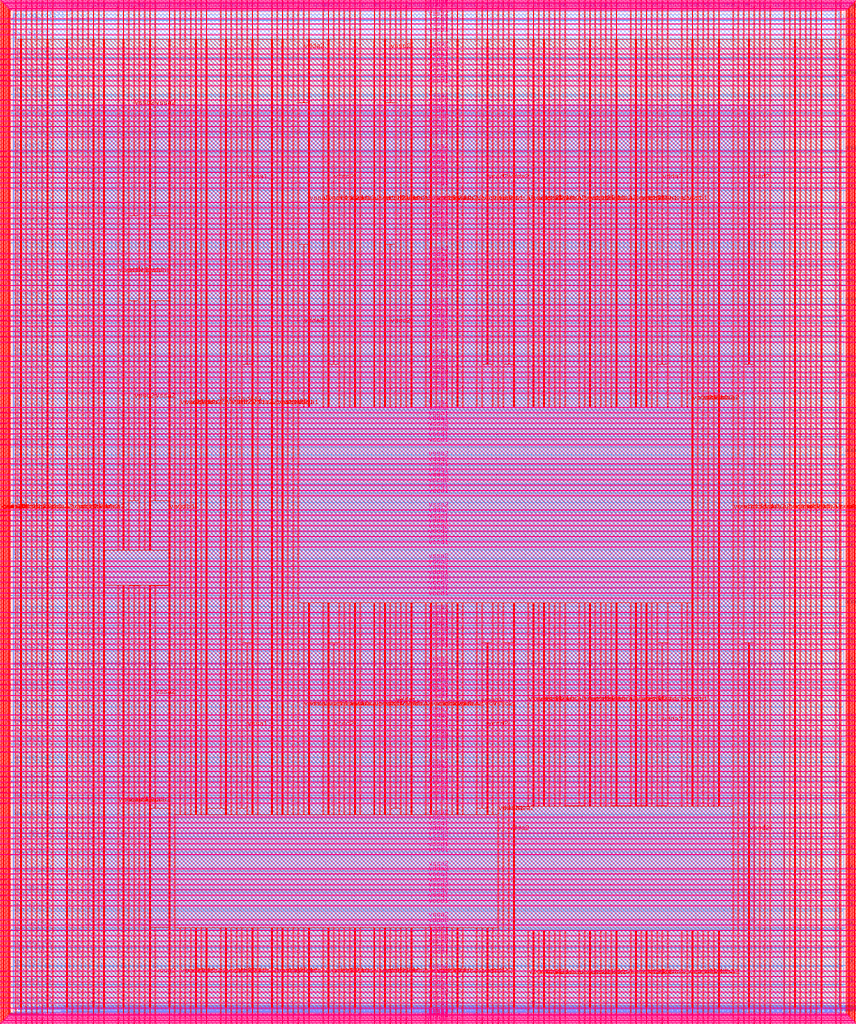
<source format=lef>
VERSION 5.7 ;
  NOWIREEXTENSIONATPIN ON ;
  DIVIDERCHAR "/" ;
  BUSBITCHARS "[]" ;
MACRO user_project_wrapper
  CLASS BLOCK ;
  FOREIGN user_project_wrapper ;
  ORIGIN 0.000 0.000 ;
  SIZE 2920.000 BY 3520.000 ;
  PIN analog_io[0]
    DIRECTION INOUT ;
    USE SIGNAL ;
    PORT
      LAYER met3 ;
        RECT 2917.600 1426.380 2924.800 1427.580 ;
    END
  END analog_io[0]
  PIN analog_io[10]
    DIRECTION INOUT ;
    USE SIGNAL ;
    PORT
      LAYER met2 ;
        RECT 2230.490 3517.600 2231.050 3524.800 ;
    END
  END analog_io[10]
  PIN analog_io[11]
    DIRECTION INOUT ;
    USE SIGNAL ;
    PORT
      LAYER met2 ;
        RECT 1905.730 3517.600 1906.290 3524.800 ;
    END
  END analog_io[11]
  PIN analog_io[12]
    DIRECTION INOUT ;
    USE SIGNAL ;
    PORT
      LAYER met2 ;
        RECT 1581.430 3517.600 1581.990 3524.800 ;
    END
  END analog_io[12]
  PIN analog_io[13]
    DIRECTION INOUT ;
    USE SIGNAL ;
    PORT
      LAYER met2 ;
        RECT 1257.130 3517.600 1257.690 3524.800 ;
    END
  END analog_io[13]
  PIN analog_io[14]
    DIRECTION INOUT ;
    USE SIGNAL ;
    PORT
      LAYER met2 ;
        RECT 932.370 3517.600 932.930 3524.800 ;
    END
  END analog_io[14]
  PIN analog_io[15]
    DIRECTION INOUT ;
    USE SIGNAL ;
    PORT
      LAYER met2 ;
        RECT 608.070 3517.600 608.630 3524.800 ;
    END
  END analog_io[15]
  PIN analog_io[16]
    DIRECTION INOUT ;
    USE SIGNAL ;
    PORT
      LAYER met2 ;
        RECT 283.770 3517.600 284.330 3524.800 ;
    END
  END analog_io[16]
  PIN analog_io[17]
    DIRECTION INOUT ;
    USE SIGNAL ;
    PORT
      LAYER met3 ;
        RECT -4.800 3486.100 2.400 3487.300 ;
    END
  END analog_io[17]
  PIN analog_io[18]
    DIRECTION INOUT ;
    USE SIGNAL ;
    PORT
      LAYER met3 ;
        RECT -4.800 3224.980 2.400 3226.180 ;
    END
  END analog_io[18]
  PIN analog_io[19]
    DIRECTION INOUT ;
    USE SIGNAL ;
    PORT
      LAYER met3 ;
        RECT -4.800 2964.540 2.400 2965.740 ;
    END
  END analog_io[19]
  PIN analog_io[1]
    DIRECTION INOUT ;
    USE SIGNAL ;
    PORT
      LAYER met3 ;
        RECT 2917.600 1692.260 2924.800 1693.460 ;
    END
  END analog_io[1]
  PIN analog_io[20]
    DIRECTION INOUT ;
    USE SIGNAL ;
    PORT
      LAYER met3 ;
        RECT -4.800 2703.420 2.400 2704.620 ;
    END
  END analog_io[20]
  PIN analog_io[21]
    DIRECTION INOUT ;
    USE SIGNAL ;
    PORT
      LAYER met3 ;
        RECT -4.800 2442.980 2.400 2444.180 ;
    END
  END analog_io[21]
  PIN analog_io[22]
    DIRECTION INOUT ;
    USE SIGNAL ;
    PORT
      LAYER met3 ;
        RECT -4.800 2182.540 2.400 2183.740 ;
    END
  END analog_io[22]
  PIN analog_io[23]
    DIRECTION INOUT ;
    USE SIGNAL ;
    PORT
      LAYER met3 ;
        RECT -4.800 1921.420 2.400 1922.620 ;
    END
  END analog_io[23]
  PIN analog_io[24]
    DIRECTION INOUT ;
    USE SIGNAL ;
    PORT
      LAYER met3 ;
        RECT -4.800 1660.980 2.400 1662.180 ;
    END
  END analog_io[24]
  PIN analog_io[25]
    DIRECTION INOUT ;
    USE SIGNAL ;
    PORT
      LAYER met3 ;
        RECT -4.800 1399.860 2.400 1401.060 ;
    END
  END analog_io[25]
  PIN analog_io[26]
    DIRECTION INOUT ;
    USE SIGNAL ;
    PORT
      LAYER met3 ;
        RECT -4.800 1139.420 2.400 1140.620 ;
    END
  END analog_io[26]
  PIN analog_io[27]
    DIRECTION INOUT ;
    USE SIGNAL ;
    PORT
      LAYER met3 ;
        RECT -4.800 878.980 2.400 880.180 ;
    END
  END analog_io[27]
  PIN analog_io[28]
    DIRECTION INOUT ;
    USE SIGNAL ;
    PORT
      LAYER met3 ;
        RECT -4.800 617.860 2.400 619.060 ;
    END
  END analog_io[28]
  PIN analog_io[2]
    DIRECTION INOUT ;
    USE SIGNAL ;
    PORT
      LAYER met3 ;
        RECT 2917.600 1958.140 2924.800 1959.340 ;
    END
  END analog_io[2]
  PIN analog_io[3]
    DIRECTION INOUT ;
    USE SIGNAL ;
    PORT
      LAYER met3 ;
        RECT 2917.600 2223.340 2924.800 2224.540 ;
    END
  END analog_io[3]
  PIN analog_io[4]
    DIRECTION INOUT ;
    USE SIGNAL ;
    PORT
      LAYER met3 ;
        RECT 2917.600 2489.220 2924.800 2490.420 ;
    END
  END analog_io[4]
  PIN analog_io[5]
    DIRECTION INOUT ;
    USE SIGNAL ;
    PORT
      LAYER met3 ;
        RECT 2917.600 2755.100 2924.800 2756.300 ;
    END
  END analog_io[5]
  PIN analog_io[6]
    DIRECTION INOUT ;
    USE SIGNAL ;
    PORT
      LAYER met3 ;
        RECT 2917.600 3020.300 2924.800 3021.500 ;
    END
  END analog_io[6]
  PIN analog_io[7]
    DIRECTION INOUT ;
    USE SIGNAL ;
    PORT
      LAYER met3 ;
        RECT 2917.600 3286.180 2924.800 3287.380 ;
    END
  END analog_io[7]
  PIN analog_io[8]
    DIRECTION INOUT ;
    USE SIGNAL ;
    PORT
      LAYER met2 ;
        RECT 2879.090 3517.600 2879.650 3524.800 ;
    END
  END analog_io[8]
  PIN analog_io[9]
    DIRECTION INOUT ;
    USE SIGNAL ;
    PORT
      LAYER met2 ;
        RECT 2554.790 3517.600 2555.350 3524.800 ;
    END
  END analog_io[9]
  PIN io_in[0]
    DIRECTION INPUT ;
    USE SIGNAL ;
    PORT
      LAYER met3 ;
        RECT 2917.600 32.380 2924.800 33.580 ;
    END
  END io_in[0]
  PIN io_in[10]
    DIRECTION INPUT ;
    USE SIGNAL ;
    PORT
      LAYER met3 ;
        RECT 2917.600 2289.980 2924.800 2291.180 ;
    END
  END io_in[10]
  PIN io_in[11]
    DIRECTION INPUT ;
    USE SIGNAL ;
    PORT
      LAYER met3 ;
        RECT 2917.600 2555.860 2924.800 2557.060 ;
    END
  END io_in[11]
  PIN io_in[12]
    DIRECTION INPUT ;
    USE SIGNAL ;
    PORT
      LAYER met3 ;
        RECT 2917.600 2821.060 2924.800 2822.260 ;
    END
  END io_in[12]
  PIN io_in[13]
    DIRECTION INPUT ;
    USE SIGNAL ;
    PORT
      LAYER met3 ;
        RECT 2917.600 3086.940 2924.800 3088.140 ;
    END
  END io_in[13]
  PIN io_in[14]
    DIRECTION INPUT ;
    USE SIGNAL ;
    PORT
      LAYER met3 ;
        RECT 2917.600 3352.820 2924.800 3354.020 ;
    END
  END io_in[14]
  PIN io_in[15]
    DIRECTION INPUT ;
    USE SIGNAL ;
    PORT
      LAYER met2 ;
        RECT 2798.130 3517.600 2798.690 3524.800 ;
    END
  END io_in[15]
  PIN io_in[16]
    DIRECTION INPUT ;
    USE SIGNAL ;
    PORT
      LAYER met2 ;
        RECT 2473.830 3517.600 2474.390 3524.800 ;
    END
  END io_in[16]
  PIN io_in[17]
    DIRECTION INPUT ;
    USE SIGNAL ;
    PORT
      LAYER met2 ;
        RECT 2149.070 3517.600 2149.630 3524.800 ;
    END
  END io_in[17]
  PIN io_in[18]
    DIRECTION INPUT ;
    USE SIGNAL ;
    PORT
      LAYER met2 ;
        RECT 1824.770 3517.600 1825.330 3524.800 ;
    END
  END io_in[18]
  PIN io_in[19]
    DIRECTION INPUT ;
    USE SIGNAL ;
    PORT
      LAYER met2 ;
        RECT 1500.470 3517.600 1501.030 3524.800 ;
    END
  END io_in[19]
  PIN io_in[1]
    DIRECTION INPUT ;
    USE SIGNAL ;
    PORT
      LAYER met3 ;
        RECT 2917.600 230.940 2924.800 232.140 ;
    END
  END io_in[1]
  PIN io_in[20]
    DIRECTION INPUT ;
    USE SIGNAL ;
    PORT
      LAYER met2 ;
        RECT 1175.710 3517.600 1176.270 3524.800 ;
    END
  END io_in[20]
  PIN io_in[21]
    DIRECTION INPUT ;
    USE SIGNAL ;
    PORT
      LAYER met2 ;
        RECT 851.410 3517.600 851.970 3524.800 ;
    END
  END io_in[21]
  PIN io_in[22]
    DIRECTION INPUT ;
    USE SIGNAL ;
    PORT
      LAYER met2 ;
        RECT 527.110 3517.600 527.670 3524.800 ;
    END
  END io_in[22]
  PIN io_in[23]
    DIRECTION INPUT ;
    USE SIGNAL ;
    PORT
      LAYER met2 ;
        RECT 202.350 3517.600 202.910 3524.800 ;
    END
  END io_in[23]
  PIN io_in[24]
    DIRECTION INPUT ;
    USE SIGNAL ;
    PORT
      LAYER met3 ;
        RECT -4.800 3420.820 2.400 3422.020 ;
    END
  END io_in[24]
  PIN io_in[25]
    DIRECTION INPUT ;
    USE SIGNAL ;
    PORT
      LAYER met3 ;
        RECT -4.800 3159.700 2.400 3160.900 ;
    END
  END io_in[25]
  PIN io_in[26]
    DIRECTION INPUT ;
    USE SIGNAL ;
    PORT
      LAYER met3 ;
        RECT -4.800 2899.260 2.400 2900.460 ;
    END
  END io_in[26]
  PIN io_in[27]
    DIRECTION INPUT ;
    USE SIGNAL ;
    PORT
      LAYER met3 ;
        RECT -4.800 2638.820 2.400 2640.020 ;
    END
  END io_in[27]
  PIN io_in[28]
    DIRECTION INPUT ;
    USE SIGNAL ;
    PORT
      LAYER met3 ;
        RECT -4.800 2377.700 2.400 2378.900 ;
    END
  END io_in[28]
  PIN io_in[29]
    DIRECTION INPUT ;
    USE SIGNAL ;
    PORT
      LAYER met3 ;
        RECT -4.800 2117.260 2.400 2118.460 ;
    END
  END io_in[29]
  PIN io_in[2]
    DIRECTION INPUT ;
    USE SIGNAL ;
    PORT
      LAYER met3 ;
        RECT 2917.600 430.180 2924.800 431.380 ;
    END
  END io_in[2]
  PIN io_in[30]
    DIRECTION INPUT ;
    USE SIGNAL ;
    PORT
      LAYER met3 ;
        RECT -4.800 1856.140 2.400 1857.340 ;
    END
  END io_in[30]
  PIN io_in[31]
    DIRECTION INPUT ;
    USE SIGNAL ;
    PORT
      LAYER met3 ;
        RECT -4.800 1595.700 2.400 1596.900 ;
    END
  END io_in[31]
  PIN io_in[32]
    DIRECTION INPUT ;
    USE SIGNAL ;
    PORT
      LAYER met3 ;
        RECT -4.800 1335.260 2.400 1336.460 ;
    END
  END io_in[32]
  PIN io_in[33]
    DIRECTION INPUT ;
    USE SIGNAL ;
    PORT
      LAYER met3 ;
        RECT -4.800 1074.140 2.400 1075.340 ;
    END
  END io_in[33]
  PIN io_in[34]
    DIRECTION INPUT ;
    USE SIGNAL ;
    PORT
      LAYER met3 ;
        RECT -4.800 813.700 2.400 814.900 ;
    END
  END io_in[34]
  PIN io_in[35]
    DIRECTION INPUT ;
    USE SIGNAL ;
    PORT
      LAYER met3 ;
        RECT -4.800 552.580 2.400 553.780 ;
    END
  END io_in[35]
  PIN io_in[36]
    DIRECTION INPUT ;
    USE SIGNAL ;
    PORT
      LAYER met3 ;
        RECT -4.800 357.420 2.400 358.620 ;
    END
  END io_in[36]
  PIN io_in[37]
    DIRECTION INPUT ;
    USE SIGNAL ;
    PORT
      LAYER met3 ;
        RECT -4.800 161.580 2.400 162.780 ;
    END
  END io_in[37]
  PIN io_in[3]
    DIRECTION INPUT ;
    USE SIGNAL ;
    PORT
      LAYER met3 ;
        RECT 2917.600 629.420 2924.800 630.620 ;
    END
  END io_in[3]
  PIN io_in[4]
    DIRECTION INPUT ;
    USE SIGNAL ;
    PORT
      LAYER met3 ;
        RECT 2917.600 828.660 2924.800 829.860 ;
    END
  END io_in[4]
  PIN io_in[5]
    DIRECTION INPUT ;
    USE SIGNAL ;
    PORT
      LAYER met3 ;
        RECT 2917.600 1027.900 2924.800 1029.100 ;
    END
  END io_in[5]
  PIN io_in[6]
    DIRECTION INPUT ;
    USE SIGNAL ;
    PORT
      LAYER met3 ;
        RECT 2917.600 1227.140 2924.800 1228.340 ;
    END
  END io_in[6]
  PIN io_in[7]
    DIRECTION INPUT ;
    USE SIGNAL ;
    PORT
      LAYER met3 ;
        RECT 2917.600 1493.020 2924.800 1494.220 ;
    END
  END io_in[7]
  PIN io_in[8]
    DIRECTION INPUT ;
    USE SIGNAL ;
    PORT
      LAYER met3 ;
        RECT 2917.600 1758.900 2924.800 1760.100 ;
    END
  END io_in[8]
  PIN io_in[9]
    DIRECTION INPUT ;
    USE SIGNAL ;
    PORT
      LAYER met3 ;
        RECT 2917.600 2024.100 2924.800 2025.300 ;
    END
  END io_in[9]
  PIN io_oeb[0]
    DIRECTION OUTPUT TRISTATE ;
    USE SIGNAL ;
    PORT
      LAYER met3 ;
        RECT 2917.600 164.980 2924.800 166.180 ;
    END
  END io_oeb[0]
  PIN io_oeb[10]
    DIRECTION OUTPUT TRISTATE ;
    USE SIGNAL ;
    PORT
      LAYER met3 ;
        RECT 2917.600 2422.580 2924.800 2423.780 ;
    END
  END io_oeb[10]
  PIN io_oeb[11]
    DIRECTION OUTPUT TRISTATE ;
    USE SIGNAL ;
    PORT
      LAYER met3 ;
        RECT 2917.600 2688.460 2924.800 2689.660 ;
    END
  END io_oeb[11]
  PIN io_oeb[12]
    DIRECTION OUTPUT TRISTATE ;
    USE SIGNAL ;
    PORT
      LAYER met3 ;
        RECT 2917.600 2954.340 2924.800 2955.540 ;
    END
  END io_oeb[12]
  PIN io_oeb[13]
    DIRECTION OUTPUT TRISTATE ;
    USE SIGNAL ;
    PORT
      LAYER met3 ;
        RECT 2917.600 3219.540 2924.800 3220.740 ;
    END
  END io_oeb[13]
  PIN io_oeb[14]
    DIRECTION OUTPUT TRISTATE ;
    USE SIGNAL ;
    PORT
      LAYER met3 ;
        RECT 2917.600 3485.420 2924.800 3486.620 ;
    END
  END io_oeb[14]
  PIN io_oeb[15]
    DIRECTION OUTPUT TRISTATE ;
    USE SIGNAL ;
    PORT
      LAYER met2 ;
        RECT 2635.750 3517.600 2636.310 3524.800 ;
    END
  END io_oeb[15]
  PIN io_oeb[16]
    DIRECTION OUTPUT TRISTATE ;
    USE SIGNAL ;
    PORT
      LAYER met2 ;
        RECT 2311.450 3517.600 2312.010 3524.800 ;
    END
  END io_oeb[16]
  PIN io_oeb[17]
    DIRECTION OUTPUT TRISTATE ;
    USE SIGNAL ;
    PORT
      LAYER met2 ;
        RECT 1987.150 3517.600 1987.710 3524.800 ;
    END
  END io_oeb[17]
  PIN io_oeb[18]
    DIRECTION OUTPUT TRISTATE ;
    USE SIGNAL ;
    PORT
      LAYER met2 ;
        RECT 1662.390 3517.600 1662.950 3524.800 ;
    END
  END io_oeb[18]
  PIN io_oeb[19]
    DIRECTION OUTPUT TRISTATE ;
    USE SIGNAL ;
    PORT
      LAYER met2 ;
        RECT 1338.090 3517.600 1338.650 3524.800 ;
    END
  END io_oeb[19]
  PIN io_oeb[1]
    DIRECTION OUTPUT TRISTATE ;
    USE SIGNAL ;
    PORT
      LAYER met3 ;
        RECT 2917.600 364.220 2924.800 365.420 ;
    END
  END io_oeb[1]
  PIN io_oeb[20]
    DIRECTION OUTPUT TRISTATE ;
    USE SIGNAL ;
    PORT
      LAYER met2 ;
        RECT 1013.790 3517.600 1014.350 3524.800 ;
    END
  END io_oeb[20]
  PIN io_oeb[21]
    DIRECTION OUTPUT TRISTATE ;
    USE SIGNAL ;
    PORT
      LAYER met2 ;
        RECT 689.030 3517.600 689.590 3524.800 ;
    END
  END io_oeb[21]
  PIN io_oeb[22]
    DIRECTION OUTPUT TRISTATE ;
    USE SIGNAL ;
    PORT
      LAYER met2 ;
        RECT 364.730 3517.600 365.290 3524.800 ;
    END
  END io_oeb[22]
  PIN io_oeb[23]
    DIRECTION OUTPUT TRISTATE ;
    USE SIGNAL ;
    PORT
      LAYER met2 ;
        RECT 40.430 3517.600 40.990 3524.800 ;
    END
  END io_oeb[23]
  PIN io_oeb[24]
    DIRECTION OUTPUT TRISTATE ;
    USE SIGNAL ;
    PORT
      LAYER met3 ;
        RECT -4.800 3290.260 2.400 3291.460 ;
    END
  END io_oeb[24]
  PIN io_oeb[25]
    DIRECTION OUTPUT TRISTATE ;
    USE SIGNAL ;
    PORT
      LAYER met3 ;
        RECT -4.800 3029.820 2.400 3031.020 ;
    END
  END io_oeb[25]
  PIN io_oeb[26]
    DIRECTION OUTPUT TRISTATE ;
    USE SIGNAL ;
    PORT
      LAYER met3 ;
        RECT -4.800 2768.700 2.400 2769.900 ;
    END
  END io_oeb[26]
  PIN io_oeb[27]
    DIRECTION OUTPUT TRISTATE ;
    USE SIGNAL ;
    PORT
      LAYER met3 ;
        RECT -4.800 2508.260 2.400 2509.460 ;
    END
  END io_oeb[27]
  PIN io_oeb[28]
    DIRECTION OUTPUT TRISTATE ;
    USE SIGNAL ;
    PORT
      LAYER met3 ;
        RECT -4.800 2247.140 2.400 2248.340 ;
    END
  END io_oeb[28]
  PIN io_oeb[29]
    DIRECTION OUTPUT TRISTATE ;
    USE SIGNAL ;
    PORT
      LAYER met3 ;
        RECT -4.800 1986.700 2.400 1987.900 ;
    END
  END io_oeb[29]
  PIN io_oeb[2]
    DIRECTION OUTPUT TRISTATE ;
    USE SIGNAL ;
    PORT
      LAYER met3 ;
        RECT 2917.600 563.460 2924.800 564.660 ;
    END
  END io_oeb[2]
  PIN io_oeb[30]
    DIRECTION OUTPUT TRISTATE ;
    USE SIGNAL ;
    PORT
      LAYER met3 ;
        RECT -4.800 1726.260 2.400 1727.460 ;
    END
  END io_oeb[30]
  PIN io_oeb[31]
    DIRECTION OUTPUT TRISTATE ;
    USE SIGNAL ;
    PORT
      LAYER met3 ;
        RECT -4.800 1465.140 2.400 1466.340 ;
    END
  END io_oeb[31]
  PIN io_oeb[32]
    DIRECTION OUTPUT TRISTATE ;
    USE SIGNAL ;
    PORT
      LAYER met3 ;
        RECT -4.800 1204.700 2.400 1205.900 ;
    END
  END io_oeb[32]
  PIN io_oeb[33]
    DIRECTION OUTPUT TRISTATE ;
    USE SIGNAL ;
    PORT
      LAYER met3 ;
        RECT -4.800 943.580 2.400 944.780 ;
    END
  END io_oeb[33]
  PIN io_oeb[34]
    DIRECTION OUTPUT TRISTATE ;
    USE SIGNAL ;
    PORT
      LAYER met3 ;
        RECT -4.800 683.140 2.400 684.340 ;
    END
  END io_oeb[34]
  PIN io_oeb[35]
    DIRECTION OUTPUT TRISTATE ;
    USE SIGNAL ;
    PORT
      LAYER met3 ;
        RECT -4.800 422.700 2.400 423.900 ;
    END
  END io_oeb[35]
  PIN io_oeb[36]
    DIRECTION OUTPUT TRISTATE ;
    USE SIGNAL ;
    PORT
      LAYER met3 ;
        RECT -4.800 226.860 2.400 228.060 ;
    END
  END io_oeb[36]
  PIN io_oeb[37]
    DIRECTION OUTPUT TRISTATE ;
    USE SIGNAL ;
    PORT
      LAYER met3 ;
        RECT -4.800 31.700 2.400 32.900 ;
    END
  END io_oeb[37]
  PIN io_oeb[3]
    DIRECTION OUTPUT TRISTATE ;
    USE SIGNAL ;
    PORT
      LAYER met3 ;
        RECT 2917.600 762.700 2924.800 763.900 ;
    END
  END io_oeb[3]
  PIN io_oeb[4]
    DIRECTION OUTPUT TRISTATE ;
    USE SIGNAL ;
    PORT
      LAYER met3 ;
        RECT 2917.600 961.940 2924.800 963.140 ;
    END
  END io_oeb[4]
  PIN io_oeb[5]
    DIRECTION OUTPUT TRISTATE ;
    USE SIGNAL ;
    PORT
      LAYER met3 ;
        RECT 2917.600 1161.180 2924.800 1162.380 ;
    END
  END io_oeb[5]
  PIN io_oeb[6]
    DIRECTION OUTPUT TRISTATE ;
    USE SIGNAL ;
    PORT
      LAYER met3 ;
        RECT 2917.600 1360.420 2924.800 1361.620 ;
    END
  END io_oeb[6]
  PIN io_oeb[7]
    DIRECTION OUTPUT TRISTATE ;
    USE SIGNAL ;
    PORT
      LAYER met3 ;
        RECT 2917.600 1625.620 2924.800 1626.820 ;
    END
  END io_oeb[7]
  PIN io_oeb[8]
    DIRECTION OUTPUT TRISTATE ;
    USE SIGNAL ;
    PORT
      LAYER met3 ;
        RECT 2917.600 1891.500 2924.800 1892.700 ;
    END
  END io_oeb[8]
  PIN io_oeb[9]
    DIRECTION OUTPUT TRISTATE ;
    USE SIGNAL ;
    PORT
      LAYER met3 ;
        RECT 2917.600 2157.380 2924.800 2158.580 ;
    END
  END io_oeb[9]
  PIN io_out[0]
    DIRECTION OUTPUT TRISTATE ;
    USE SIGNAL ;
    PORT
      LAYER met3 ;
        RECT 2917.600 98.340 2924.800 99.540 ;
    END
  END io_out[0]
  PIN io_out[10]
    DIRECTION OUTPUT TRISTATE ;
    USE SIGNAL ;
    PORT
      LAYER met3 ;
        RECT 2917.600 2356.620 2924.800 2357.820 ;
    END
  END io_out[10]
  PIN io_out[11]
    DIRECTION OUTPUT TRISTATE ;
    USE SIGNAL ;
    PORT
      LAYER met3 ;
        RECT 2917.600 2621.820 2924.800 2623.020 ;
    END
  END io_out[11]
  PIN io_out[12]
    DIRECTION OUTPUT TRISTATE ;
    USE SIGNAL ;
    PORT
      LAYER met3 ;
        RECT 2917.600 2887.700 2924.800 2888.900 ;
    END
  END io_out[12]
  PIN io_out[13]
    DIRECTION OUTPUT TRISTATE ;
    USE SIGNAL ;
    PORT
      LAYER met3 ;
        RECT 2917.600 3153.580 2924.800 3154.780 ;
    END
  END io_out[13]
  PIN io_out[14]
    DIRECTION OUTPUT TRISTATE ;
    USE SIGNAL ;
    PORT
      LAYER met3 ;
        RECT 2917.600 3418.780 2924.800 3419.980 ;
    END
  END io_out[14]
  PIN io_out[15]
    DIRECTION OUTPUT TRISTATE ;
    USE SIGNAL ;
    PORT
      LAYER met2 ;
        RECT 2717.170 3517.600 2717.730 3524.800 ;
    END
  END io_out[15]
  PIN io_out[16]
    DIRECTION OUTPUT TRISTATE ;
    USE SIGNAL ;
    PORT
      LAYER met2 ;
        RECT 2392.410 3517.600 2392.970 3524.800 ;
    END
  END io_out[16]
  PIN io_out[17]
    DIRECTION OUTPUT TRISTATE ;
    USE SIGNAL ;
    PORT
      LAYER met2 ;
        RECT 2068.110 3517.600 2068.670 3524.800 ;
    END
  END io_out[17]
  PIN io_out[18]
    DIRECTION OUTPUT TRISTATE ;
    USE SIGNAL ;
    PORT
      LAYER met2 ;
        RECT 1743.810 3517.600 1744.370 3524.800 ;
    END
  END io_out[18]
  PIN io_out[19]
    DIRECTION OUTPUT TRISTATE ;
    USE SIGNAL ;
    PORT
      LAYER met2 ;
        RECT 1419.050 3517.600 1419.610 3524.800 ;
    END
  END io_out[19]
  PIN io_out[1]
    DIRECTION OUTPUT TRISTATE ;
    USE SIGNAL ;
    PORT
      LAYER met3 ;
        RECT 2917.600 297.580 2924.800 298.780 ;
    END
  END io_out[1]
  PIN io_out[20]
    DIRECTION OUTPUT TRISTATE ;
    USE SIGNAL ;
    PORT
      LAYER met2 ;
        RECT 1094.750 3517.600 1095.310 3524.800 ;
    END
  END io_out[20]
  PIN io_out[21]
    DIRECTION OUTPUT TRISTATE ;
    USE SIGNAL ;
    PORT
      LAYER met2 ;
        RECT 770.450 3517.600 771.010 3524.800 ;
    END
  END io_out[21]
  PIN io_out[22]
    DIRECTION OUTPUT TRISTATE ;
    USE SIGNAL ;
    PORT
      LAYER met2 ;
        RECT 445.690 3517.600 446.250 3524.800 ;
    END
  END io_out[22]
  PIN io_out[23]
    DIRECTION OUTPUT TRISTATE ;
    USE SIGNAL ;
    PORT
      LAYER met2 ;
        RECT 121.390 3517.600 121.950 3524.800 ;
    END
  END io_out[23]
  PIN io_out[24]
    DIRECTION OUTPUT TRISTATE ;
    USE SIGNAL ;
    PORT
      LAYER met3 ;
        RECT -4.800 3355.540 2.400 3356.740 ;
    END
  END io_out[24]
  PIN io_out[25]
    DIRECTION OUTPUT TRISTATE ;
    USE SIGNAL ;
    PORT
      LAYER met3 ;
        RECT -4.800 3095.100 2.400 3096.300 ;
    END
  END io_out[25]
  PIN io_out[26]
    DIRECTION OUTPUT TRISTATE ;
    USE SIGNAL ;
    PORT
      LAYER met3 ;
        RECT -4.800 2833.980 2.400 2835.180 ;
    END
  END io_out[26]
  PIN io_out[27]
    DIRECTION OUTPUT TRISTATE ;
    USE SIGNAL ;
    PORT
      LAYER met3 ;
        RECT -4.800 2573.540 2.400 2574.740 ;
    END
  END io_out[27]
  PIN io_out[28]
    DIRECTION OUTPUT TRISTATE ;
    USE SIGNAL ;
    PORT
      LAYER met3 ;
        RECT -4.800 2312.420 2.400 2313.620 ;
    END
  END io_out[28]
  PIN io_out[29]
    DIRECTION OUTPUT TRISTATE ;
    USE SIGNAL ;
    PORT
      LAYER met3 ;
        RECT -4.800 2051.980 2.400 2053.180 ;
    END
  END io_out[29]
  PIN io_out[2]
    DIRECTION OUTPUT TRISTATE ;
    USE SIGNAL ;
    PORT
      LAYER met3 ;
        RECT 2917.600 496.820 2924.800 498.020 ;
    END
  END io_out[2]
  PIN io_out[30]
    DIRECTION OUTPUT TRISTATE ;
    USE SIGNAL ;
    PORT
      LAYER met3 ;
        RECT -4.800 1791.540 2.400 1792.740 ;
    END
  END io_out[30]
  PIN io_out[31]
    DIRECTION OUTPUT TRISTATE ;
    USE SIGNAL ;
    PORT
      LAYER met3 ;
        RECT -4.800 1530.420 2.400 1531.620 ;
    END
  END io_out[31]
  PIN io_out[32]
    DIRECTION OUTPUT TRISTATE ;
    USE SIGNAL ;
    PORT
      LAYER met3 ;
        RECT -4.800 1269.980 2.400 1271.180 ;
    END
  END io_out[32]
  PIN io_out[33]
    DIRECTION OUTPUT TRISTATE ;
    USE SIGNAL ;
    PORT
      LAYER met3 ;
        RECT -4.800 1008.860 2.400 1010.060 ;
    END
  END io_out[33]
  PIN io_out[34]
    DIRECTION OUTPUT TRISTATE ;
    USE SIGNAL ;
    PORT
      LAYER met3 ;
        RECT -4.800 748.420 2.400 749.620 ;
    END
  END io_out[34]
  PIN io_out[35]
    DIRECTION OUTPUT TRISTATE ;
    USE SIGNAL ;
    PORT
      LAYER met3 ;
        RECT -4.800 487.300 2.400 488.500 ;
    END
  END io_out[35]
  PIN io_out[36]
    DIRECTION OUTPUT TRISTATE ;
    USE SIGNAL ;
    PORT
      LAYER met3 ;
        RECT -4.800 292.140 2.400 293.340 ;
    END
  END io_out[36]
  PIN io_out[37]
    DIRECTION OUTPUT TRISTATE ;
    USE SIGNAL ;
    PORT
      LAYER met3 ;
        RECT -4.800 96.300 2.400 97.500 ;
    END
  END io_out[37]
  PIN io_out[3]
    DIRECTION OUTPUT TRISTATE ;
    USE SIGNAL ;
    PORT
      LAYER met3 ;
        RECT 2917.600 696.060 2924.800 697.260 ;
    END
  END io_out[3]
  PIN io_out[4]
    DIRECTION OUTPUT TRISTATE ;
    USE SIGNAL ;
    PORT
      LAYER met3 ;
        RECT 2917.600 895.300 2924.800 896.500 ;
    END
  END io_out[4]
  PIN io_out[5]
    DIRECTION OUTPUT TRISTATE ;
    USE SIGNAL ;
    PORT
      LAYER met3 ;
        RECT 2917.600 1094.540 2924.800 1095.740 ;
    END
  END io_out[5]
  PIN io_out[6]
    DIRECTION OUTPUT TRISTATE ;
    USE SIGNAL ;
    PORT
      LAYER met3 ;
        RECT 2917.600 1293.780 2924.800 1294.980 ;
    END
  END io_out[6]
  PIN io_out[7]
    DIRECTION OUTPUT TRISTATE ;
    USE SIGNAL ;
    PORT
      LAYER met3 ;
        RECT 2917.600 1559.660 2924.800 1560.860 ;
    END
  END io_out[7]
  PIN io_out[8]
    DIRECTION OUTPUT TRISTATE ;
    USE SIGNAL ;
    PORT
      LAYER met3 ;
        RECT 2917.600 1824.860 2924.800 1826.060 ;
    END
  END io_out[8]
  PIN io_out[9]
    DIRECTION OUTPUT TRISTATE ;
    USE SIGNAL ;
    PORT
      LAYER met3 ;
        RECT 2917.600 2090.740 2924.800 2091.940 ;
    END
  END io_out[9]
  PIN la_data_in[0]
    DIRECTION INPUT ;
    USE SIGNAL ;
    PORT
      LAYER met2 ;
        RECT 629.230 -4.800 629.790 2.400 ;
    END
  END la_data_in[0]
  PIN la_data_in[100]
    DIRECTION INPUT ;
    USE SIGNAL ;
    PORT
      LAYER met2 ;
        RECT 2402.530 -4.800 2403.090 2.400 ;
    END
  END la_data_in[100]
  PIN la_data_in[101]
    DIRECTION INPUT ;
    USE SIGNAL ;
    PORT
      LAYER met2 ;
        RECT 2420.010 -4.800 2420.570 2.400 ;
    END
  END la_data_in[101]
  PIN la_data_in[102]
    DIRECTION INPUT ;
    USE SIGNAL ;
    PORT
      LAYER met2 ;
        RECT 2437.950 -4.800 2438.510 2.400 ;
    END
  END la_data_in[102]
  PIN la_data_in[103]
    DIRECTION INPUT ;
    USE SIGNAL ;
    PORT
      LAYER met2 ;
        RECT 2455.430 -4.800 2455.990 2.400 ;
    END
  END la_data_in[103]
  PIN la_data_in[104]
    DIRECTION INPUT ;
    USE SIGNAL ;
    PORT
      LAYER met2 ;
        RECT 2473.370 -4.800 2473.930 2.400 ;
    END
  END la_data_in[104]
  PIN la_data_in[105]
    DIRECTION INPUT ;
    USE SIGNAL ;
    PORT
      LAYER met2 ;
        RECT 2490.850 -4.800 2491.410 2.400 ;
    END
  END la_data_in[105]
  PIN la_data_in[106]
    DIRECTION INPUT ;
    USE SIGNAL ;
    PORT
      LAYER met2 ;
        RECT 2508.790 -4.800 2509.350 2.400 ;
    END
  END la_data_in[106]
  PIN la_data_in[107]
    DIRECTION INPUT ;
    USE SIGNAL ;
    PORT
      LAYER met2 ;
        RECT 2526.730 -4.800 2527.290 2.400 ;
    END
  END la_data_in[107]
  PIN la_data_in[108]
    DIRECTION INPUT ;
    USE SIGNAL ;
    PORT
      LAYER met2 ;
        RECT 2544.210 -4.800 2544.770 2.400 ;
    END
  END la_data_in[108]
  PIN la_data_in[109]
    DIRECTION INPUT ;
    USE SIGNAL ;
    PORT
      LAYER met2 ;
        RECT 2562.150 -4.800 2562.710 2.400 ;
    END
  END la_data_in[109]
  PIN la_data_in[10]
    DIRECTION INPUT ;
    USE SIGNAL ;
    PORT
      LAYER met2 ;
        RECT 806.330 -4.800 806.890 2.400 ;
    END
  END la_data_in[10]
  PIN la_data_in[110]
    DIRECTION INPUT ;
    USE SIGNAL ;
    PORT
      LAYER met2 ;
        RECT 2579.630 -4.800 2580.190 2.400 ;
    END
  END la_data_in[110]
  PIN la_data_in[111]
    DIRECTION INPUT ;
    USE SIGNAL ;
    PORT
      LAYER met2 ;
        RECT 2597.570 -4.800 2598.130 2.400 ;
    END
  END la_data_in[111]
  PIN la_data_in[112]
    DIRECTION INPUT ;
    USE SIGNAL ;
    PORT
      LAYER met2 ;
        RECT 2615.050 -4.800 2615.610 2.400 ;
    END
  END la_data_in[112]
  PIN la_data_in[113]
    DIRECTION INPUT ;
    USE SIGNAL ;
    PORT
      LAYER met2 ;
        RECT 2632.990 -4.800 2633.550 2.400 ;
    END
  END la_data_in[113]
  PIN la_data_in[114]
    DIRECTION INPUT ;
    USE SIGNAL ;
    PORT
      LAYER met2 ;
        RECT 2650.470 -4.800 2651.030 2.400 ;
    END
  END la_data_in[114]
  PIN la_data_in[115]
    DIRECTION INPUT ;
    USE SIGNAL ;
    PORT
      LAYER met2 ;
        RECT 2668.410 -4.800 2668.970 2.400 ;
    END
  END la_data_in[115]
  PIN la_data_in[116]
    DIRECTION INPUT ;
    USE SIGNAL ;
    PORT
      LAYER met2 ;
        RECT 2685.890 -4.800 2686.450 2.400 ;
    END
  END la_data_in[116]
  PIN la_data_in[117]
    DIRECTION INPUT ;
    USE SIGNAL ;
    PORT
      LAYER met2 ;
        RECT 2703.830 -4.800 2704.390 2.400 ;
    END
  END la_data_in[117]
  PIN la_data_in[118]
    DIRECTION INPUT ;
    USE SIGNAL ;
    PORT
      LAYER met2 ;
        RECT 2721.770 -4.800 2722.330 2.400 ;
    END
  END la_data_in[118]
  PIN la_data_in[119]
    DIRECTION INPUT ;
    USE SIGNAL ;
    PORT
      LAYER met2 ;
        RECT 2739.250 -4.800 2739.810 2.400 ;
    END
  END la_data_in[119]
  PIN la_data_in[11]
    DIRECTION INPUT ;
    USE SIGNAL ;
    PORT
      LAYER met2 ;
        RECT 824.270 -4.800 824.830 2.400 ;
    END
  END la_data_in[11]
  PIN la_data_in[120]
    DIRECTION INPUT ;
    USE SIGNAL ;
    PORT
      LAYER met2 ;
        RECT 2757.190 -4.800 2757.750 2.400 ;
    END
  END la_data_in[120]
  PIN la_data_in[121]
    DIRECTION INPUT ;
    USE SIGNAL ;
    PORT
      LAYER met2 ;
        RECT 2774.670 -4.800 2775.230 2.400 ;
    END
  END la_data_in[121]
  PIN la_data_in[122]
    DIRECTION INPUT ;
    USE SIGNAL ;
    PORT
      LAYER met2 ;
        RECT 2792.610 -4.800 2793.170 2.400 ;
    END
  END la_data_in[122]
  PIN la_data_in[123]
    DIRECTION INPUT ;
    USE SIGNAL ;
    PORT
      LAYER met2 ;
        RECT 2810.090 -4.800 2810.650 2.400 ;
    END
  END la_data_in[123]
  PIN la_data_in[124]
    DIRECTION INPUT ;
    USE SIGNAL ;
    PORT
      LAYER met2 ;
        RECT 2828.030 -4.800 2828.590 2.400 ;
    END
  END la_data_in[124]
  PIN la_data_in[125]
    DIRECTION INPUT ;
    USE SIGNAL ;
    PORT
      LAYER met2 ;
        RECT 2845.510 -4.800 2846.070 2.400 ;
    END
  END la_data_in[125]
  PIN la_data_in[126]
    DIRECTION INPUT ;
    USE SIGNAL ;
    PORT
      LAYER met2 ;
        RECT 2863.450 -4.800 2864.010 2.400 ;
    END
  END la_data_in[126]
  PIN la_data_in[127]
    DIRECTION INPUT ;
    USE SIGNAL ;
    PORT
      LAYER met2 ;
        RECT 2881.390 -4.800 2881.950 2.400 ;
    END
  END la_data_in[127]
  PIN la_data_in[12]
    DIRECTION INPUT ;
    USE SIGNAL ;
    PORT
      LAYER met2 ;
        RECT 841.750 -4.800 842.310 2.400 ;
    END
  END la_data_in[12]
  PIN la_data_in[13]
    DIRECTION INPUT ;
    USE SIGNAL ;
    PORT
      LAYER met2 ;
        RECT 859.690 -4.800 860.250 2.400 ;
    END
  END la_data_in[13]
  PIN la_data_in[14]
    DIRECTION INPUT ;
    USE SIGNAL ;
    PORT
      LAYER met2 ;
        RECT 877.170 -4.800 877.730 2.400 ;
    END
  END la_data_in[14]
  PIN la_data_in[15]
    DIRECTION INPUT ;
    USE SIGNAL ;
    PORT
      LAYER met2 ;
        RECT 895.110 -4.800 895.670 2.400 ;
    END
  END la_data_in[15]
  PIN la_data_in[16]
    DIRECTION INPUT ;
    USE SIGNAL ;
    PORT
      LAYER met2 ;
        RECT 912.590 -4.800 913.150 2.400 ;
    END
  END la_data_in[16]
  PIN la_data_in[17]
    DIRECTION INPUT ;
    USE SIGNAL ;
    PORT
      LAYER met2 ;
        RECT 930.530 -4.800 931.090 2.400 ;
    END
  END la_data_in[17]
  PIN la_data_in[18]
    DIRECTION INPUT ;
    USE SIGNAL ;
    PORT
      LAYER met2 ;
        RECT 948.470 -4.800 949.030 2.400 ;
    END
  END la_data_in[18]
  PIN la_data_in[19]
    DIRECTION INPUT ;
    USE SIGNAL ;
    PORT
      LAYER met2 ;
        RECT 965.950 -4.800 966.510 2.400 ;
    END
  END la_data_in[19]
  PIN la_data_in[1]
    DIRECTION INPUT ;
    USE SIGNAL ;
    PORT
      LAYER met2 ;
        RECT 646.710 -4.800 647.270 2.400 ;
    END
  END la_data_in[1]
  PIN la_data_in[20]
    DIRECTION INPUT ;
    USE SIGNAL ;
    PORT
      LAYER met2 ;
        RECT 983.890 -4.800 984.450 2.400 ;
    END
  END la_data_in[20]
  PIN la_data_in[21]
    DIRECTION INPUT ;
    USE SIGNAL ;
    PORT
      LAYER met2 ;
        RECT 1001.370 -4.800 1001.930 2.400 ;
    END
  END la_data_in[21]
  PIN la_data_in[22]
    DIRECTION INPUT ;
    USE SIGNAL ;
    PORT
      LAYER met2 ;
        RECT 1019.310 -4.800 1019.870 2.400 ;
    END
  END la_data_in[22]
  PIN la_data_in[23]
    DIRECTION INPUT ;
    USE SIGNAL ;
    PORT
      LAYER met2 ;
        RECT 1036.790 -4.800 1037.350 2.400 ;
    END
  END la_data_in[23]
  PIN la_data_in[24]
    DIRECTION INPUT ;
    USE SIGNAL ;
    PORT
      LAYER met2 ;
        RECT 1054.730 -4.800 1055.290 2.400 ;
    END
  END la_data_in[24]
  PIN la_data_in[25]
    DIRECTION INPUT ;
    USE SIGNAL ;
    PORT
      LAYER met2 ;
        RECT 1072.210 -4.800 1072.770 2.400 ;
    END
  END la_data_in[25]
  PIN la_data_in[26]
    DIRECTION INPUT ;
    USE SIGNAL ;
    PORT
      LAYER met2 ;
        RECT 1090.150 -4.800 1090.710 2.400 ;
    END
  END la_data_in[26]
  PIN la_data_in[27]
    DIRECTION INPUT ;
    USE SIGNAL ;
    PORT
      LAYER met2 ;
        RECT 1107.630 -4.800 1108.190 2.400 ;
    END
  END la_data_in[27]
  PIN la_data_in[28]
    DIRECTION INPUT ;
    USE SIGNAL ;
    PORT
      LAYER met2 ;
        RECT 1125.570 -4.800 1126.130 2.400 ;
    END
  END la_data_in[28]
  PIN la_data_in[29]
    DIRECTION INPUT ;
    USE SIGNAL ;
    PORT
      LAYER met2 ;
        RECT 1143.510 -4.800 1144.070 2.400 ;
    END
  END la_data_in[29]
  PIN la_data_in[2]
    DIRECTION INPUT ;
    USE SIGNAL ;
    PORT
      LAYER met2 ;
        RECT 664.650 -4.800 665.210 2.400 ;
    END
  END la_data_in[2]
  PIN la_data_in[30]
    DIRECTION INPUT ;
    USE SIGNAL ;
    PORT
      LAYER met2 ;
        RECT 1160.990 -4.800 1161.550 2.400 ;
    END
  END la_data_in[30]
  PIN la_data_in[31]
    DIRECTION INPUT ;
    USE SIGNAL ;
    PORT
      LAYER met2 ;
        RECT 1178.930 -4.800 1179.490 2.400 ;
    END
  END la_data_in[31]
  PIN la_data_in[32]
    DIRECTION INPUT ;
    USE SIGNAL ;
    PORT
      LAYER met2 ;
        RECT 1196.410 -4.800 1196.970 2.400 ;
    END
  END la_data_in[32]
  PIN la_data_in[33]
    DIRECTION INPUT ;
    USE SIGNAL ;
    PORT
      LAYER met2 ;
        RECT 1214.350 -4.800 1214.910 2.400 ;
    END
  END la_data_in[33]
  PIN la_data_in[34]
    DIRECTION INPUT ;
    USE SIGNAL ;
    PORT
      LAYER met2 ;
        RECT 1231.830 -4.800 1232.390 2.400 ;
    END
  END la_data_in[34]
  PIN la_data_in[35]
    DIRECTION INPUT ;
    USE SIGNAL ;
    PORT
      LAYER met2 ;
        RECT 1249.770 -4.800 1250.330 2.400 ;
    END
  END la_data_in[35]
  PIN la_data_in[36]
    DIRECTION INPUT ;
    USE SIGNAL ;
    PORT
      LAYER met2 ;
        RECT 1267.250 -4.800 1267.810 2.400 ;
    END
  END la_data_in[36]
  PIN la_data_in[37]
    DIRECTION INPUT ;
    USE SIGNAL ;
    PORT
      LAYER met2 ;
        RECT 1285.190 -4.800 1285.750 2.400 ;
    END
  END la_data_in[37]
  PIN la_data_in[38]
    DIRECTION INPUT ;
    USE SIGNAL ;
    PORT
      LAYER met2 ;
        RECT 1303.130 -4.800 1303.690 2.400 ;
    END
  END la_data_in[38]
  PIN la_data_in[39]
    DIRECTION INPUT ;
    USE SIGNAL ;
    PORT
      LAYER met2 ;
        RECT 1320.610 -4.800 1321.170 2.400 ;
    END
  END la_data_in[39]
  PIN la_data_in[3]
    DIRECTION INPUT ;
    USE SIGNAL ;
    PORT
      LAYER met2 ;
        RECT 682.130 -4.800 682.690 2.400 ;
    END
  END la_data_in[3]
  PIN la_data_in[40]
    DIRECTION INPUT ;
    USE SIGNAL ;
    PORT
      LAYER met2 ;
        RECT 1338.550 -4.800 1339.110 2.400 ;
    END
  END la_data_in[40]
  PIN la_data_in[41]
    DIRECTION INPUT ;
    USE SIGNAL ;
    PORT
      LAYER met2 ;
        RECT 1356.030 -4.800 1356.590 2.400 ;
    END
  END la_data_in[41]
  PIN la_data_in[42]
    DIRECTION INPUT ;
    USE SIGNAL ;
    PORT
      LAYER met2 ;
        RECT 1373.970 -4.800 1374.530 2.400 ;
    END
  END la_data_in[42]
  PIN la_data_in[43]
    DIRECTION INPUT ;
    USE SIGNAL ;
    PORT
      LAYER met2 ;
        RECT 1391.450 -4.800 1392.010 2.400 ;
    END
  END la_data_in[43]
  PIN la_data_in[44]
    DIRECTION INPUT ;
    USE SIGNAL ;
    PORT
      LAYER met2 ;
        RECT 1409.390 -4.800 1409.950 2.400 ;
    END
  END la_data_in[44]
  PIN la_data_in[45]
    DIRECTION INPUT ;
    USE SIGNAL ;
    PORT
      LAYER met2 ;
        RECT 1426.870 -4.800 1427.430 2.400 ;
    END
  END la_data_in[45]
  PIN la_data_in[46]
    DIRECTION INPUT ;
    USE SIGNAL ;
    PORT
      LAYER met2 ;
        RECT 1444.810 -4.800 1445.370 2.400 ;
    END
  END la_data_in[46]
  PIN la_data_in[47]
    DIRECTION INPUT ;
    USE SIGNAL ;
    PORT
      LAYER met2 ;
        RECT 1462.750 -4.800 1463.310 2.400 ;
    END
  END la_data_in[47]
  PIN la_data_in[48]
    DIRECTION INPUT ;
    USE SIGNAL ;
    PORT
      LAYER met2 ;
        RECT 1480.230 -4.800 1480.790 2.400 ;
    END
  END la_data_in[48]
  PIN la_data_in[49]
    DIRECTION INPUT ;
    USE SIGNAL ;
    PORT
      LAYER met2 ;
        RECT 1498.170 -4.800 1498.730 2.400 ;
    END
  END la_data_in[49]
  PIN la_data_in[4]
    DIRECTION INPUT ;
    USE SIGNAL ;
    PORT
      LAYER met2 ;
        RECT 700.070 -4.800 700.630 2.400 ;
    END
  END la_data_in[4]
  PIN la_data_in[50]
    DIRECTION INPUT ;
    USE SIGNAL ;
    PORT
      LAYER met2 ;
        RECT 1515.650 -4.800 1516.210 2.400 ;
    END
  END la_data_in[50]
  PIN la_data_in[51]
    DIRECTION INPUT ;
    USE SIGNAL ;
    PORT
      LAYER met2 ;
        RECT 1533.590 -4.800 1534.150 2.400 ;
    END
  END la_data_in[51]
  PIN la_data_in[52]
    DIRECTION INPUT ;
    USE SIGNAL ;
    PORT
      LAYER met2 ;
        RECT 1551.070 -4.800 1551.630 2.400 ;
    END
  END la_data_in[52]
  PIN la_data_in[53]
    DIRECTION INPUT ;
    USE SIGNAL ;
    PORT
      LAYER met2 ;
        RECT 1569.010 -4.800 1569.570 2.400 ;
    END
  END la_data_in[53]
  PIN la_data_in[54]
    DIRECTION INPUT ;
    USE SIGNAL ;
    PORT
      LAYER met2 ;
        RECT 1586.490 -4.800 1587.050 2.400 ;
    END
  END la_data_in[54]
  PIN la_data_in[55]
    DIRECTION INPUT ;
    USE SIGNAL ;
    PORT
      LAYER met2 ;
        RECT 1604.430 -4.800 1604.990 2.400 ;
    END
  END la_data_in[55]
  PIN la_data_in[56]
    DIRECTION INPUT ;
    USE SIGNAL ;
    PORT
      LAYER met2 ;
        RECT 1621.910 -4.800 1622.470 2.400 ;
    END
  END la_data_in[56]
  PIN la_data_in[57]
    DIRECTION INPUT ;
    USE SIGNAL ;
    PORT
      LAYER met2 ;
        RECT 1639.850 -4.800 1640.410 2.400 ;
    END
  END la_data_in[57]
  PIN la_data_in[58]
    DIRECTION INPUT ;
    USE SIGNAL ;
    PORT
      LAYER met2 ;
        RECT 1657.790 -4.800 1658.350 2.400 ;
    END
  END la_data_in[58]
  PIN la_data_in[59]
    DIRECTION INPUT ;
    USE SIGNAL ;
    PORT
      LAYER met2 ;
        RECT 1675.270 -4.800 1675.830 2.400 ;
    END
  END la_data_in[59]
  PIN la_data_in[5]
    DIRECTION INPUT ;
    USE SIGNAL ;
    PORT
      LAYER met2 ;
        RECT 717.550 -4.800 718.110 2.400 ;
    END
  END la_data_in[5]
  PIN la_data_in[60]
    DIRECTION INPUT ;
    USE SIGNAL ;
    PORT
      LAYER met2 ;
        RECT 1693.210 -4.800 1693.770 2.400 ;
    END
  END la_data_in[60]
  PIN la_data_in[61]
    DIRECTION INPUT ;
    USE SIGNAL ;
    PORT
      LAYER met2 ;
        RECT 1710.690 -4.800 1711.250 2.400 ;
    END
  END la_data_in[61]
  PIN la_data_in[62]
    DIRECTION INPUT ;
    USE SIGNAL ;
    PORT
      LAYER met2 ;
        RECT 1728.630 -4.800 1729.190 2.400 ;
    END
  END la_data_in[62]
  PIN la_data_in[63]
    DIRECTION INPUT ;
    USE SIGNAL ;
    PORT
      LAYER met2 ;
        RECT 1746.110 -4.800 1746.670 2.400 ;
    END
  END la_data_in[63]
  PIN la_data_in[64]
    DIRECTION INPUT ;
    USE SIGNAL ;
    PORT
      LAYER met2 ;
        RECT 1764.050 -4.800 1764.610 2.400 ;
    END
  END la_data_in[64]
  PIN la_data_in[65]
    DIRECTION INPUT ;
    USE SIGNAL ;
    PORT
      LAYER met2 ;
        RECT 1781.530 -4.800 1782.090 2.400 ;
    END
  END la_data_in[65]
  PIN la_data_in[66]
    DIRECTION INPUT ;
    USE SIGNAL ;
    PORT
      LAYER met2 ;
        RECT 1799.470 -4.800 1800.030 2.400 ;
    END
  END la_data_in[66]
  PIN la_data_in[67]
    DIRECTION INPUT ;
    USE SIGNAL ;
    PORT
      LAYER met2 ;
        RECT 1817.410 -4.800 1817.970 2.400 ;
    END
  END la_data_in[67]
  PIN la_data_in[68]
    DIRECTION INPUT ;
    USE SIGNAL ;
    PORT
      LAYER met2 ;
        RECT 1834.890 -4.800 1835.450 2.400 ;
    END
  END la_data_in[68]
  PIN la_data_in[69]
    DIRECTION INPUT ;
    USE SIGNAL ;
    PORT
      LAYER met2 ;
        RECT 1852.830 -4.800 1853.390 2.400 ;
    END
  END la_data_in[69]
  PIN la_data_in[6]
    DIRECTION INPUT ;
    USE SIGNAL ;
    PORT
      LAYER met2 ;
        RECT 735.490 -4.800 736.050 2.400 ;
    END
  END la_data_in[6]
  PIN la_data_in[70]
    DIRECTION INPUT ;
    USE SIGNAL ;
    PORT
      LAYER met2 ;
        RECT 1870.310 -4.800 1870.870 2.400 ;
    END
  END la_data_in[70]
  PIN la_data_in[71]
    DIRECTION INPUT ;
    USE SIGNAL ;
    PORT
      LAYER met2 ;
        RECT 1888.250 -4.800 1888.810 2.400 ;
    END
  END la_data_in[71]
  PIN la_data_in[72]
    DIRECTION INPUT ;
    USE SIGNAL ;
    PORT
      LAYER met2 ;
        RECT 1905.730 -4.800 1906.290 2.400 ;
    END
  END la_data_in[72]
  PIN la_data_in[73]
    DIRECTION INPUT ;
    USE SIGNAL ;
    PORT
      LAYER met2 ;
        RECT 1923.670 -4.800 1924.230 2.400 ;
    END
  END la_data_in[73]
  PIN la_data_in[74]
    DIRECTION INPUT ;
    USE SIGNAL ;
    PORT
      LAYER met2 ;
        RECT 1941.150 -4.800 1941.710 2.400 ;
    END
  END la_data_in[74]
  PIN la_data_in[75]
    DIRECTION INPUT ;
    USE SIGNAL ;
    PORT
      LAYER met2 ;
        RECT 1959.090 -4.800 1959.650 2.400 ;
    END
  END la_data_in[75]
  PIN la_data_in[76]
    DIRECTION INPUT ;
    USE SIGNAL ;
    PORT
      LAYER met2 ;
        RECT 1976.570 -4.800 1977.130 2.400 ;
    END
  END la_data_in[76]
  PIN la_data_in[77]
    DIRECTION INPUT ;
    USE SIGNAL ;
    PORT
      LAYER met2 ;
        RECT 1994.510 -4.800 1995.070 2.400 ;
    END
  END la_data_in[77]
  PIN la_data_in[78]
    DIRECTION INPUT ;
    USE SIGNAL ;
    PORT
      LAYER met2 ;
        RECT 2012.450 -4.800 2013.010 2.400 ;
    END
  END la_data_in[78]
  PIN la_data_in[79]
    DIRECTION INPUT ;
    USE SIGNAL ;
    PORT
      LAYER met2 ;
        RECT 2029.930 -4.800 2030.490 2.400 ;
    END
  END la_data_in[79]
  PIN la_data_in[7]
    DIRECTION INPUT ;
    USE SIGNAL ;
    PORT
      LAYER met2 ;
        RECT 752.970 -4.800 753.530 2.400 ;
    END
  END la_data_in[7]
  PIN la_data_in[80]
    DIRECTION INPUT ;
    USE SIGNAL ;
    PORT
      LAYER met2 ;
        RECT 2047.870 -4.800 2048.430 2.400 ;
    END
  END la_data_in[80]
  PIN la_data_in[81]
    DIRECTION INPUT ;
    USE SIGNAL ;
    PORT
      LAYER met2 ;
        RECT 2065.350 -4.800 2065.910 2.400 ;
    END
  END la_data_in[81]
  PIN la_data_in[82]
    DIRECTION INPUT ;
    USE SIGNAL ;
    PORT
      LAYER met2 ;
        RECT 2083.290 -4.800 2083.850 2.400 ;
    END
  END la_data_in[82]
  PIN la_data_in[83]
    DIRECTION INPUT ;
    USE SIGNAL ;
    PORT
      LAYER met2 ;
        RECT 2100.770 -4.800 2101.330 2.400 ;
    END
  END la_data_in[83]
  PIN la_data_in[84]
    DIRECTION INPUT ;
    USE SIGNAL ;
    PORT
      LAYER met2 ;
        RECT 2118.710 -4.800 2119.270 2.400 ;
    END
  END la_data_in[84]
  PIN la_data_in[85]
    DIRECTION INPUT ;
    USE SIGNAL ;
    PORT
      LAYER met2 ;
        RECT 2136.190 -4.800 2136.750 2.400 ;
    END
  END la_data_in[85]
  PIN la_data_in[86]
    DIRECTION INPUT ;
    USE SIGNAL ;
    PORT
      LAYER met2 ;
        RECT 2154.130 -4.800 2154.690 2.400 ;
    END
  END la_data_in[86]
  PIN la_data_in[87]
    DIRECTION INPUT ;
    USE SIGNAL ;
    PORT
      LAYER met2 ;
        RECT 2172.070 -4.800 2172.630 2.400 ;
    END
  END la_data_in[87]
  PIN la_data_in[88]
    DIRECTION INPUT ;
    USE SIGNAL ;
    PORT
      LAYER met2 ;
        RECT 2189.550 -4.800 2190.110 2.400 ;
    END
  END la_data_in[88]
  PIN la_data_in[89]
    DIRECTION INPUT ;
    USE SIGNAL ;
    PORT
      LAYER met2 ;
        RECT 2207.490 -4.800 2208.050 2.400 ;
    END
  END la_data_in[89]
  PIN la_data_in[8]
    DIRECTION INPUT ;
    USE SIGNAL ;
    PORT
      LAYER met2 ;
        RECT 770.910 -4.800 771.470 2.400 ;
    END
  END la_data_in[8]
  PIN la_data_in[90]
    DIRECTION INPUT ;
    USE SIGNAL ;
    PORT
      LAYER met2 ;
        RECT 2224.970 -4.800 2225.530 2.400 ;
    END
  END la_data_in[90]
  PIN la_data_in[91]
    DIRECTION INPUT ;
    USE SIGNAL ;
    PORT
      LAYER met2 ;
        RECT 2242.910 -4.800 2243.470 2.400 ;
    END
  END la_data_in[91]
  PIN la_data_in[92]
    DIRECTION INPUT ;
    USE SIGNAL ;
    PORT
      LAYER met2 ;
        RECT 2260.390 -4.800 2260.950 2.400 ;
    END
  END la_data_in[92]
  PIN la_data_in[93]
    DIRECTION INPUT ;
    USE SIGNAL ;
    PORT
      LAYER met2 ;
        RECT 2278.330 -4.800 2278.890 2.400 ;
    END
  END la_data_in[93]
  PIN la_data_in[94]
    DIRECTION INPUT ;
    USE SIGNAL ;
    PORT
      LAYER met2 ;
        RECT 2295.810 -4.800 2296.370 2.400 ;
    END
  END la_data_in[94]
  PIN la_data_in[95]
    DIRECTION INPUT ;
    USE SIGNAL ;
    PORT
      LAYER met2 ;
        RECT 2313.750 -4.800 2314.310 2.400 ;
    END
  END la_data_in[95]
  PIN la_data_in[96]
    DIRECTION INPUT ;
    USE SIGNAL ;
    PORT
      LAYER met2 ;
        RECT 2331.230 -4.800 2331.790 2.400 ;
    END
  END la_data_in[96]
  PIN la_data_in[97]
    DIRECTION INPUT ;
    USE SIGNAL ;
    PORT
      LAYER met2 ;
        RECT 2349.170 -4.800 2349.730 2.400 ;
    END
  END la_data_in[97]
  PIN la_data_in[98]
    DIRECTION INPUT ;
    USE SIGNAL ;
    PORT
      LAYER met2 ;
        RECT 2367.110 -4.800 2367.670 2.400 ;
    END
  END la_data_in[98]
  PIN la_data_in[99]
    DIRECTION INPUT ;
    USE SIGNAL ;
    PORT
      LAYER met2 ;
        RECT 2384.590 -4.800 2385.150 2.400 ;
    END
  END la_data_in[99]
  PIN la_data_in[9]
    DIRECTION INPUT ;
    USE SIGNAL ;
    PORT
      LAYER met2 ;
        RECT 788.850 -4.800 789.410 2.400 ;
    END
  END la_data_in[9]
  PIN la_data_out[0]
    DIRECTION OUTPUT TRISTATE ;
    USE SIGNAL ;
    PORT
      LAYER met2 ;
        RECT 634.750 -4.800 635.310 2.400 ;
    END
  END la_data_out[0]
  PIN la_data_out[100]
    DIRECTION OUTPUT TRISTATE ;
    USE SIGNAL ;
    PORT
      LAYER met2 ;
        RECT 2408.510 -4.800 2409.070 2.400 ;
    END
  END la_data_out[100]
  PIN la_data_out[101]
    DIRECTION OUTPUT TRISTATE ;
    USE SIGNAL ;
    PORT
      LAYER met2 ;
        RECT 2425.990 -4.800 2426.550 2.400 ;
    END
  END la_data_out[101]
  PIN la_data_out[102]
    DIRECTION OUTPUT TRISTATE ;
    USE SIGNAL ;
    PORT
      LAYER met2 ;
        RECT 2443.930 -4.800 2444.490 2.400 ;
    END
  END la_data_out[102]
  PIN la_data_out[103]
    DIRECTION OUTPUT TRISTATE ;
    USE SIGNAL ;
    PORT
      LAYER met2 ;
        RECT 2461.410 -4.800 2461.970 2.400 ;
    END
  END la_data_out[103]
  PIN la_data_out[104]
    DIRECTION OUTPUT TRISTATE ;
    USE SIGNAL ;
    PORT
      LAYER met2 ;
        RECT 2479.350 -4.800 2479.910 2.400 ;
    END
  END la_data_out[104]
  PIN la_data_out[105]
    DIRECTION OUTPUT TRISTATE ;
    USE SIGNAL ;
    PORT
      LAYER met2 ;
        RECT 2496.830 -4.800 2497.390 2.400 ;
    END
  END la_data_out[105]
  PIN la_data_out[106]
    DIRECTION OUTPUT TRISTATE ;
    USE SIGNAL ;
    PORT
      LAYER met2 ;
        RECT 2514.770 -4.800 2515.330 2.400 ;
    END
  END la_data_out[106]
  PIN la_data_out[107]
    DIRECTION OUTPUT TRISTATE ;
    USE SIGNAL ;
    PORT
      LAYER met2 ;
        RECT 2532.250 -4.800 2532.810 2.400 ;
    END
  END la_data_out[107]
  PIN la_data_out[108]
    DIRECTION OUTPUT TRISTATE ;
    USE SIGNAL ;
    PORT
      LAYER met2 ;
        RECT 2550.190 -4.800 2550.750 2.400 ;
    END
  END la_data_out[108]
  PIN la_data_out[109]
    DIRECTION OUTPUT TRISTATE ;
    USE SIGNAL ;
    PORT
      LAYER met2 ;
        RECT 2567.670 -4.800 2568.230 2.400 ;
    END
  END la_data_out[109]
  PIN la_data_out[10]
    DIRECTION OUTPUT TRISTATE ;
    USE SIGNAL ;
    PORT
      LAYER met2 ;
        RECT 812.310 -4.800 812.870 2.400 ;
    END
  END la_data_out[10]
  PIN la_data_out[110]
    DIRECTION OUTPUT TRISTATE ;
    USE SIGNAL ;
    PORT
      LAYER met2 ;
        RECT 2585.610 -4.800 2586.170 2.400 ;
    END
  END la_data_out[110]
  PIN la_data_out[111]
    DIRECTION OUTPUT TRISTATE ;
    USE SIGNAL ;
    PORT
      LAYER met2 ;
        RECT 2603.550 -4.800 2604.110 2.400 ;
    END
  END la_data_out[111]
  PIN la_data_out[112]
    DIRECTION OUTPUT TRISTATE ;
    USE SIGNAL ;
    PORT
      LAYER met2 ;
        RECT 2621.030 -4.800 2621.590 2.400 ;
    END
  END la_data_out[112]
  PIN la_data_out[113]
    DIRECTION OUTPUT TRISTATE ;
    USE SIGNAL ;
    PORT
      LAYER met2 ;
        RECT 2638.970 -4.800 2639.530 2.400 ;
    END
  END la_data_out[113]
  PIN la_data_out[114]
    DIRECTION OUTPUT TRISTATE ;
    USE SIGNAL ;
    PORT
      LAYER met2 ;
        RECT 2656.450 -4.800 2657.010 2.400 ;
    END
  END la_data_out[114]
  PIN la_data_out[115]
    DIRECTION OUTPUT TRISTATE ;
    USE SIGNAL ;
    PORT
      LAYER met2 ;
        RECT 2674.390 -4.800 2674.950 2.400 ;
    END
  END la_data_out[115]
  PIN la_data_out[116]
    DIRECTION OUTPUT TRISTATE ;
    USE SIGNAL ;
    PORT
      LAYER met2 ;
        RECT 2691.870 -4.800 2692.430 2.400 ;
    END
  END la_data_out[116]
  PIN la_data_out[117]
    DIRECTION OUTPUT TRISTATE ;
    USE SIGNAL ;
    PORT
      LAYER met2 ;
        RECT 2709.810 -4.800 2710.370 2.400 ;
    END
  END la_data_out[117]
  PIN la_data_out[118]
    DIRECTION OUTPUT TRISTATE ;
    USE SIGNAL ;
    PORT
      LAYER met2 ;
        RECT 2727.290 -4.800 2727.850 2.400 ;
    END
  END la_data_out[118]
  PIN la_data_out[119]
    DIRECTION OUTPUT TRISTATE ;
    USE SIGNAL ;
    PORT
      LAYER met2 ;
        RECT 2745.230 -4.800 2745.790 2.400 ;
    END
  END la_data_out[119]
  PIN la_data_out[11]
    DIRECTION OUTPUT TRISTATE ;
    USE SIGNAL ;
    PORT
      LAYER met2 ;
        RECT 830.250 -4.800 830.810 2.400 ;
    END
  END la_data_out[11]
  PIN la_data_out[120]
    DIRECTION OUTPUT TRISTATE ;
    USE SIGNAL ;
    PORT
      LAYER met2 ;
        RECT 2763.170 -4.800 2763.730 2.400 ;
    END
  END la_data_out[120]
  PIN la_data_out[121]
    DIRECTION OUTPUT TRISTATE ;
    USE SIGNAL ;
    PORT
      LAYER met2 ;
        RECT 2780.650 -4.800 2781.210 2.400 ;
    END
  END la_data_out[121]
  PIN la_data_out[122]
    DIRECTION OUTPUT TRISTATE ;
    USE SIGNAL ;
    PORT
      LAYER met2 ;
        RECT 2798.590 -4.800 2799.150 2.400 ;
    END
  END la_data_out[122]
  PIN la_data_out[123]
    DIRECTION OUTPUT TRISTATE ;
    USE SIGNAL ;
    PORT
      LAYER met2 ;
        RECT 2816.070 -4.800 2816.630 2.400 ;
    END
  END la_data_out[123]
  PIN la_data_out[124]
    DIRECTION OUTPUT TRISTATE ;
    USE SIGNAL ;
    PORT
      LAYER met2 ;
        RECT 2834.010 -4.800 2834.570 2.400 ;
    END
  END la_data_out[124]
  PIN la_data_out[125]
    DIRECTION OUTPUT TRISTATE ;
    USE SIGNAL ;
    PORT
      LAYER met2 ;
        RECT 2851.490 -4.800 2852.050 2.400 ;
    END
  END la_data_out[125]
  PIN la_data_out[126]
    DIRECTION OUTPUT TRISTATE ;
    USE SIGNAL ;
    PORT
      LAYER met2 ;
        RECT 2869.430 -4.800 2869.990 2.400 ;
    END
  END la_data_out[126]
  PIN la_data_out[127]
    DIRECTION OUTPUT TRISTATE ;
    USE SIGNAL ;
    PORT
      LAYER met2 ;
        RECT 2886.910 -4.800 2887.470 2.400 ;
    END
  END la_data_out[127]
  PIN la_data_out[12]
    DIRECTION OUTPUT TRISTATE ;
    USE SIGNAL ;
    PORT
      LAYER met2 ;
        RECT 847.730 -4.800 848.290 2.400 ;
    END
  END la_data_out[12]
  PIN la_data_out[13]
    DIRECTION OUTPUT TRISTATE ;
    USE SIGNAL ;
    PORT
      LAYER met2 ;
        RECT 865.670 -4.800 866.230 2.400 ;
    END
  END la_data_out[13]
  PIN la_data_out[14]
    DIRECTION OUTPUT TRISTATE ;
    USE SIGNAL ;
    PORT
      LAYER met2 ;
        RECT 883.150 -4.800 883.710 2.400 ;
    END
  END la_data_out[14]
  PIN la_data_out[15]
    DIRECTION OUTPUT TRISTATE ;
    USE SIGNAL ;
    PORT
      LAYER met2 ;
        RECT 901.090 -4.800 901.650 2.400 ;
    END
  END la_data_out[15]
  PIN la_data_out[16]
    DIRECTION OUTPUT TRISTATE ;
    USE SIGNAL ;
    PORT
      LAYER met2 ;
        RECT 918.570 -4.800 919.130 2.400 ;
    END
  END la_data_out[16]
  PIN la_data_out[17]
    DIRECTION OUTPUT TRISTATE ;
    USE SIGNAL ;
    PORT
      LAYER met2 ;
        RECT 936.510 -4.800 937.070 2.400 ;
    END
  END la_data_out[17]
  PIN la_data_out[18]
    DIRECTION OUTPUT TRISTATE ;
    USE SIGNAL ;
    PORT
      LAYER met2 ;
        RECT 953.990 -4.800 954.550 2.400 ;
    END
  END la_data_out[18]
  PIN la_data_out[19]
    DIRECTION OUTPUT TRISTATE ;
    USE SIGNAL ;
    PORT
      LAYER met2 ;
        RECT 971.930 -4.800 972.490 2.400 ;
    END
  END la_data_out[19]
  PIN la_data_out[1]
    DIRECTION OUTPUT TRISTATE ;
    USE SIGNAL ;
    PORT
      LAYER met2 ;
        RECT 652.690 -4.800 653.250 2.400 ;
    END
  END la_data_out[1]
  PIN la_data_out[20]
    DIRECTION OUTPUT TRISTATE ;
    USE SIGNAL ;
    PORT
      LAYER met2 ;
        RECT 989.410 -4.800 989.970 2.400 ;
    END
  END la_data_out[20]
  PIN la_data_out[21]
    DIRECTION OUTPUT TRISTATE ;
    USE SIGNAL ;
    PORT
      LAYER met2 ;
        RECT 1007.350 -4.800 1007.910 2.400 ;
    END
  END la_data_out[21]
  PIN la_data_out[22]
    DIRECTION OUTPUT TRISTATE ;
    USE SIGNAL ;
    PORT
      LAYER met2 ;
        RECT 1025.290 -4.800 1025.850 2.400 ;
    END
  END la_data_out[22]
  PIN la_data_out[23]
    DIRECTION OUTPUT TRISTATE ;
    USE SIGNAL ;
    PORT
      LAYER met2 ;
        RECT 1042.770 -4.800 1043.330 2.400 ;
    END
  END la_data_out[23]
  PIN la_data_out[24]
    DIRECTION OUTPUT TRISTATE ;
    USE SIGNAL ;
    PORT
      LAYER met2 ;
        RECT 1060.710 -4.800 1061.270 2.400 ;
    END
  END la_data_out[24]
  PIN la_data_out[25]
    DIRECTION OUTPUT TRISTATE ;
    USE SIGNAL ;
    PORT
      LAYER met2 ;
        RECT 1078.190 -4.800 1078.750 2.400 ;
    END
  END la_data_out[25]
  PIN la_data_out[26]
    DIRECTION OUTPUT TRISTATE ;
    USE SIGNAL ;
    PORT
      LAYER met2 ;
        RECT 1096.130 -4.800 1096.690 2.400 ;
    END
  END la_data_out[26]
  PIN la_data_out[27]
    DIRECTION OUTPUT TRISTATE ;
    USE SIGNAL ;
    PORT
      LAYER met2 ;
        RECT 1113.610 -4.800 1114.170 2.400 ;
    END
  END la_data_out[27]
  PIN la_data_out[28]
    DIRECTION OUTPUT TRISTATE ;
    USE SIGNAL ;
    PORT
      LAYER met2 ;
        RECT 1131.550 -4.800 1132.110 2.400 ;
    END
  END la_data_out[28]
  PIN la_data_out[29]
    DIRECTION OUTPUT TRISTATE ;
    USE SIGNAL ;
    PORT
      LAYER met2 ;
        RECT 1149.030 -4.800 1149.590 2.400 ;
    END
  END la_data_out[29]
  PIN la_data_out[2]
    DIRECTION OUTPUT TRISTATE ;
    USE SIGNAL ;
    PORT
      LAYER met2 ;
        RECT 670.630 -4.800 671.190 2.400 ;
    END
  END la_data_out[2]
  PIN la_data_out[30]
    DIRECTION OUTPUT TRISTATE ;
    USE SIGNAL ;
    PORT
      LAYER met2 ;
        RECT 1166.970 -4.800 1167.530 2.400 ;
    END
  END la_data_out[30]
  PIN la_data_out[31]
    DIRECTION OUTPUT TRISTATE ;
    USE SIGNAL ;
    PORT
      LAYER met2 ;
        RECT 1184.910 -4.800 1185.470 2.400 ;
    END
  END la_data_out[31]
  PIN la_data_out[32]
    DIRECTION OUTPUT TRISTATE ;
    USE SIGNAL ;
    PORT
      LAYER met2 ;
        RECT 1202.390 -4.800 1202.950 2.400 ;
    END
  END la_data_out[32]
  PIN la_data_out[33]
    DIRECTION OUTPUT TRISTATE ;
    USE SIGNAL ;
    PORT
      LAYER met2 ;
        RECT 1220.330 -4.800 1220.890 2.400 ;
    END
  END la_data_out[33]
  PIN la_data_out[34]
    DIRECTION OUTPUT TRISTATE ;
    USE SIGNAL ;
    PORT
      LAYER met2 ;
        RECT 1237.810 -4.800 1238.370 2.400 ;
    END
  END la_data_out[34]
  PIN la_data_out[35]
    DIRECTION OUTPUT TRISTATE ;
    USE SIGNAL ;
    PORT
      LAYER met2 ;
        RECT 1255.750 -4.800 1256.310 2.400 ;
    END
  END la_data_out[35]
  PIN la_data_out[36]
    DIRECTION OUTPUT TRISTATE ;
    USE SIGNAL ;
    PORT
      LAYER met2 ;
        RECT 1273.230 -4.800 1273.790 2.400 ;
    END
  END la_data_out[36]
  PIN la_data_out[37]
    DIRECTION OUTPUT TRISTATE ;
    USE SIGNAL ;
    PORT
      LAYER met2 ;
        RECT 1291.170 -4.800 1291.730 2.400 ;
    END
  END la_data_out[37]
  PIN la_data_out[38]
    DIRECTION OUTPUT TRISTATE ;
    USE SIGNAL ;
    PORT
      LAYER met2 ;
        RECT 1308.650 -4.800 1309.210 2.400 ;
    END
  END la_data_out[38]
  PIN la_data_out[39]
    DIRECTION OUTPUT TRISTATE ;
    USE SIGNAL ;
    PORT
      LAYER met2 ;
        RECT 1326.590 -4.800 1327.150 2.400 ;
    END
  END la_data_out[39]
  PIN la_data_out[3]
    DIRECTION OUTPUT TRISTATE ;
    USE SIGNAL ;
    PORT
      LAYER met2 ;
        RECT 688.110 -4.800 688.670 2.400 ;
    END
  END la_data_out[3]
  PIN la_data_out[40]
    DIRECTION OUTPUT TRISTATE ;
    USE SIGNAL ;
    PORT
      LAYER met2 ;
        RECT 1344.070 -4.800 1344.630 2.400 ;
    END
  END la_data_out[40]
  PIN la_data_out[41]
    DIRECTION OUTPUT TRISTATE ;
    USE SIGNAL ;
    PORT
      LAYER met2 ;
        RECT 1362.010 -4.800 1362.570 2.400 ;
    END
  END la_data_out[41]
  PIN la_data_out[42]
    DIRECTION OUTPUT TRISTATE ;
    USE SIGNAL ;
    PORT
      LAYER met2 ;
        RECT 1379.950 -4.800 1380.510 2.400 ;
    END
  END la_data_out[42]
  PIN la_data_out[43]
    DIRECTION OUTPUT TRISTATE ;
    USE SIGNAL ;
    PORT
      LAYER met2 ;
        RECT 1397.430 -4.800 1397.990 2.400 ;
    END
  END la_data_out[43]
  PIN la_data_out[44]
    DIRECTION OUTPUT TRISTATE ;
    USE SIGNAL ;
    PORT
      LAYER met2 ;
        RECT 1415.370 -4.800 1415.930 2.400 ;
    END
  END la_data_out[44]
  PIN la_data_out[45]
    DIRECTION OUTPUT TRISTATE ;
    USE SIGNAL ;
    PORT
      LAYER met2 ;
        RECT 1432.850 -4.800 1433.410 2.400 ;
    END
  END la_data_out[45]
  PIN la_data_out[46]
    DIRECTION OUTPUT TRISTATE ;
    USE SIGNAL ;
    PORT
      LAYER met2 ;
        RECT 1450.790 -4.800 1451.350 2.400 ;
    END
  END la_data_out[46]
  PIN la_data_out[47]
    DIRECTION OUTPUT TRISTATE ;
    USE SIGNAL ;
    PORT
      LAYER met2 ;
        RECT 1468.270 -4.800 1468.830 2.400 ;
    END
  END la_data_out[47]
  PIN la_data_out[48]
    DIRECTION OUTPUT TRISTATE ;
    USE SIGNAL ;
    PORT
      LAYER met2 ;
        RECT 1486.210 -4.800 1486.770 2.400 ;
    END
  END la_data_out[48]
  PIN la_data_out[49]
    DIRECTION OUTPUT TRISTATE ;
    USE SIGNAL ;
    PORT
      LAYER met2 ;
        RECT 1503.690 -4.800 1504.250 2.400 ;
    END
  END la_data_out[49]
  PIN la_data_out[4]
    DIRECTION OUTPUT TRISTATE ;
    USE SIGNAL ;
    PORT
      LAYER met2 ;
        RECT 706.050 -4.800 706.610 2.400 ;
    END
  END la_data_out[4]
  PIN la_data_out[50]
    DIRECTION OUTPUT TRISTATE ;
    USE SIGNAL ;
    PORT
      LAYER met2 ;
        RECT 1521.630 -4.800 1522.190 2.400 ;
    END
  END la_data_out[50]
  PIN la_data_out[51]
    DIRECTION OUTPUT TRISTATE ;
    USE SIGNAL ;
    PORT
      LAYER met2 ;
        RECT 1539.570 -4.800 1540.130 2.400 ;
    END
  END la_data_out[51]
  PIN la_data_out[52]
    DIRECTION OUTPUT TRISTATE ;
    USE SIGNAL ;
    PORT
      LAYER met2 ;
        RECT 1557.050 -4.800 1557.610 2.400 ;
    END
  END la_data_out[52]
  PIN la_data_out[53]
    DIRECTION OUTPUT TRISTATE ;
    USE SIGNAL ;
    PORT
      LAYER met2 ;
        RECT 1574.990 -4.800 1575.550 2.400 ;
    END
  END la_data_out[53]
  PIN la_data_out[54]
    DIRECTION OUTPUT TRISTATE ;
    USE SIGNAL ;
    PORT
      LAYER met2 ;
        RECT 1592.470 -4.800 1593.030 2.400 ;
    END
  END la_data_out[54]
  PIN la_data_out[55]
    DIRECTION OUTPUT TRISTATE ;
    USE SIGNAL ;
    PORT
      LAYER met2 ;
        RECT 1610.410 -4.800 1610.970 2.400 ;
    END
  END la_data_out[55]
  PIN la_data_out[56]
    DIRECTION OUTPUT TRISTATE ;
    USE SIGNAL ;
    PORT
      LAYER met2 ;
        RECT 1627.890 -4.800 1628.450 2.400 ;
    END
  END la_data_out[56]
  PIN la_data_out[57]
    DIRECTION OUTPUT TRISTATE ;
    USE SIGNAL ;
    PORT
      LAYER met2 ;
        RECT 1645.830 -4.800 1646.390 2.400 ;
    END
  END la_data_out[57]
  PIN la_data_out[58]
    DIRECTION OUTPUT TRISTATE ;
    USE SIGNAL ;
    PORT
      LAYER met2 ;
        RECT 1663.310 -4.800 1663.870 2.400 ;
    END
  END la_data_out[58]
  PIN la_data_out[59]
    DIRECTION OUTPUT TRISTATE ;
    USE SIGNAL ;
    PORT
      LAYER met2 ;
        RECT 1681.250 -4.800 1681.810 2.400 ;
    END
  END la_data_out[59]
  PIN la_data_out[5]
    DIRECTION OUTPUT TRISTATE ;
    USE SIGNAL ;
    PORT
      LAYER met2 ;
        RECT 723.530 -4.800 724.090 2.400 ;
    END
  END la_data_out[5]
  PIN la_data_out[60]
    DIRECTION OUTPUT TRISTATE ;
    USE SIGNAL ;
    PORT
      LAYER met2 ;
        RECT 1699.190 -4.800 1699.750 2.400 ;
    END
  END la_data_out[60]
  PIN la_data_out[61]
    DIRECTION OUTPUT TRISTATE ;
    USE SIGNAL ;
    PORT
      LAYER met2 ;
        RECT 1716.670 -4.800 1717.230 2.400 ;
    END
  END la_data_out[61]
  PIN la_data_out[62]
    DIRECTION OUTPUT TRISTATE ;
    USE SIGNAL ;
    PORT
      LAYER met2 ;
        RECT 1734.610 -4.800 1735.170 2.400 ;
    END
  END la_data_out[62]
  PIN la_data_out[63]
    DIRECTION OUTPUT TRISTATE ;
    USE SIGNAL ;
    PORT
      LAYER met2 ;
        RECT 1752.090 -4.800 1752.650 2.400 ;
    END
  END la_data_out[63]
  PIN la_data_out[64]
    DIRECTION OUTPUT TRISTATE ;
    USE SIGNAL ;
    PORT
      LAYER met2 ;
        RECT 1770.030 -4.800 1770.590 2.400 ;
    END
  END la_data_out[64]
  PIN la_data_out[65]
    DIRECTION OUTPUT TRISTATE ;
    USE SIGNAL ;
    PORT
      LAYER met2 ;
        RECT 1787.510 -4.800 1788.070 2.400 ;
    END
  END la_data_out[65]
  PIN la_data_out[66]
    DIRECTION OUTPUT TRISTATE ;
    USE SIGNAL ;
    PORT
      LAYER met2 ;
        RECT 1805.450 -4.800 1806.010 2.400 ;
    END
  END la_data_out[66]
  PIN la_data_out[67]
    DIRECTION OUTPUT TRISTATE ;
    USE SIGNAL ;
    PORT
      LAYER met2 ;
        RECT 1822.930 -4.800 1823.490 2.400 ;
    END
  END la_data_out[67]
  PIN la_data_out[68]
    DIRECTION OUTPUT TRISTATE ;
    USE SIGNAL ;
    PORT
      LAYER met2 ;
        RECT 1840.870 -4.800 1841.430 2.400 ;
    END
  END la_data_out[68]
  PIN la_data_out[69]
    DIRECTION OUTPUT TRISTATE ;
    USE SIGNAL ;
    PORT
      LAYER met2 ;
        RECT 1858.350 -4.800 1858.910 2.400 ;
    END
  END la_data_out[69]
  PIN la_data_out[6]
    DIRECTION OUTPUT TRISTATE ;
    USE SIGNAL ;
    PORT
      LAYER met2 ;
        RECT 741.470 -4.800 742.030 2.400 ;
    END
  END la_data_out[6]
  PIN la_data_out[70]
    DIRECTION OUTPUT TRISTATE ;
    USE SIGNAL ;
    PORT
      LAYER met2 ;
        RECT 1876.290 -4.800 1876.850 2.400 ;
    END
  END la_data_out[70]
  PIN la_data_out[71]
    DIRECTION OUTPUT TRISTATE ;
    USE SIGNAL ;
    PORT
      LAYER met2 ;
        RECT 1894.230 -4.800 1894.790 2.400 ;
    END
  END la_data_out[71]
  PIN la_data_out[72]
    DIRECTION OUTPUT TRISTATE ;
    USE SIGNAL ;
    PORT
      LAYER met2 ;
        RECT 1911.710 -4.800 1912.270 2.400 ;
    END
  END la_data_out[72]
  PIN la_data_out[73]
    DIRECTION OUTPUT TRISTATE ;
    USE SIGNAL ;
    PORT
      LAYER met2 ;
        RECT 1929.650 -4.800 1930.210 2.400 ;
    END
  END la_data_out[73]
  PIN la_data_out[74]
    DIRECTION OUTPUT TRISTATE ;
    USE SIGNAL ;
    PORT
      LAYER met2 ;
        RECT 1947.130 -4.800 1947.690 2.400 ;
    END
  END la_data_out[74]
  PIN la_data_out[75]
    DIRECTION OUTPUT TRISTATE ;
    USE SIGNAL ;
    PORT
      LAYER met2 ;
        RECT 1965.070 -4.800 1965.630 2.400 ;
    END
  END la_data_out[75]
  PIN la_data_out[76]
    DIRECTION OUTPUT TRISTATE ;
    USE SIGNAL ;
    PORT
      LAYER met2 ;
        RECT 1982.550 -4.800 1983.110 2.400 ;
    END
  END la_data_out[76]
  PIN la_data_out[77]
    DIRECTION OUTPUT TRISTATE ;
    USE SIGNAL ;
    PORT
      LAYER met2 ;
        RECT 2000.490 -4.800 2001.050 2.400 ;
    END
  END la_data_out[77]
  PIN la_data_out[78]
    DIRECTION OUTPUT TRISTATE ;
    USE SIGNAL ;
    PORT
      LAYER met2 ;
        RECT 2017.970 -4.800 2018.530 2.400 ;
    END
  END la_data_out[78]
  PIN la_data_out[79]
    DIRECTION OUTPUT TRISTATE ;
    USE SIGNAL ;
    PORT
      LAYER met2 ;
        RECT 2035.910 -4.800 2036.470 2.400 ;
    END
  END la_data_out[79]
  PIN la_data_out[7]
    DIRECTION OUTPUT TRISTATE ;
    USE SIGNAL ;
    PORT
      LAYER met2 ;
        RECT 758.950 -4.800 759.510 2.400 ;
    END
  END la_data_out[7]
  PIN la_data_out[80]
    DIRECTION OUTPUT TRISTATE ;
    USE SIGNAL ;
    PORT
      LAYER met2 ;
        RECT 2053.850 -4.800 2054.410 2.400 ;
    END
  END la_data_out[80]
  PIN la_data_out[81]
    DIRECTION OUTPUT TRISTATE ;
    USE SIGNAL ;
    PORT
      LAYER met2 ;
        RECT 2071.330 -4.800 2071.890 2.400 ;
    END
  END la_data_out[81]
  PIN la_data_out[82]
    DIRECTION OUTPUT TRISTATE ;
    USE SIGNAL ;
    PORT
      LAYER met2 ;
        RECT 2089.270 -4.800 2089.830 2.400 ;
    END
  END la_data_out[82]
  PIN la_data_out[83]
    DIRECTION OUTPUT TRISTATE ;
    USE SIGNAL ;
    PORT
      LAYER met2 ;
        RECT 2106.750 -4.800 2107.310 2.400 ;
    END
  END la_data_out[83]
  PIN la_data_out[84]
    DIRECTION OUTPUT TRISTATE ;
    USE SIGNAL ;
    PORT
      LAYER met2 ;
        RECT 2124.690 -4.800 2125.250 2.400 ;
    END
  END la_data_out[84]
  PIN la_data_out[85]
    DIRECTION OUTPUT TRISTATE ;
    USE SIGNAL ;
    PORT
      LAYER met2 ;
        RECT 2142.170 -4.800 2142.730 2.400 ;
    END
  END la_data_out[85]
  PIN la_data_out[86]
    DIRECTION OUTPUT TRISTATE ;
    USE SIGNAL ;
    PORT
      LAYER met2 ;
        RECT 2160.110 -4.800 2160.670 2.400 ;
    END
  END la_data_out[86]
  PIN la_data_out[87]
    DIRECTION OUTPUT TRISTATE ;
    USE SIGNAL ;
    PORT
      LAYER met2 ;
        RECT 2177.590 -4.800 2178.150 2.400 ;
    END
  END la_data_out[87]
  PIN la_data_out[88]
    DIRECTION OUTPUT TRISTATE ;
    USE SIGNAL ;
    PORT
      LAYER met2 ;
        RECT 2195.530 -4.800 2196.090 2.400 ;
    END
  END la_data_out[88]
  PIN la_data_out[89]
    DIRECTION OUTPUT TRISTATE ;
    USE SIGNAL ;
    PORT
      LAYER met2 ;
        RECT 2213.010 -4.800 2213.570 2.400 ;
    END
  END la_data_out[89]
  PIN la_data_out[8]
    DIRECTION OUTPUT TRISTATE ;
    USE SIGNAL ;
    PORT
      LAYER met2 ;
        RECT 776.890 -4.800 777.450 2.400 ;
    END
  END la_data_out[8]
  PIN la_data_out[90]
    DIRECTION OUTPUT TRISTATE ;
    USE SIGNAL ;
    PORT
      LAYER met2 ;
        RECT 2230.950 -4.800 2231.510 2.400 ;
    END
  END la_data_out[90]
  PIN la_data_out[91]
    DIRECTION OUTPUT TRISTATE ;
    USE SIGNAL ;
    PORT
      LAYER met2 ;
        RECT 2248.890 -4.800 2249.450 2.400 ;
    END
  END la_data_out[91]
  PIN la_data_out[92]
    DIRECTION OUTPUT TRISTATE ;
    USE SIGNAL ;
    PORT
      LAYER met2 ;
        RECT 2266.370 -4.800 2266.930 2.400 ;
    END
  END la_data_out[92]
  PIN la_data_out[93]
    DIRECTION OUTPUT TRISTATE ;
    USE SIGNAL ;
    PORT
      LAYER met2 ;
        RECT 2284.310 -4.800 2284.870 2.400 ;
    END
  END la_data_out[93]
  PIN la_data_out[94]
    DIRECTION OUTPUT TRISTATE ;
    USE SIGNAL ;
    PORT
      LAYER met2 ;
        RECT 2301.790 -4.800 2302.350 2.400 ;
    END
  END la_data_out[94]
  PIN la_data_out[95]
    DIRECTION OUTPUT TRISTATE ;
    USE SIGNAL ;
    PORT
      LAYER met2 ;
        RECT 2319.730 -4.800 2320.290 2.400 ;
    END
  END la_data_out[95]
  PIN la_data_out[96]
    DIRECTION OUTPUT TRISTATE ;
    USE SIGNAL ;
    PORT
      LAYER met2 ;
        RECT 2337.210 -4.800 2337.770 2.400 ;
    END
  END la_data_out[96]
  PIN la_data_out[97]
    DIRECTION OUTPUT TRISTATE ;
    USE SIGNAL ;
    PORT
      LAYER met2 ;
        RECT 2355.150 -4.800 2355.710 2.400 ;
    END
  END la_data_out[97]
  PIN la_data_out[98]
    DIRECTION OUTPUT TRISTATE ;
    USE SIGNAL ;
    PORT
      LAYER met2 ;
        RECT 2372.630 -4.800 2373.190 2.400 ;
    END
  END la_data_out[98]
  PIN la_data_out[99]
    DIRECTION OUTPUT TRISTATE ;
    USE SIGNAL ;
    PORT
      LAYER met2 ;
        RECT 2390.570 -4.800 2391.130 2.400 ;
    END
  END la_data_out[99]
  PIN la_data_out[9]
    DIRECTION OUTPUT TRISTATE ;
    USE SIGNAL ;
    PORT
      LAYER met2 ;
        RECT 794.370 -4.800 794.930 2.400 ;
    END
  END la_data_out[9]
  PIN la_oenb[0]
    DIRECTION INPUT ;
    USE SIGNAL ;
    PORT
      LAYER met2 ;
        RECT 640.730 -4.800 641.290 2.400 ;
    END
  END la_oenb[0]
  PIN la_oenb[100]
    DIRECTION INPUT ;
    USE SIGNAL ;
    PORT
      LAYER met2 ;
        RECT 2414.030 -4.800 2414.590 2.400 ;
    END
  END la_oenb[100]
  PIN la_oenb[101]
    DIRECTION INPUT ;
    USE SIGNAL ;
    PORT
      LAYER met2 ;
        RECT 2431.970 -4.800 2432.530 2.400 ;
    END
  END la_oenb[101]
  PIN la_oenb[102]
    DIRECTION INPUT ;
    USE SIGNAL ;
    PORT
      LAYER met2 ;
        RECT 2449.450 -4.800 2450.010 2.400 ;
    END
  END la_oenb[102]
  PIN la_oenb[103]
    DIRECTION INPUT ;
    USE SIGNAL ;
    PORT
      LAYER met2 ;
        RECT 2467.390 -4.800 2467.950 2.400 ;
    END
  END la_oenb[103]
  PIN la_oenb[104]
    DIRECTION INPUT ;
    USE SIGNAL ;
    PORT
      LAYER met2 ;
        RECT 2485.330 -4.800 2485.890 2.400 ;
    END
  END la_oenb[104]
  PIN la_oenb[105]
    DIRECTION INPUT ;
    USE SIGNAL ;
    PORT
      LAYER met2 ;
        RECT 2502.810 -4.800 2503.370 2.400 ;
    END
  END la_oenb[105]
  PIN la_oenb[106]
    DIRECTION INPUT ;
    USE SIGNAL ;
    PORT
      LAYER met2 ;
        RECT 2520.750 -4.800 2521.310 2.400 ;
    END
  END la_oenb[106]
  PIN la_oenb[107]
    DIRECTION INPUT ;
    USE SIGNAL ;
    PORT
      LAYER met2 ;
        RECT 2538.230 -4.800 2538.790 2.400 ;
    END
  END la_oenb[107]
  PIN la_oenb[108]
    DIRECTION INPUT ;
    USE SIGNAL ;
    PORT
      LAYER met2 ;
        RECT 2556.170 -4.800 2556.730 2.400 ;
    END
  END la_oenb[108]
  PIN la_oenb[109]
    DIRECTION INPUT ;
    USE SIGNAL ;
    PORT
      LAYER met2 ;
        RECT 2573.650 -4.800 2574.210 2.400 ;
    END
  END la_oenb[109]
  PIN la_oenb[10]
    DIRECTION INPUT ;
    USE SIGNAL ;
    PORT
      LAYER met2 ;
        RECT 818.290 -4.800 818.850 2.400 ;
    END
  END la_oenb[10]
  PIN la_oenb[110]
    DIRECTION INPUT ;
    USE SIGNAL ;
    PORT
      LAYER met2 ;
        RECT 2591.590 -4.800 2592.150 2.400 ;
    END
  END la_oenb[110]
  PIN la_oenb[111]
    DIRECTION INPUT ;
    USE SIGNAL ;
    PORT
      LAYER met2 ;
        RECT 2609.070 -4.800 2609.630 2.400 ;
    END
  END la_oenb[111]
  PIN la_oenb[112]
    DIRECTION INPUT ;
    USE SIGNAL ;
    PORT
      LAYER met2 ;
        RECT 2627.010 -4.800 2627.570 2.400 ;
    END
  END la_oenb[112]
  PIN la_oenb[113]
    DIRECTION INPUT ;
    USE SIGNAL ;
    PORT
      LAYER met2 ;
        RECT 2644.950 -4.800 2645.510 2.400 ;
    END
  END la_oenb[113]
  PIN la_oenb[114]
    DIRECTION INPUT ;
    USE SIGNAL ;
    PORT
      LAYER met2 ;
        RECT 2662.430 -4.800 2662.990 2.400 ;
    END
  END la_oenb[114]
  PIN la_oenb[115]
    DIRECTION INPUT ;
    USE SIGNAL ;
    PORT
      LAYER met2 ;
        RECT 2680.370 -4.800 2680.930 2.400 ;
    END
  END la_oenb[115]
  PIN la_oenb[116]
    DIRECTION INPUT ;
    USE SIGNAL ;
    PORT
      LAYER met2 ;
        RECT 2697.850 -4.800 2698.410 2.400 ;
    END
  END la_oenb[116]
  PIN la_oenb[117]
    DIRECTION INPUT ;
    USE SIGNAL ;
    PORT
      LAYER met2 ;
        RECT 2715.790 -4.800 2716.350 2.400 ;
    END
  END la_oenb[117]
  PIN la_oenb[118]
    DIRECTION INPUT ;
    USE SIGNAL ;
    PORT
      LAYER met2 ;
        RECT 2733.270 -4.800 2733.830 2.400 ;
    END
  END la_oenb[118]
  PIN la_oenb[119]
    DIRECTION INPUT ;
    USE SIGNAL ;
    PORT
      LAYER met2 ;
        RECT 2751.210 -4.800 2751.770 2.400 ;
    END
  END la_oenb[119]
  PIN la_oenb[11]
    DIRECTION INPUT ;
    USE SIGNAL ;
    PORT
      LAYER met2 ;
        RECT 835.770 -4.800 836.330 2.400 ;
    END
  END la_oenb[11]
  PIN la_oenb[120]
    DIRECTION INPUT ;
    USE SIGNAL ;
    PORT
      LAYER met2 ;
        RECT 2768.690 -4.800 2769.250 2.400 ;
    END
  END la_oenb[120]
  PIN la_oenb[121]
    DIRECTION INPUT ;
    USE SIGNAL ;
    PORT
      LAYER met2 ;
        RECT 2786.630 -4.800 2787.190 2.400 ;
    END
  END la_oenb[121]
  PIN la_oenb[122]
    DIRECTION INPUT ;
    USE SIGNAL ;
    PORT
      LAYER met2 ;
        RECT 2804.110 -4.800 2804.670 2.400 ;
    END
  END la_oenb[122]
  PIN la_oenb[123]
    DIRECTION INPUT ;
    USE SIGNAL ;
    PORT
      LAYER met2 ;
        RECT 2822.050 -4.800 2822.610 2.400 ;
    END
  END la_oenb[123]
  PIN la_oenb[124]
    DIRECTION INPUT ;
    USE SIGNAL ;
    PORT
      LAYER met2 ;
        RECT 2839.990 -4.800 2840.550 2.400 ;
    END
  END la_oenb[124]
  PIN la_oenb[125]
    DIRECTION INPUT ;
    USE SIGNAL ;
    PORT
      LAYER met2 ;
        RECT 2857.470 -4.800 2858.030 2.400 ;
    END
  END la_oenb[125]
  PIN la_oenb[126]
    DIRECTION INPUT ;
    USE SIGNAL ;
    PORT
      LAYER met2 ;
        RECT 2875.410 -4.800 2875.970 2.400 ;
    END
  END la_oenb[126]
  PIN la_oenb[127]
    DIRECTION INPUT ;
    USE SIGNAL ;
    PORT
      LAYER met2 ;
        RECT 2892.890 -4.800 2893.450 2.400 ;
    END
  END la_oenb[127]
  PIN la_oenb[12]
    DIRECTION INPUT ;
    USE SIGNAL ;
    PORT
      LAYER met2 ;
        RECT 853.710 -4.800 854.270 2.400 ;
    END
  END la_oenb[12]
  PIN la_oenb[13]
    DIRECTION INPUT ;
    USE SIGNAL ;
    PORT
      LAYER met2 ;
        RECT 871.190 -4.800 871.750 2.400 ;
    END
  END la_oenb[13]
  PIN la_oenb[14]
    DIRECTION INPUT ;
    USE SIGNAL ;
    PORT
      LAYER met2 ;
        RECT 889.130 -4.800 889.690 2.400 ;
    END
  END la_oenb[14]
  PIN la_oenb[15]
    DIRECTION INPUT ;
    USE SIGNAL ;
    PORT
      LAYER met2 ;
        RECT 907.070 -4.800 907.630 2.400 ;
    END
  END la_oenb[15]
  PIN la_oenb[16]
    DIRECTION INPUT ;
    USE SIGNAL ;
    PORT
      LAYER met2 ;
        RECT 924.550 -4.800 925.110 2.400 ;
    END
  END la_oenb[16]
  PIN la_oenb[17]
    DIRECTION INPUT ;
    USE SIGNAL ;
    PORT
      LAYER met2 ;
        RECT 942.490 -4.800 943.050 2.400 ;
    END
  END la_oenb[17]
  PIN la_oenb[18]
    DIRECTION INPUT ;
    USE SIGNAL ;
    PORT
      LAYER met2 ;
        RECT 959.970 -4.800 960.530 2.400 ;
    END
  END la_oenb[18]
  PIN la_oenb[19]
    DIRECTION INPUT ;
    USE SIGNAL ;
    PORT
      LAYER met2 ;
        RECT 977.910 -4.800 978.470 2.400 ;
    END
  END la_oenb[19]
  PIN la_oenb[1]
    DIRECTION INPUT ;
    USE SIGNAL ;
    PORT
      LAYER met2 ;
        RECT 658.670 -4.800 659.230 2.400 ;
    END
  END la_oenb[1]
  PIN la_oenb[20]
    DIRECTION INPUT ;
    USE SIGNAL ;
    PORT
      LAYER met2 ;
        RECT 995.390 -4.800 995.950 2.400 ;
    END
  END la_oenb[20]
  PIN la_oenb[21]
    DIRECTION INPUT ;
    USE SIGNAL ;
    PORT
      LAYER met2 ;
        RECT 1013.330 -4.800 1013.890 2.400 ;
    END
  END la_oenb[21]
  PIN la_oenb[22]
    DIRECTION INPUT ;
    USE SIGNAL ;
    PORT
      LAYER met2 ;
        RECT 1030.810 -4.800 1031.370 2.400 ;
    END
  END la_oenb[22]
  PIN la_oenb[23]
    DIRECTION INPUT ;
    USE SIGNAL ;
    PORT
      LAYER met2 ;
        RECT 1048.750 -4.800 1049.310 2.400 ;
    END
  END la_oenb[23]
  PIN la_oenb[24]
    DIRECTION INPUT ;
    USE SIGNAL ;
    PORT
      LAYER met2 ;
        RECT 1066.690 -4.800 1067.250 2.400 ;
    END
  END la_oenb[24]
  PIN la_oenb[25]
    DIRECTION INPUT ;
    USE SIGNAL ;
    PORT
      LAYER met2 ;
        RECT 1084.170 -4.800 1084.730 2.400 ;
    END
  END la_oenb[25]
  PIN la_oenb[26]
    DIRECTION INPUT ;
    USE SIGNAL ;
    PORT
      LAYER met2 ;
        RECT 1102.110 -4.800 1102.670 2.400 ;
    END
  END la_oenb[26]
  PIN la_oenb[27]
    DIRECTION INPUT ;
    USE SIGNAL ;
    PORT
      LAYER met2 ;
        RECT 1119.590 -4.800 1120.150 2.400 ;
    END
  END la_oenb[27]
  PIN la_oenb[28]
    DIRECTION INPUT ;
    USE SIGNAL ;
    PORT
      LAYER met2 ;
        RECT 1137.530 -4.800 1138.090 2.400 ;
    END
  END la_oenb[28]
  PIN la_oenb[29]
    DIRECTION INPUT ;
    USE SIGNAL ;
    PORT
      LAYER met2 ;
        RECT 1155.010 -4.800 1155.570 2.400 ;
    END
  END la_oenb[29]
  PIN la_oenb[2]
    DIRECTION INPUT ;
    USE SIGNAL ;
    PORT
      LAYER met2 ;
        RECT 676.150 -4.800 676.710 2.400 ;
    END
  END la_oenb[2]
  PIN la_oenb[30]
    DIRECTION INPUT ;
    USE SIGNAL ;
    PORT
      LAYER met2 ;
        RECT 1172.950 -4.800 1173.510 2.400 ;
    END
  END la_oenb[30]
  PIN la_oenb[31]
    DIRECTION INPUT ;
    USE SIGNAL ;
    PORT
      LAYER met2 ;
        RECT 1190.430 -4.800 1190.990 2.400 ;
    END
  END la_oenb[31]
  PIN la_oenb[32]
    DIRECTION INPUT ;
    USE SIGNAL ;
    PORT
      LAYER met2 ;
        RECT 1208.370 -4.800 1208.930 2.400 ;
    END
  END la_oenb[32]
  PIN la_oenb[33]
    DIRECTION INPUT ;
    USE SIGNAL ;
    PORT
      LAYER met2 ;
        RECT 1225.850 -4.800 1226.410 2.400 ;
    END
  END la_oenb[33]
  PIN la_oenb[34]
    DIRECTION INPUT ;
    USE SIGNAL ;
    PORT
      LAYER met2 ;
        RECT 1243.790 -4.800 1244.350 2.400 ;
    END
  END la_oenb[34]
  PIN la_oenb[35]
    DIRECTION INPUT ;
    USE SIGNAL ;
    PORT
      LAYER met2 ;
        RECT 1261.730 -4.800 1262.290 2.400 ;
    END
  END la_oenb[35]
  PIN la_oenb[36]
    DIRECTION INPUT ;
    USE SIGNAL ;
    PORT
      LAYER met2 ;
        RECT 1279.210 -4.800 1279.770 2.400 ;
    END
  END la_oenb[36]
  PIN la_oenb[37]
    DIRECTION INPUT ;
    USE SIGNAL ;
    PORT
      LAYER met2 ;
        RECT 1297.150 -4.800 1297.710 2.400 ;
    END
  END la_oenb[37]
  PIN la_oenb[38]
    DIRECTION INPUT ;
    USE SIGNAL ;
    PORT
      LAYER met2 ;
        RECT 1314.630 -4.800 1315.190 2.400 ;
    END
  END la_oenb[38]
  PIN la_oenb[39]
    DIRECTION INPUT ;
    USE SIGNAL ;
    PORT
      LAYER met2 ;
        RECT 1332.570 -4.800 1333.130 2.400 ;
    END
  END la_oenb[39]
  PIN la_oenb[3]
    DIRECTION INPUT ;
    USE SIGNAL ;
    PORT
      LAYER met2 ;
        RECT 694.090 -4.800 694.650 2.400 ;
    END
  END la_oenb[3]
  PIN la_oenb[40]
    DIRECTION INPUT ;
    USE SIGNAL ;
    PORT
      LAYER met2 ;
        RECT 1350.050 -4.800 1350.610 2.400 ;
    END
  END la_oenb[40]
  PIN la_oenb[41]
    DIRECTION INPUT ;
    USE SIGNAL ;
    PORT
      LAYER met2 ;
        RECT 1367.990 -4.800 1368.550 2.400 ;
    END
  END la_oenb[41]
  PIN la_oenb[42]
    DIRECTION INPUT ;
    USE SIGNAL ;
    PORT
      LAYER met2 ;
        RECT 1385.470 -4.800 1386.030 2.400 ;
    END
  END la_oenb[42]
  PIN la_oenb[43]
    DIRECTION INPUT ;
    USE SIGNAL ;
    PORT
      LAYER met2 ;
        RECT 1403.410 -4.800 1403.970 2.400 ;
    END
  END la_oenb[43]
  PIN la_oenb[44]
    DIRECTION INPUT ;
    USE SIGNAL ;
    PORT
      LAYER met2 ;
        RECT 1421.350 -4.800 1421.910 2.400 ;
    END
  END la_oenb[44]
  PIN la_oenb[45]
    DIRECTION INPUT ;
    USE SIGNAL ;
    PORT
      LAYER met2 ;
        RECT 1438.830 -4.800 1439.390 2.400 ;
    END
  END la_oenb[45]
  PIN la_oenb[46]
    DIRECTION INPUT ;
    USE SIGNAL ;
    PORT
      LAYER met2 ;
        RECT 1456.770 -4.800 1457.330 2.400 ;
    END
  END la_oenb[46]
  PIN la_oenb[47]
    DIRECTION INPUT ;
    USE SIGNAL ;
    PORT
      LAYER met2 ;
        RECT 1474.250 -4.800 1474.810 2.400 ;
    END
  END la_oenb[47]
  PIN la_oenb[48]
    DIRECTION INPUT ;
    USE SIGNAL ;
    PORT
      LAYER met2 ;
        RECT 1492.190 -4.800 1492.750 2.400 ;
    END
  END la_oenb[48]
  PIN la_oenb[49]
    DIRECTION INPUT ;
    USE SIGNAL ;
    PORT
      LAYER met2 ;
        RECT 1509.670 -4.800 1510.230 2.400 ;
    END
  END la_oenb[49]
  PIN la_oenb[4]
    DIRECTION INPUT ;
    USE SIGNAL ;
    PORT
      LAYER met2 ;
        RECT 712.030 -4.800 712.590 2.400 ;
    END
  END la_oenb[4]
  PIN la_oenb[50]
    DIRECTION INPUT ;
    USE SIGNAL ;
    PORT
      LAYER met2 ;
        RECT 1527.610 -4.800 1528.170 2.400 ;
    END
  END la_oenb[50]
  PIN la_oenb[51]
    DIRECTION INPUT ;
    USE SIGNAL ;
    PORT
      LAYER met2 ;
        RECT 1545.090 -4.800 1545.650 2.400 ;
    END
  END la_oenb[51]
  PIN la_oenb[52]
    DIRECTION INPUT ;
    USE SIGNAL ;
    PORT
      LAYER met2 ;
        RECT 1563.030 -4.800 1563.590 2.400 ;
    END
  END la_oenb[52]
  PIN la_oenb[53]
    DIRECTION INPUT ;
    USE SIGNAL ;
    PORT
      LAYER met2 ;
        RECT 1580.970 -4.800 1581.530 2.400 ;
    END
  END la_oenb[53]
  PIN la_oenb[54]
    DIRECTION INPUT ;
    USE SIGNAL ;
    PORT
      LAYER met2 ;
        RECT 1598.450 -4.800 1599.010 2.400 ;
    END
  END la_oenb[54]
  PIN la_oenb[55]
    DIRECTION INPUT ;
    USE SIGNAL ;
    PORT
      LAYER met2 ;
        RECT 1616.390 -4.800 1616.950 2.400 ;
    END
  END la_oenb[55]
  PIN la_oenb[56]
    DIRECTION INPUT ;
    USE SIGNAL ;
    PORT
      LAYER met2 ;
        RECT 1633.870 -4.800 1634.430 2.400 ;
    END
  END la_oenb[56]
  PIN la_oenb[57]
    DIRECTION INPUT ;
    USE SIGNAL ;
    PORT
      LAYER met2 ;
        RECT 1651.810 -4.800 1652.370 2.400 ;
    END
  END la_oenb[57]
  PIN la_oenb[58]
    DIRECTION INPUT ;
    USE SIGNAL ;
    PORT
      LAYER met2 ;
        RECT 1669.290 -4.800 1669.850 2.400 ;
    END
  END la_oenb[58]
  PIN la_oenb[59]
    DIRECTION INPUT ;
    USE SIGNAL ;
    PORT
      LAYER met2 ;
        RECT 1687.230 -4.800 1687.790 2.400 ;
    END
  END la_oenb[59]
  PIN la_oenb[5]
    DIRECTION INPUT ;
    USE SIGNAL ;
    PORT
      LAYER met2 ;
        RECT 729.510 -4.800 730.070 2.400 ;
    END
  END la_oenb[5]
  PIN la_oenb[60]
    DIRECTION INPUT ;
    USE SIGNAL ;
    PORT
      LAYER met2 ;
        RECT 1704.710 -4.800 1705.270 2.400 ;
    END
  END la_oenb[60]
  PIN la_oenb[61]
    DIRECTION INPUT ;
    USE SIGNAL ;
    PORT
      LAYER met2 ;
        RECT 1722.650 -4.800 1723.210 2.400 ;
    END
  END la_oenb[61]
  PIN la_oenb[62]
    DIRECTION INPUT ;
    USE SIGNAL ;
    PORT
      LAYER met2 ;
        RECT 1740.130 -4.800 1740.690 2.400 ;
    END
  END la_oenb[62]
  PIN la_oenb[63]
    DIRECTION INPUT ;
    USE SIGNAL ;
    PORT
      LAYER met2 ;
        RECT 1758.070 -4.800 1758.630 2.400 ;
    END
  END la_oenb[63]
  PIN la_oenb[64]
    DIRECTION INPUT ;
    USE SIGNAL ;
    PORT
      LAYER met2 ;
        RECT 1776.010 -4.800 1776.570 2.400 ;
    END
  END la_oenb[64]
  PIN la_oenb[65]
    DIRECTION INPUT ;
    USE SIGNAL ;
    PORT
      LAYER met2 ;
        RECT 1793.490 -4.800 1794.050 2.400 ;
    END
  END la_oenb[65]
  PIN la_oenb[66]
    DIRECTION INPUT ;
    USE SIGNAL ;
    PORT
      LAYER met2 ;
        RECT 1811.430 -4.800 1811.990 2.400 ;
    END
  END la_oenb[66]
  PIN la_oenb[67]
    DIRECTION INPUT ;
    USE SIGNAL ;
    PORT
      LAYER met2 ;
        RECT 1828.910 -4.800 1829.470 2.400 ;
    END
  END la_oenb[67]
  PIN la_oenb[68]
    DIRECTION INPUT ;
    USE SIGNAL ;
    PORT
      LAYER met2 ;
        RECT 1846.850 -4.800 1847.410 2.400 ;
    END
  END la_oenb[68]
  PIN la_oenb[69]
    DIRECTION INPUT ;
    USE SIGNAL ;
    PORT
      LAYER met2 ;
        RECT 1864.330 -4.800 1864.890 2.400 ;
    END
  END la_oenb[69]
  PIN la_oenb[6]
    DIRECTION INPUT ;
    USE SIGNAL ;
    PORT
      LAYER met2 ;
        RECT 747.450 -4.800 748.010 2.400 ;
    END
  END la_oenb[6]
  PIN la_oenb[70]
    DIRECTION INPUT ;
    USE SIGNAL ;
    PORT
      LAYER met2 ;
        RECT 1882.270 -4.800 1882.830 2.400 ;
    END
  END la_oenb[70]
  PIN la_oenb[71]
    DIRECTION INPUT ;
    USE SIGNAL ;
    PORT
      LAYER met2 ;
        RECT 1899.750 -4.800 1900.310 2.400 ;
    END
  END la_oenb[71]
  PIN la_oenb[72]
    DIRECTION INPUT ;
    USE SIGNAL ;
    PORT
      LAYER met2 ;
        RECT 1917.690 -4.800 1918.250 2.400 ;
    END
  END la_oenb[72]
  PIN la_oenb[73]
    DIRECTION INPUT ;
    USE SIGNAL ;
    PORT
      LAYER met2 ;
        RECT 1935.630 -4.800 1936.190 2.400 ;
    END
  END la_oenb[73]
  PIN la_oenb[74]
    DIRECTION INPUT ;
    USE SIGNAL ;
    PORT
      LAYER met2 ;
        RECT 1953.110 -4.800 1953.670 2.400 ;
    END
  END la_oenb[74]
  PIN la_oenb[75]
    DIRECTION INPUT ;
    USE SIGNAL ;
    PORT
      LAYER met2 ;
        RECT 1971.050 -4.800 1971.610 2.400 ;
    END
  END la_oenb[75]
  PIN la_oenb[76]
    DIRECTION INPUT ;
    USE SIGNAL ;
    PORT
      LAYER met2 ;
        RECT 1988.530 -4.800 1989.090 2.400 ;
    END
  END la_oenb[76]
  PIN la_oenb[77]
    DIRECTION INPUT ;
    USE SIGNAL ;
    PORT
      LAYER met2 ;
        RECT 2006.470 -4.800 2007.030 2.400 ;
    END
  END la_oenb[77]
  PIN la_oenb[78]
    DIRECTION INPUT ;
    USE SIGNAL ;
    PORT
      LAYER met2 ;
        RECT 2023.950 -4.800 2024.510 2.400 ;
    END
  END la_oenb[78]
  PIN la_oenb[79]
    DIRECTION INPUT ;
    USE SIGNAL ;
    PORT
      LAYER met2 ;
        RECT 2041.890 -4.800 2042.450 2.400 ;
    END
  END la_oenb[79]
  PIN la_oenb[7]
    DIRECTION INPUT ;
    USE SIGNAL ;
    PORT
      LAYER met2 ;
        RECT 764.930 -4.800 765.490 2.400 ;
    END
  END la_oenb[7]
  PIN la_oenb[80]
    DIRECTION INPUT ;
    USE SIGNAL ;
    PORT
      LAYER met2 ;
        RECT 2059.370 -4.800 2059.930 2.400 ;
    END
  END la_oenb[80]
  PIN la_oenb[81]
    DIRECTION INPUT ;
    USE SIGNAL ;
    PORT
      LAYER met2 ;
        RECT 2077.310 -4.800 2077.870 2.400 ;
    END
  END la_oenb[81]
  PIN la_oenb[82]
    DIRECTION INPUT ;
    USE SIGNAL ;
    PORT
      LAYER met2 ;
        RECT 2094.790 -4.800 2095.350 2.400 ;
    END
  END la_oenb[82]
  PIN la_oenb[83]
    DIRECTION INPUT ;
    USE SIGNAL ;
    PORT
      LAYER met2 ;
        RECT 2112.730 -4.800 2113.290 2.400 ;
    END
  END la_oenb[83]
  PIN la_oenb[84]
    DIRECTION INPUT ;
    USE SIGNAL ;
    PORT
      LAYER met2 ;
        RECT 2130.670 -4.800 2131.230 2.400 ;
    END
  END la_oenb[84]
  PIN la_oenb[85]
    DIRECTION INPUT ;
    USE SIGNAL ;
    PORT
      LAYER met2 ;
        RECT 2148.150 -4.800 2148.710 2.400 ;
    END
  END la_oenb[85]
  PIN la_oenb[86]
    DIRECTION INPUT ;
    USE SIGNAL ;
    PORT
      LAYER met2 ;
        RECT 2166.090 -4.800 2166.650 2.400 ;
    END
  END la_oenb[86]
  PIN la_oenb[87]
    DIRECTION INPUT ;
    USE SIGNAL ;
    PORT
      LAYER met2 ;
        RECT 2183.570 -4.800 2184.130 2.400 ;
    END
  END la_oenb[87]
  PIN la_oenb[88]
    DIRECTION INPUT ;
    USE SIGNAL ;
    PORT
      LAYER met2 ;
        RECT 2201.510 -4.800 2202.070 2.400 ;
    END
  END la_oenb[88]
  PIN la_oenb[89]
    DIRECTION INPUT ;
    USE SIGNAL ;
    PORT
      LAYER met2 ;
        RECT 2218.990 -4.800 2219.550 2.400 ;
    END
  END la_oenb[89]
  PIN la_oenb[8]
    DIRECTION INPUT ;
    USE SIGNAL ;
    PORT
      LAYER met2 ;
        RECT 782.870 -4.800 783.430 2.400 ;
    END
  END la_oenb[8]
  PIN la_oenb[90]
    DIRECTION INPUT ;
    USE SIGNAL ;
    PORT
      LAYER met2 ;
        RECT 2236.930 -4.800 2237.490 2.400 ;
    END
  END la_oenb[90]
  PIN la_oenb[91]
    DIRECTION INPUT ;
    USE SIGNAL ;
    PORT
      LAYER met2 ;
        RECT 2254.410 -4.800 2254.970 2.400 ;
    END
  END la_oenb[91]
  PIN la_oenb[92]
    DIRECTION INPUT ;
    USE SIGNAL ;
    PORT
      LAYER met2 ;
        RECT 2272.350 -4.800 2272.910 2.400 ;
    END
  END la_oenb[92]
  PIN la_oenb[93]
    DIRECTION INPUT ;
    USE SIGNAL ;
    PORT
      LAYER met2 ;
        RECT 2290.290 -4.800 2290.850 2.400 ;
    END
  END la_oenb[93]
  PIN la_oenb[94]
    DIRECTION INPUT ;
    USE SIGNAL ;
    PORT
      LAYER met2 ;
        RECT 2307.770 -4.800 2308.330 2.400 ;
    END
  END la_oenb[94]
  PIN la_oenb[95]
    DIRECTION INPUT ;
    USE SIGNAL ;
    PORT
      LAYER met2 ;
        RECT 2325.710 -4.800 2326.270 2.400 ;
    END
  END la_oenb[95]
  PIN la_oenb[96]
    DIRECTION INPUT ;
    USE SIGNAL ;
    PORT
      LAYER met2 ;
        RECT 2343.190 -4.800 2343.750 2.400 ;
    END
  END la_oenb[96]
  PIN la_oenb[97]
    DIRECTION INPUT ;
    USE SIGNAL ;
    PORT
      LAYER met2 ;
        RECT 2361.130 -4.800 2361.690 2.400 ;
    END
  END la_oenb[97]
  PIN la_oenb[98]
    DIRECTION INPUT ;
    USE SIGNAL ;
    PORT
      LAYER met2 ;
        RECT 2378.610 -4.800 2379.170 2.400 ;
    END
  END la_oenb[98]
  PIN la_oenb[99]
    DIRECTION INPUT ;
    USE SIGNAL ;
    PORT
      LAYER met2 ;
        RECT 2396.550 -4.800 2397.110 2.400 ;
    END
  END la_oenb[99]
  PIN la_oenb[9]
    DIRECTION INPUT ;
    USE SIGNAL ;
    PORT
      LAYER met2 ;
        RECT 800.350 -4.800 800.910 2.400 ;
    END
  END la_oenb[9]
  PIN user_clock2
    DIRECTION INPUT ;
    USE SIGNAL ;
    PORT
      LAYER met2 ;
        RECT 2898.870 -4.800 2899.430 2.400 ;
    END
  END user_clock2
  PIN user_irq[0]
    DIRECTION OUTPUT TRISTATE ;
    USE SIGNAL ;
    PORT
      LAYER met2 ;
        RECT 2904.850 -4.800 2905.410 2.400 ;
    END
  END user_irq[0]
  PIN user_irq[1]
    DIRECTION OUTPUT TRISTATE ;
    USE SIGNAL ;
    PORT
      LAYER met2 ;
        RECT 2910.830 -4.800 2911.390 2.400 ;
    END
  END user_irq[1]
  PIN user_irq[2]
    DIRECTION OUTPUT TRISTATE ;
    USE SIGNAL ;
    PORT
      LAYER met2 ;
        RECT 2916.810 -4.800 2917.370 2.400 ;
    END
  END user_irq[2]
  PIN vccd1
    DIRECTION INOUT ;
    USE POWER ;
    PORT
      LAYER met4 ;
        RECT -10.030 -4.670 -6.930 3524.350 ;
    END
    PORT
      LAYER met5 ;
        RECT -10.030 -4.670 2929.650 -1.570 ;
    END
    PORT
      LAYER met5 ;
        RECT -10.030 3521.250 2929.650 3524.350 ;
    END
    PORT
      LAYER met4 ;
        RECT 2926.550 -4.670 2929.650 3524.350 ;
    END
    PORT
      LAYER met4 ;
        RECT 8.970 -38.270 12.070 3557.950 ;
    END
    PORT
      LAYER met4 ;
        RECT 188.970 -38.270 192.070 3557.950 ;
    END
    PORT
      LAYER met4 ;
        RECT 368.970 -38.270 372.070 1501.035 ;
    END
    PORT
      LAYER met4 ;
        RECT 368.970 1624.765 372.070 3557.950 ;
    END
    PORT
      LAYER met4 ;
        RECT 548.970 -38.270 552.070 3557.950 ;
    END
    PORT
      LAYER met4 ;
        RECT 728.970 -38.270 732.070 298.995 ;
    END
    PORT
      LAYER met4 ;
        RECT 728.970 718.940 732.070 3557.950 ;
    END
    PORT
      LAYER met4 ;
        RECT 908.970 -38.270 912.070 298.995 ;
    END
    PORT
      LAYER met4 ;
        RECT 908.970 696.765 912.070 3557.950 ;
    END
    PORT
      LAYER met4 ;
        RECT 1088.970 -38.270 1092.070 298.995 ;
    END
    PORT
      LAYER met4 ;
        RECT 1088.970 696.765 1092.070 1439.755 ;
    END
    PORT
      LAYER met4 ;
        RECT 1088.970 2127.885 1092.070 3557.950 ;
    END
    PORT
      LAYER met4 ;
        RECT 1268.970 -38.270 1272.070 298.995 ;
    END
    PORT
      LAYER met4 ;
        RECT 1268.970 696.765 1272.070 1439.755 ;
    END
    PORT
      LAYER met4 ;
        RECT 1268.970 2127.885 1272.070 3557.950 ;
    END
    PORT
      LAYER met4 ;
        RECT 1448.970 -38.270 1452.070 298.995 ;
    END
    PORT
      LAYER met4 ;
        RECT 1448.970 696.765 1452.070 1439.755 ;
    END
    PORT
      LAYER met4 ;
        RECT 1448.970 2127.885 1452.070 3557.950 ;
    END
    PORT
      LAYER met4 ;
        RECT 1628.970 -38.270 1632.070 298.995 ;
    END
    PORT
      LAYER met4 ;
        RECT 1628.970 696.765 1632.070 1439.755 ;
    END
    PORT
      LAYER met4 ;
        RECT 1628.970 2127.885 1632.070 3557.950 ;
    END
    PORT
      LAYER met4 ;
        RECT 1808.970 -38.270 1812.070 289.920 ;
    END
    PORT
      LAYER met4 ;
        RECT 1808.970 726.620 1812.070 1439.755 ;
    END
    PORT
      LAYER met4 ;
        RECT 1808.970 2127.885 1812.070 3557.950 ;
    END
    PORT
      LAYER met4 ;
        RECT 1988.970 -38.270 1992.070 289.300 ;
    END
    PORT
      LAYER met4 ;
        RECT 1988.970 727.240 1992.070 1439.755 ;
    END
    PORT
      LAYER met4 ;
        RECT 1988.970 2127.885 1992.070 3557.950 ;
    END
    PORT
      LAYER met4 ;
        RECT 2168.970 -38.270 2172.070 289.920 ;
    END
    PORT
      LAYER met4 ;
        RECT 2168.970 726.620 2172.070 1439.755 ;
    END
    PORT
      LAYER met4 ;
        RECT 2168.970 2127.885 2172.070 3557.950 ;
    END
    PORT
      LAYER met4 ;
        RECT 2348.970 -38.270 2352.070 289.920 ;
    END
    PORT
      LAYER met4 ;
        RECT 2348.970 726.620 2352.070 1439.755 ;
    END
    PORT
      LAYER met4 ;
        RECT 2348.970 2127.885 2352.070 3557.950 ;
    END
    PORT
      LAYER met4 ;
        RECT 2528.970 -38.270 2532.070 3557.950 ;
    END
    PORT
      LAYER met4 ;
        RECT 2708.970 -38.270 2712.070 3557.950 ;
    END
    PORT
      LAYER met4 ;
        RECT 2888.970 -38.270 2892.070 3557.950 ;
    END
    PORT
      LAYER met5 ;
        RECT -43.630 14.330 2963.250 17.430 ;
    END
    PORT
      LAYER met5 ;
        RECT -43.630 194.330 2963.250 197.430 ;
    END
    PORT
      LAYER met5 ;
        RECT -43.630 374.330 2963.250 377.430 ;
    END
    PORT
      LAYER met5 ;
        RECT -43.630 554.330 2963.250 557.430 ;
    END
    PORT
      LAYER met5 ;
        RECT -43.630 734.330 2963.250 737.430 ;
    END
    PORT
      LAYER met5 ;
        RECT -43.630 914.330 2963.250 917.430 ;
    END
    PORT
      LAYER met5 ;
        RECT -43.630 1094.330 2963.250 1097.430 ;
    END
    PORT
      LAYER met5 ;
        RECT -43.630 1274.330 2963.250 1277.430 ;
    END
    PORT
      LAYER met5 ;
        RECT -43.630 1454.330 2963.250 1457.430 ;
    END
    PORT
      LAYER met5 ;
        RECT -43.630 1634.330 2963.250 1637.430 ;
    END
    PORT
      LAYER met5 ;
        RECT -43.630 1814.330 2963.250 1817.430 ;
    END
    PORT
      LAYER met5 ;
        RECT -43.630 1994.330 2963.250 1997.430 ;
    END
    PORT
      LAYER met5 ;
        RECT -43.630 2174.330 2963.250 2177.430 ;
    END
    PORT
      LAYER met5 ;
        RECT -43.630 2354.330 2963.250 2357.430 ;
    END
    PORT
      LAYER met5 ;
        RECT -43.630 2534.330 2963.250 2537.430 ;
    END
    PORT
      LAYER met5 ;
        RECT -43.630 2714.330 2963.250 2717.430 ;
    END
    PORT
      LAYER met5 ;
        RECT -43.630 2894.330 2963.250 2897.430 ;
    END
    PORT
      LAYER met5 ;
        RECT -43.630 3074.330 2963.250 3077.430 ;
    END
    PORT
      LAYER met5 ;
        RECT -43.630 3254.330 2963.250 3257.430 ;
    END
    PORT
      LAYER met5 ;
        RECT -43.630 3434.330 2963.250 3437.430 ;
    END
  END vccd1
  PIN vccd2
    DIRECTION INOUT ;
    USE POWER ;
    PORT
      LAYER met4 ;
        RECT -19.630 -14.270 -16.530 3533.950 ;
    END
    PORT
      LAYER met5 ;
        RECT -19.630 -14.270 2939.250 -11.170 ;
    END
    PORT
      LAYER met5 ;
        RECT -19.630 3530.850 2939.250 3533.950 ;
    END
    PORT
      LAYER met4 ;
        RECT 2936.150 -14.270 2939.250 3533.950 ;
    END
    PORT
      LAYER met4 ;
        RECT 46.170 -38.270 49.270 3557.950 ;
    END
    PORT
      LAYER met4 ;
        RECT 226.170 -38.270 229.270 3557.950 ;
    END
    PORT
      LAYER met4 ;
        RECT 406.170 -38.270 409.270 1501.035 ;
    END
    PORT
      LAYER met4 ;
        RECT 406.170 1624.765 409.270 3557.950 ;
    END
    PORT
      LAYER met4 ;
        RECT 586.170 -38.270 589.270 298.995 ;
    END
    PORT
      LAYER met4 ;
        RECT 586.170 696.765 589.270 3557.950 ;
    END
    PORT
      LAYER met4 ;
        RECT 766.170 -38.270 769.270 298.995 ;
    END
    PORT
      LAYER met4 ;
        RECT 766.170 696.765 769.270 3557.950 ;
    END
    PORT
      LAYER met4 ;
        RECT 946.170 -38.270 949.270 298.995 ;
    END
    PORT
      LAYER met4 ;
        RECT 946.170 696.765 949.270 3557.950 ;
    END
    PORT
      LAYER met4 ;
        RECT 1126.170 -38.270 1129.270 298.995 ;
    END
    PORT
      LAYER met4 ;
        RECT 1126.170 696.765 1129.270 1299.940 ;
    END
    PORT
      LAYER met4 ;
        RECT 1126.170 2279.260 1129.270 3557.950 ;
    END
    PORT
      LAYER met4 ;
        RECT 1306.170 -38.270 1309.270 298.995 ;
    END
    PORT
      LAYER met4 ;
        RECT 1306.170 696.765 1309.270 1439.755 ;
    END
    PORT
      LAYER met4 ;
        RECT 1306.170 2127.885 1309.270 3557.950 ;
    END
    PORT
      LAYER met4 ;
        RECT 1486.170 -38.270 1489.270 298.995 ;
    END
    PORT
      LAYER met4 ;
        RECT 1486.170 696.765 1489.270 1439.755 ;
    END
    PORT
      LAYER met4 ;
        RECT 1486.170 2127.885 1489.270 3557.950 ;
    END
    PORT
      LAYER met4 ;
        RECT 1666.170 -38.270 1669.270 298.995 ;
    END
    PORT
      LAYER met4 ;
        RECT 1666.170 696.765 1669.270 1299.940 ;
    END
    PORT
      LAYER met4 ;
        RECT 1666.170 2279.260 1669.270 3557.950 ;
    END
    PORT
      LAYER met4 ;
        RECT 1846.170 -38.270 1849.270 289.920 ;
    END
    PORT
      LAYER met4 ;
        RECT 1846.170 726.620 1849.270 1439.755 ;
    END
    PORT
      LAYER met4 ;
        RECT 1846.170 2127.885 1849.270 3557.950 ;
    END
    PORT
      LAYER met4 ;
        RECT 2026.170 -38.270 2029.270 289.300 ;
    END
    PORT
      LAYER met4 ;
        RECT 2026.170 726.620 2029.270 1439.755 ;
    END
    PORT
      LAYER met4 ;
        RECT 2026.170 2127.885 2029.270 3557.950 ;
    END
    PORT
      LAYER met4 ;
        RECT 2206.170 -38.270 2209.270 289.920 ;
    END
    PORT
      LAYER met4 ;
        RECT 2206.170 727.240 2209.270 1439.755 ;
    END
    PORT
      LAYER met4 ;
        RECT 2206.170 2127.885 2209.270 3557.950 ;
    END
    PORT
      LAYER met4 ;
        RECT 2386.170 -38.270 2389.270 289.920 ;
    END
    PORT
      LAYER met4 ;
        RECT 2386.170 726.620 2389.270 3557.950 ;
    END
    PORT
      LAYER met4 ;
        RECT 2566.170 -38.270 2569.270 3557.950 ;
    END
    PORT
      LAYER met4 ;
        RECT 2746.170 -38.270 2749.270 3557.950 ;
    END
    PORT
      LAYER met5 ;
        RECT -43.630 51.530 2963.250 54.630 ;
    END
    PORT
      LAYER met5 ;
        RECT -43.630 231.530 2963.250 234.630 ;
    END
    PORT
      LAYER met5 ;
        RECT -43.630 411.530 2963.250 414.630 ;
    END
    PORT
      LAYER met5 ;
        RECT -43.630 591.530 2963.250 594.630 ;
    END
    PORT
      LAYER met5 ;
        RECT -43.630 771.530 2963.250 774.630 ;
    END
    PORT
      LAYER met5 ;
        RECT -43.630 951.530 2963.250 954.630 ;
    END
    PORT
      LAYER met5 ;
        RECT -43.630 1131.530 2963.250 1134.630 ;
    END
    PORT
      LAYER met5 ;
        RECT -43.630 1311.530 2963.250 1314.630 ;
    END
    PORT
      LAYER met5 ;
        RECT -43.630 1491.530 2963.250 1494.630 ;
    END
    PORT
      LAYER met5 ;
        RECT -43.630 1671.530 2963.250 1674.630 ;
    END
    PORT
      LAYER met5 ;
        RECT -43.630 1851.530 2963.250 1854.630 ;
    END
    PORT
      LAYER met5 ;
        RECT -43.630 2031.530 2963.250 2034.630 ;
    END
    PORT
      LAYER met5 ;
        RECT -43.630 2211.530 2963.250 2214.630 ;
    END
    PORT
      LAYER met5 ;
        RECT -43.630 2391.530 2963.250 2394.630 ;
    END
    PORT
      LAYER met5 ;
        RECT -43.630 2571.530 2963.250 2574.630 ;
    END
    PORT
      LAYER met5 ;
        RECT -43.630 2751.530 2963.250 2754.630 ;
    END
    PORT
      LAYER met5 ;
        RECT -43.630 2931.530 2963.250 2934.630 ;
    END
    PORT
      LAYER met5 ;
        RECT -43.630 3111.530 2963.250 3114.630 ;
    END
    PORT
      LAYER met5 ;
        RECT -43.630 3291.530 2963.250 3294.630 ;
    END
    PORT
      LAYER met5 ;
        RECT -43.630 3471.530 2963.250 3474.630 ;
    END
  END vccd2
  PIN vdda1
    DIRECTION INOUT ;
    USE POWER ;
    PORT
      LAYER met4 ;
        RECT -29.230 -23.870 -26.130 3543.550 ;
    END
    PORT
      LAYER met5 ;
        RECT -29.230 -23.870 2948.850 -20.770 ;
    END
    PORT
      LAYER met5 ;
        RECT -29.230 3540.450 2948.850 3543.550 ;
    END
    PORT
      LAYER met4 ;
        RECT 2945.750 -23.870 2948.850 3543.550 ;
    END
    PORT
      LAYER met4 ;
        RECT 83.370 -38.270 86.470 3557.950 ;
    END
    PORT
      LAYER met4 ;
        RECT 263.370 -38.270 266.470 3557.950 ;
    END
    PORT
      LAYER met4 ;
        RECT 443.370 -38.270 446.470 1501.035 ;
    END
    PORT
      LAYER met4 ;
        RECT 443.370 1624.765 446.470 3557.950 ;
    END
    PORT
      LAYER met4 ;
        RECT 623.370 -38.270 626.470 298.995 ;
    END
    PORT
      LAYER met4 ;
        RECT 623.370 696.765 626.470 3557.950 ;
    END
    PORT
      LAYER met4 ;
        RECT 803.370 -38.270 806.470 298.995 ;
    END
    PORT
      LAYER met4 ;
        RECT 803.370 718.940 806.470 3557.950 ;
    END
    PORT
      LAYER met4 ;
        RECT 983.370 -38.270 986.470 298.995 ;
    END
    PORT
      LAYER met4 ;
        RECT 983.370 696.765 986.470 3557.950 ;
    END
    PORT
      LAYER met4 ;
        RECT 1163.370 -38.270 1166.470 298.995 ;
    END
    PORT
      LAYER met4 ;
        RECT 1163.370 696.765 1166.470 1439.755 ;
    END
    PORT
      LAYER met4 ;
        RECT 1163.370 2127.885 1166.470 3557.950 ;
    END
    PORT
      LAYER met4 ;
        RECT 1343.370 -38.270 1346.470 298.995 ;
    END
    PORT
      LAYER met4 ;
        RECT 1343.370 718.940 1346.470 1439.755 ;
    END
    PORT
      LAYER met4 ;
        RECT 1343.370 2127.885 1346.470 3557.950 ;
    END
    PORT
      LAYER met4 ;
        RECT 1523.370 -38.270 1526.470 298.995 ;
    END
    PORT
      LAYER met4 ;
        RECT 1523.370 696.765 1526.470 1439.755 ;
    END
    PORT
      LAYER met4 ;
        RECT 1523.370 2127.885 1526.470 3557.950 ;
    END
    PORT
      LAYER met4 ;
        RECT 1703.370 -38.270 1706.470 1439.755 ;
    END
    PORT
      LAYER met4 ;
        RECT 1703.370 2127.885 1706.470 3557.950 ;
    END
    PORT
      LAYER met4 ;
        RECT 1883.370 -38.270 1886.470 289.300 ;
    END
    PORT
      LAYER met4 ;
        RECT 1883.370 726.620 1886.470 1439.755 ;
    END
    PORT
      LAYER met4 ;
        RECT 1883.370 2127.885 1886.470 3557.950 ;
    END
    PORT
      LAYER met4 ;
        RECT 2063.370 -38.270 2066.470 289.300 ;
    END
    PORT
      LAYER met4 ;
        RECT 2063.370 726.620 2066.470 1439.755 ;
    END
    PORT
      LAYER met4 ;
        RECT 2063.370 2127.885 2066.470 3557.950 ;
    END
    PORT
      LAYER met4 ;
        RECT 2243.370 -38.270 2246.470 289.300 ;
    END
    PORT
      LAYER met4 ;
        RECT 2243.370 726.620 2246.470 1439.755 ;
    END
    PORT
      LAYER met4 ;
        RECT 2243.370 2127.885 2246.470 3557.950 ;
    END
    PORT
      LAYER met4 ;
        RECT 2423.370 -38.270 2426.470 289.920 ;
    END
    PORT
      LAYER met4 ;
        RECT 2423.370 726.620 2426.470 3557.950 ;
    END
    PORT
      LAYER met4 ;
        RECT 2603.370 -38.270 2606.470 3557.950 ;
    END
    PORT
      LAYER met4 ;
        RECT 2783.370 -38.270 2786.470 3557.950 ;
    END
    PORT
      LAYER met5 ;
        RECT -43.630 88.730 2963.250 91.830 ;
    END
    PORT
      LAYER met5 ;
        RECT -43.630 268.730 2963.250 271.830 ;
    END
    PORT
      LAYER met5 ;
        RECT -43.630 448.730 2963.250 451.830 ;
    END
    PORT
      LAYER met5 ;
        RECT -43.630 628.730 2963.250 631.830 ;
    END
    PORT
      LAYER met5 ;
        RECT -43.630 808.730 2963.250 811.830 ;
    END
    PORT
      LAYER met5 ;
        RECT -43.630 988.730 2963.250 991.830 ;
    END
    PORT
      LAYER met5 ;
        RECT -43.630 1168.730 2963.250 1171.830 ;
    END
    PORT
      LAYER met5 ;
        RECT -43.630 1348.730 2963.250 1351.830 ;
    END
    PORT
      LAYER met5 ;
        RECT -43.630 1528.730 2963.250 1531.830 ;
    END
    PORT
      LAYER met5 ;
        RECT -43.630 1708.730 2963.250 1711.830 ;
    END
    PORT
      LAYER met5 ;
        RECT -43.630 1888.730 2963.250 1891.830 ;
    END
    PORT
      LAYER met5 ;
        RECT -43.630 2068.730 2963.250 2071.830 ;
    END
    PORT
      LAYER met5 ;
        RECT -43.630 2248.730 2963.250 2251.830 ;
    END
    PORT
      LAYER met5 ;
        RECT -43.630 2428.730 2963.250 2431.830 ;
    END
    PORT
      LAYER met5 ;
        RECT -43.630 2608.730 2963.250 2611.830 ;
    END
    PORT
      LAYER met5 ;
        RECT -43.630 2788.730 2963.250 2791.830 ;
    END
    PORT
      LAYER met5 ;
        RECT -43.630 2968.730 2963.250 2971.830 ;
    END
    PORT
      LAYER met5 ;
        RECT -43.630 3148.730 2963.250 3151.830 ;
    END
    PORT
      LAYER met5 ;
        RECT -43.630 3328.730 2963.250 3331.830 ;
    END
  END vdda1
  PIN vdda2
    DIRECTION INOUT ;
    USE POWER ;
    PORT
      LAYER met4 ;
        RECT -38.830 -33.470 -35.730 3553.150 ;
    END
    PORT
      LAYER met5 ;
        RECT -38.830 -33.470 2958.450 -30.370 ;
    END
    PORT
      LAYER met5 ;
        RECT -38.830 3550.050 2958.450 3553.150 ;
    END
    PORT
      LAYER met4 ;
        RECT 2955.350 -33.470 2958.450 3553.150 ;
    END
    PORT
      LAYER met4 ;
        RECT 120.570 -38.270 123.670 3557.950 ;
    END
    PORT
      LAYER met4 ;
        RECT 300.570 -38.270 303.670 3557.950 ;
    END
    PORT
      LAYER met4 ;
        RECT 480.570 -38.270 483.670 1501.035 ;
    END
    PORT
      LAYER met4 ;
        RECT 480.570 1624.765 483.670 3557.950 ;
    END
    PORT
      LAYER met4 ;
        RECT 660.570 -38.270 663.670 298.995 ;
    END
    PORT
      LAYER met4 ;
        RECT 660.570 696.765 663.670 3557.950 ;
    END
    PORT
      LAYER met4 ;
        RECT 840.570 -38.270 843.670 298.995 ;
    END
    PORT
      LAYER met4 ;
        RECT 840.570 696.765 843.670 3557.950 ;
    END
    PORT
      LAYER met4 ;
        RECT 1020.570 -38.270 1023.670 298.995 ;
    END
    PORT
      LAYER met4 ;
        RECT 1020.570 696.765 1023.670 1439.755 ;
    END
    PORT
      LAYER met4 ;
        RECT 1020.570 2127.885 1023.670 2699.940 ;
    END
    PORT
      LAYER met4 ;
        RECT 1020.570 3197.820 1023.670 3557.950 ;
    END
    PORT
      LAYER met4 ;
        RECT 1200.570 -38.270 1203.670 298.995 ;
    END
    PORT
      LAYER met4 ;
        RECT 1200.570 696.765 1203.670 1439.755 ;
    END
    PORT
      LAYER met4 ;
        RECT 1200.570 2127.885 1203.670 3557.950 ;
    END
    PORT
      LAYER met4 ;
        RECT 1380.570 -38.270 1383.670 298.995 ;
    END
    PORT
      LAYER met4 ;
        RECT 1380.570 696.765 1383.670 1439.755 ;
    END
    PORT
      LAYER met4 ;
        RECT 1380.570 2127.885 1383.670 3557.950 ;
    END
    PORT
      LAYER met4 ;
        RECT 1560.570 -38.270 1563.670 298.995 ;
    END
    PORT
      LAYER met4 ;
        RECT 1560.570 696.765 1563.670 1439.755 ;
    END
    PORT
      LAYER met4 ;
        RECT 1560.570 2127.885 1563.670 3557.950 ;
    END
    PORT
      LAYER met4 ;
        RECT 1740.570 -38.270 1743.670 1299.940 ;
    END
    PORT
      LAYER met4 ;
        RECT 1740.570 2279.260 1743.670 3557.950 ;
    END
    PORT
      LAYER met4 ;
        RECT 1920.570 -38.270 1923.670 289.300 ;
    END
    PORT
      LAYER met4 ;
        RECT 1920.570 726.620 1923.670 1439.755 ;
    END
    PORT
      LAYER met4 ;
        RECT 1920.570 2127.885 1923.670 3557.950 ;
    END
    PORT
      LAYER met4 ;
        RECT 2100.570 -38.270 2103.670 289.920 ;
    END
    PORT
      LAYER met4 ;
        RECT 2100.570 726.620 2103.670 1439.755 ;
    END
    PORT
      LAYER met4 ;
        RECT 2100.570 2127.885 2103.670 3557.950 ;
    END
    PORT
      LAYER met4 ;
        RECT 2280.570 -38.270 2283.670 289.920 ;
    END
    PORT
      LAYER met4 ;
        RECT 2280.570 727.240 2283.670 1299.940 ;
    END
    PORT
      LAYER met4 ;
        RECT 2280.570 2279.260 2283.670 3557.950 ;
    END
    PORT
      LAYER met4 ;
        RECT 2460.570 -38.270 2463.670 289.920 ;
    END
    PORT
      LAYER met4 ;
        RECT 2460.570 726.620 2463.670 3557.950 ;
    END
    PORT
      LAYER met4 ;
        RECT 2640.570 -38.270 2643.670 3557.950 ;
    END
    PORT
      LAYER met4 ;
        RECT 2820.570 -38.270 2823.670 3557.950 ;
    END
    PORT
      LAYER met5 ;
        RECT -43.630 125.930 2963.250 129.030 ;
    END
    PORT
      LAYER met5 ;
        RECT -43.630 305.930 2963.250 309.030 ;
    END
    PORT
      LAYER met5 ;
        RECT -43.630 485.930 2963.250 489.030 ;
    END
    PORT
      LAYER met5 ;
        RECT -43.630 665.930 2963.250 669.030 ;
    END
    PORT
      LAYER met5 ;
        RECT -43.630 845.930 2963.250 849.030 ;
    END
    PORT
      LAYER met5 ;
        RECT -43.630 1025.930 2963.250 1029.030 ;
    END
    PORT
      LAYER met5 ;
        RECT -43.630 1205.930 2963.250 1209.030 ;
    END
    PORT
      LAYER met5 ;
        RECT -43.630 1385.930 2963.250 1389.030 ;
    END
    PORT
      LAYER met5 ;
        RECT -43.630 1565.930 2963.250 1569.030 ;
    END
    PORT
      LAYER met5 ;
        RECT -43.630 1745.930 2963.250 1749.030 ;
    END
    PORT
      LAYER met5 ;
        RECT -43.630 1925.930 2963.250 1929.030 ;
    END
    PORT
      LAYER met5 ;
        RECT -43.630 2105.930 2963.250 2109.030 ;
    END
    PORT
      LAYER met5 ;
        RECT -43.630 2285.930 2963.250 2289.030 ;
    END
    PORT
      LAYER met5 ;
        RECT -43.630 2465.930 2963.250 2469.030 ;
    END
    PORT
      LAYER met5 ;
        RECT -43.630 2645.930 2963.250 2649.030 ;
    END
    PORT
      LAYER met5 ;
        RECT -43.630 2825.930 2963.250 2829.030 ;
    END
    PORT
      LAYER met5 ;
        RECT -43.630 3005.930 2963.250 3009.030 ;
    END
    PORT
      LAYER met5 ;
        RECT -43.630 3185.930 2963.250 3189.030 ;
    END
    PORT
      LAYER met5 ;
        RECT -43.630 3365.930 2963.250 3369.030 ;
    END
  END vdda2
  PIN vssa1
    DIRECTION INOUT ;
    USE GROUND ;
    PORT
      LAYER met4 ;
        RECT -34.030 -28.670 -30.930 3548.350 ;
    END
    PORT
      LAYER met5 ;
        RECT -34.030 -28.670 2953.650 -25.570 ;
    END
    PORT
      LAYER met5 ;
        RECT -34.030 3545.250 2953.650 3548.350 ;
    END
    PORT
      LAYER met4 ;
        RECT 2950.550 -28.670 2953.650 3548.350 ;
    END
    PORT
      LAYER met4 ;
        RECT 101.970 -38.270 105.070 3557.950 ;
    END
    PORT
      LAYER met4 ;
        RECT 281.970 -38.270 285.070 3557.950 ;
    END
    PORT
      LAYER met4 ;
        RECT 461.970 -38.270 465.070 1501.035 ;
    END
    PORT
      LAYER met4 ;
        RECT 461.970 1624.765 465.070 3557.950 ;
    END
    PORT
      LAYER met4 ;
        RECT 641.970 -38.270 645.070 298.995 ;
    END
    PORT
      LAYER met4 ;
        RECT 641.970 696.765 645.070 3557.950 ;
    END
    PORT
      LAYER met4 ;
        RECT 821.970 -38.270 825.070 298.995 ;
    END
    PORT
      LAYER met4 ;
        RECT 821.970 696.765 825.070 1299.940 ;
    END
    PORT
      LAYER met4 ;
        RECT 821.970 2279.260 825.070 3557.950 ;
    END
    PORT
      LAYER met4 ;
        RECT 1001.970 -38.270 1005.070 298.995 ;
    END
    PORT
      LAYER met4 ;
        RECT 1001.970 696.765 1005.070 3557.950 ;
    END
    PORT
      LAYER met4 ;
        RECT 1181.970 -38.270 1185.070 298.995 ;
    END
    PORT
      LAYER met4 ;
        RECT 1181.970 696.765 1185.070 1439.755 ;
    END
    PORT
      LAYER met4 ;
        RECT 1181.970 2127.885 1185.070 3557.950 ;
    END
    PORT
      LAYER met4 ;
        RECT 1361.970 -38.270 1365.070 298.995 ;
    END
    PORT
      LAYER met4 ;
        RECT 1361.970 696.765 1365.070 1439.755 ;
    END
    PORT
      LAYER met4 ;
        RECT 1361.970 2127.885 1365.070 3557.950 ;
    END
    PORT
      LAYER met4 ;
        RECT 1541.970 -38.270 1545.070 298.995 ;
    END
    PORT
      LAYER met4 ;
        RECT 1541.970 696.765 1545.070 1439.755 ;
    END
    PORT
      LAYER met4 ;
        RECT 1541.970 2127.885 1545.070 3557.950 ;
    END
    PORT
      LAYER met4 ;
        RECT 1721.970 -38.270 1725.070 1439.755 ;
    END
    PORT
      LAYER met4 ;
        RECT 1721.970 2127.885 1725.070 3557.950 ;
    END
    PORT
      LAYER met4 ;
        RECT 1901.970 -38.270 1905.070 289.300 ;
    END
    PORT
      LAYER met4 ;
        RECT 1901.970 726.620 1905.070 1439.755 ;
    END
    PORT
      LAYER met4 ;
        RECT 1901.970 2127.885 1905.070 3557.950 ;
    END
    PORT
      LAYER met4 ;
        RECT 2081.970 -38.270 2085.070 289.300 ;
    END
    PORT
      LAYER met4 ;
        RECT 2081.970 726.620 2085.070 1439.755 ;
    END
    PORT
      LAYER met4 ;
        RECT 2081.970 2127.885 2085.070 3557.950 ;
    END
    PORT
      LAYER met4 ;
        RECT 2261.970 -38.270 2265.070 289.920 ;
    END
    PORT
      LAYER met4 ;
        RECT 2261.970 726.620 2265.070 1439.755 ;
    END
    PORT
      LAYER met4 ;
        RECT 2261.970 2127.885 2265.070 3557.950 ;
    END
    PORT
      LAYER met4 ;
        RECT 2441.970 -38.270 2445.070 289.920 ;
    END
    PORT
      LAYER met4 ;
        RECT 2441.970 726.620 2445.070 3557.950 ;
    END
    PORT
      LAYER met4 ;
        RECT 2621.970 -38.270 2625.070 3557.950 ;
    END
    PORT
      LAYER met4 ;
        RECT 2801.970 -38.270 2805.070 3557.950 ;
    END
    PORT
      LAYER met5 ;
        RECT -43.630 107.330 2963.250 110.430 ;
    END
    PORT
      LAYER met5 ;
        RECT -43.630 287.330 2963.250 290.430 ;
    END
    PORT
      LAYER met5 ;
        RECT -43.630 467.330 2963.250 470.430 ;
    END
    PORT
      LAYER met5 ;
        RECT -43.630 647.330 2963.250 650.430 ;
    END
    PORT
      LAYER met5 ;
        RECT -43.630 827.330 2963.250 830.430 ;
    END
    PORT
      LAYER met5 ;
        RECT -43.630 1007.330 2963.250 1010.430 ;
    END
    PORT
      LAYER met5 ;
        RECT -43.630 1187.330 2963.250 1190.430 ;
    END
    PORT
      LAYER met5 ;
        RECT -43.630 1367.330 2963.250 1370.430 ;
    END
    PORT
      LAYER met5 ;
        RECT -43.630 1547.330 2963.250 1550.430 ;
    END
    PORT
      LAYER met5 ;
        RECT -43.630 1727.330 2963.250 1730.430 ;
    END
    PORT
      LAYER met5 ;
        RECT -43.630 1907.330 2963.250 1910.430 ;
    END
    PORT
      LAYER met5 ;
        RECT -43.630 2087.330 2963.250 2090.430 ;
    END
    PORT
      LAYER met5 ;
        RECT -43.630 2267.330 2963.250 2270.430 ;
    END
    PORT
      LAYER met5 ;
        RECT -43.630 2447.330 2963.250 2450.430 ;
    END
    PORT
      LAYER met5 ;
        RECT -43.630 2627.330 2963.250 2630.430 ;
    END
    PORT
      LAYER met5 ;
        RECT -43.630 2807.330 2963.250 2810.430 ;
    END
    PORT
      LAYER met5 ;
        RECT -43.630 2987.330 2963.250 2990.430 ;
    END
    PORT
      LAYER met5 ;
        RECT -43.630 3167.330 2963.250 3170.430 ;
    END
    PORT
      LAYER met5 ;
        RECT -43.630 3347.330 2963.250 3350.430 ;
    END
  END vssa1
  PIN vssa2
    DIRECTION INOUT ;
    USE GROUND ;
    PORT
      LAYER met4 ;
        RECT -43.630 -38.270 -40.530 3557.950 ;
    END
    PORT
      LAYER met5 ;
        RECT -43.630 -38.270 2963.250 -35.170 ;
    END
    PORT
      LAYER met5 ;
        RECT -43.630 3554.850 2963.250 3557.950 ;
    END
    PORT
      LAYER met4 ;
        RECT 2960.150 -38.270 2963.250 3557.950 ;
    END
    PORT
      LAYER met4 ;
        RECT 139.170 -38.270 142.270 3557.950 ;
    END
    PORT
      LAYER met4 ;
        RECT 319.170 -38.270 322.270 3557.950 ;
    END
    PORT
      LAYER met4 ;
        RECT 499.170 -38.270 502.270 299.940 ;
    END
    PORT
      LAYER met4 ;
        RECT 499.170 718.940 502.270 1499.940 ;
    END
    PORT
      LAYER met4 ;
        RECT 499.170 1799.260 502.270 2499.940 ;
    END
    PORT
      LAYER met4 ;
        RECT 499.170 2799.260 502.270 3557.950 ;
    END
    PORT
      LAYER met4 ;
        RECT 679.170 -38.270 682.270 298.995 ;
    END
    PORT
      LAYER met4 ;
        RECT 679.170 696.765 682.270 3557.950 ;
    END
    PORT
      LAYER met4 ;
        RECT 859.170 -38.270 862.270 298.995 ;
    END
    PORT
      LAYER met4 ;
        RECT 859.170 696.765 862.270 3557.950 ;
    END
    PORT
      LAYER met4 ;
        RECT 1039.170 -38.270 1042.270 298.995 ;
    END
    PORT
      LAYER met4 ;
        RECT 1039.170 696.765 1042.270 1439.755 ;
    END
    PORT
      LAYER met4 ;
        RECT 1039.170 2127.885 1042.270 3557.950 ;
    END
    PORT
      LAYER met4 ;
        RECT 1219.170 -38.270 1222.270 298.995 ;
    END
    PORT
      LAYER met4 ;
        RECT 1219.170 696.765 1222.270 1439.755 ;
    END
    PORT
      LAYER met4 ;
        RECT 1219.170 2127.885 1222.270 3557.950 ;
    END
    PORT
      LAYER met4 ;
        RECT 1399.170 -38.270 1402.270 298.995 ;
    END
    PORT
      LAYER met4 ;
        RECT 1399.170 696.765 1402.270 1439.755 ;
    END
    PORT
      LAYER met4 ;
        RECT 1399.170 2127.885 1402.270 3557.950 ;
    END
    PORT
      LAYER met4 ;
        RECT 1579.170 -38.270 1582.270 298.995 ;
    END
    PORT
      LAYER met4 ;
        RECT 1579.170 696.765 1582.270 1439.755 ;
    END
    PORT
      LAYER met4 ;
        RECT 1579.170 2127.885 1582.270 3557.950 ;
    END
    PORT
      LAYER met4 ;
        RECT 1759.170 -38.270 1762.270 1439.755 ;
    END
    PORT
      LAYER met4 ;
        RECT 1759.170 2127.885 1762.270 3557.950 ;
    END
    PORT
      LAYER met4 ;
        RECT 1939.170 -38.270 1942.270 289.300 ;
    END
    PORT
      LAYER met4 ;
        RECT 1939.170 726.620 1942.270 1439.755 ;
    END
    PORT
      LAYER met4 ;
        RECT 1939.170 2127.885 1942.270 3557.950 ;
    END
    PORT
      LAYER met4 ;
        RECT 2119.170 -38.270 2122.270 289.920 ;
    END
    PORT
      LAYER met4 ;
        RECT 2119.170 727.240 2122.270 1439.755 ;
    END
    PORT
      LAYER met4 ;
        RECT 2119.170 2127.885 2122.270 3557.950 ;
    END
    PORT
      LAYER met4 ;
        RECT 2299.170 -38.270 2302.270 289.920 ;
    END
    PORT
      LAYER met4 ;
        RECT 2299.170 726.620 2302.270 1439.755 ;
    END
    PORT
      LAYER met4 ;
        RECT 2299.170 2127.885 2302.270 3557.950 ;
    END
    PORT
      LAYER met4 ;
        RECT 2479.170 -38.270 2482.270 289.920 ;
    END
    PORT
      LAYER met4 ;
        RECT 2479.170 726.620 2482.270 3557.950 ;
    END
    PORT
      LAYER met4 ;
        RECT 2659.170 -38.270 2662.270 3557.950 ;
    END
    PORT
      LAYER met4 ;
        RECT 2839.170 -38.270 2842.270 3557.950 ;
    END
    PORT
      LAYER met5 ;
        RECT -43.630 144.530 2963.250 147.630 ;
    END
    PORT
      LAYER met5 ;
        RECT -43.630 324.530 2963.250 327.630 ;
    END
    PORT
      LAYER met5 ;
        RECT -43.630 504.530 2963.250 507.630 ;
    END
    PORT
      LAYER met5 ;
        RECT -43.630 684.530 2963.250 687.630 ;
    END
    PORT
      LAYER met5 ;
        RECT -43.630 864.530 2963.250 867.630 ;
    END
    PORT
      LAYER met5 ;
        RECT -43.630 1044.530 2963.250 1047.630 ;
    END
    PORT
      LAYER met5 ;
        RECT -43.630 1224.530 2963.250 1227.630 ;
    END
    PORT
      LAYER met5 ;
        RECT -43.630 1404.530 2963.250 1407.630 ;
    END
    PORT
      LAYER met5 ;
        RECT -43.630 1584.530 2963.250 1587.630 ;
    END
    PORT
      LAYER met5 ;
        RECT -43.630 1764.530 2963.250 1767.630 ;
    END
    PORT
      LAYER met5 ;
        RECT -43.630 1944.530 2963.250 1947.630 ;
    END
    PORT
      LAYER met5 ;
        RECT -43.630 2124.530 2963.250 2127.630 ;
    END
    PORT
      LAYER met5 ;
        RECT -43.630 2304.530 2963.250 2307.630 ;
    END
    PORT
      LAYER met5 ;
        RECT -43.630 2484.530 2963.250 2487.630 ;
    END
    PORT
      LAYER met5 ;
        RECT -43.630 2664.530 2963.250 2667.630 ;
    END
    PORT
      LAYER met5 ;
        RECT -43.630 2844.530 2963.250 2847.630 ;
    END
    PORT
      LAYER met5 ;
        RECT -43.630 3024.530 2963.250 3027.630 ;
    END
    PORT
      LAYER met5 ;
        RECT -43.630 3204.530 2963.250 3207.630 ;
    END
    PORT
      LAYER met5 ;
        RECT -43.630 3384.530 2963.250 3387.630 ;
    END
  END vssa2
  PIN vssd1
    DIRECTION INOUT ;
    USE GROUND ;
    PORT
      LAYER met4 ;
        RECT -14.830 -9.470 -11.730 3529.150 ;
    END
    PORT
      LAYER met5 ;
        RECT -14.830 -9.470 2934.450 -6.370 ;
    END
    PORT
      LAYER met5 ;
        RECT -14.830 3526.050 2934.450 3529.150 ;
    END
    PORT
      LAYER met4 ;
        RECT 2931.350 -9.470 2934.450 3529.150 ;
    END
    PORT
      LAYER met4 ;
        RECT 27.570 -38.270 30.670 3557.950 ;
    END
    PORT
      LAYER met4 ;
        RECT 207.570 -38.270 210.670 3557.950 ;
    END
    PORT
      LAYER met4 ;
        RECT 387.570 -38.270 390.670 1501.035 ;
    END
    PORT
      LAYER met4 ;
        RECT 387.570 1624.765 390.670 3557.950 ;
    END
    PORT
      LAYER met4 ;
        RECT 567.570 -38.270 570.670 3557.950 ;
    END
    PORT
      LAYER met4 ;
        RECT 747.570 -38.270 750.670 298.995 ;
    END
    PORT
      LAYER met4 ;
        RECT 747.570 696.765 750.670 3557.950 ;
    END
    PORT
      LAYER met4 ;
        RECT 927.570 -38.270 930.670 298.995 ;
    END
    PORT
      LAYER met4 ;
        RECT 927.570 696.765 930.670 3557.950 ;
    END
    PORT
      LAYER met4 ;
        RECT 1107.570 -38.270 1110.670 298.995 ;
    END
    PORT
      LAYER met4 ;
        RECT 1107.570 696.765 1110.670 1439.755 ;
    END
    PORT
      LAYER met4 ;
        RECT 1107.570 2127.885 1110.670 3557.950 ;
    END
    PORT
      LAYER met4 ;
        RECT 1287.570 -38.270 1290.670 298.995 ;
    END
    PORT
      LAYER met4 ;
        RECT 1287.570 696.765 1290.670 1439.755 ;
    END
    PORT
      LAYER met4 ;
        RECT 1287.570 2127.885 1290.670 3557.950 ;
    END
    PORT
      LAYER met4 ;
        RECT 1467.570 -38.270 1470.670 298.995 ;
    END
    PORT
      LAYER met4 ;
        RECT 1467.570 696.765 1470.670 1439.755 ;
    END
    PORT
      LAYER met4 ;
        RECT 1467.570 2127.885 1470.670 3557.950 ;
    END
    PORT
      LAYER met4 ;
        RECT 1647.570 -38.270 1650.670 298.995 ;
    END
    PORT
      LAYER met4 ;
        RECT 1647.570 718.940 1650.670 1439.755 ;
    END
    PORT
      LAYER met4 ;
        RECT 1647.570 2127.885 1650.670 3557.950 ;
    END
    PORT
      LAYER met4 ;
        RECT 1827.570 -38.270 1830.670 289.920 ;
    END
    PORT
      LAYER met4 ;
        RECT 1827.570 726.620 1830.670 1439.755 ;
    END
    PORT
      LAYER met4 ;
        RECT 1827.570 2127.885 1830.670 3557.950 ;
    END
    PORT
      LAYER met4 ;
        RECT 2007.570 -38.270 2010.670 289.300 ;
    END
    PORT
      LAYER met4 ;
        RECT 2007.570 726.620 2010.670 1439.755 ;
    END
    PORT
      LAYER met4 ;
        RECT 2007.570 2127.885 2010.670 3557.950 ;
    END
    PORT
      LAYER met4 ;
        RECT 2187.570 -38.270 2190.670 289.920 ;
    END
    PORT
      LAYER met4 ;
        RECT 2187.570 726.620 2190.670 1439.755 ;
    END
    PORT
      LAYER met4 ;
        RECT 2187.570 2127.885 2190.670 3557.950 ;
    END
    PORT
      LAYER met4 ;
        RECT 2367.570 -38.270 2370.670 289.920 ;
    END
    PORT
      LAYER met4 ;
        RECT 2367.570 726.620 2370.670 1439.755 ;
    END
    PORT
      LAYER met4 ;
        RECT 2367.570 2127.885 2370.670 3557.950 ;
    END
    PORT
      LAYER met4 ;
        RECT 2547.570 -38.270 2550.670 3557.950 ;
    END
    PORT
      LAYER met4 ;
        RECT 2727.570 -38.270 2730.670 3557.950 ;
    END
    PORT
      LAYER met4 ;
        RECT 2907.570 -38.270 2910.670 3557.950 ;
    END
    PORT
      LAYER met5 ;
        RECT -43.630 32.930 2963.250 36.030 ;
    END
    PORT
      LAYER met5 ;
        RECT -43.630 212.930 2963.250 216.030 ;
    END
    PORT
      LAYER met5 ;
        RECT -43.630 392.930 2963.250 396.030 ;
    END
    PORT
      LAYER met5 ;
        RECT -43.630 572.930 2963.250 576.030 ;
    END
    PORT
      LAYER met5 ;
        RECT -43.630 752.930 2963.250 756.030 ;
    END
    PORT
      LAYER met5 ;
        RECT -43.630 932.930 2963.250 936.030 ;
    END
    PORT
      LAYER met5 ;
        RECT -43.630 1112.930 2963.250 1116.030 ;
    END
    PORT
      LAYER met5 ;
        RECT -43.630 1292.930 2963.250 1296.030 ;
    END
    PORT
      LAYER met5 ;
        RECT -43.630 1472.930 2963.250 1476.030 ;
    END
    PORT
      LAYER met5 ;
        RECT -43.630 1652.930 2963.250 1656.030 ;
    END
    PORT
      LAYER met5 ;
        RECT -43.630 1832.930 2963.250 1836.030 ;
    END
    PORT
      LAYER met5 ;
        RECT -43.630 2012.930 2963.250 2016.030 ;
    END
    PORT
      LAYER met5 ;
        RECT -43.630 2192.930 2963.250 2196.030 ;
    END
    PORT
      LAYER met5 ;
        RECT -43.630 2372.930 2963.250 2376.030 ;
    END
    PORT
      LAYER met5 ;
        RECT -43.630 2552.930 2963.250 2556.030 ;
    END
    PORT
      LAYER met5 ;
        RECT -43.630 2732.930 2963.250 2736.030 ;
    END
    PORT
      LAYER met5 ;
        RECT -43.630 2912.930 2963.250 2916.030 ;
    END
    PORT
      LAYER met5 ;
        RECT -43.630 3092.930 2963.250 3096.030 ;
    END
    PORT
      LAYER met5 ;
        RECT -43.630 3272.930 2963.250 3276.030 ;
    END
    PORT
      LAYER met5 ;
        RECT -43.630 3452.930 2963.250 3456.030 ;
    END
  END vssd1
  PIN vssd2
    DIRECTION INOUT ;
    USE GROUND ;
    PORT
      LAYER met4 ;
        RECT -24.430 -19.070 -21.330 3538.750 ;
    END
    PORT
      LAYER met5 ;
        RECT -24.430 -19.070 2944.050 -15.970 ;
    END
    PORT
      LAYER met5 ;
        RECT -24.430 3535.650 2944.050 3538.750 ;
    END
    PORT
      LAYER met4 ;
        RECT 2940.950 -19.070 2944.050 3538.750 ;
    END
    PORT
      LAYER met4 ;
        RECT 64.770 -38.270 67.870 3557.950 ;
    END
    PORT
      LAYER met4 ;
        RECT 244.770 -38.270 247.870 3557.950 ;
    END
    PORT
      LAYER met4 ;
        RECT 424.770 -38.270 427.870 1499.940 ;
    END
    PORT
      LAYER met4 ;
        RECT 424.770 1799.260 427.870 2499.940 ;
    END
    PORT
      LAYER met4 ;
        RECT 424.770 2799.260 427.870 3557.950 ;
    END
    PORT
      LAYER met4 ;
        RECT 604.770 -38.270 607.870 298.995 ;
    END
    PORT
      LAYER met4 ;
        RECT 604.770 696.765 607.870 3557.950 ;
    END
    PORT
      LAYER met4 ;
        RECT 784.770 -38.270 787.870 298.995 ;
    END
    PORT
      LAYER met4 ;
        RECT 784.770 696.765 787.870 3557.950 ;
    END
    PORT
      LAYER met4 ;
        RECT 964.770 -38.270 967.870 298.995 ;
    END
    PORT
      LAYER met4 ;
        RECT 964.770 696.765 967.870 3557.950 ;
    END
    PORT
      LAYER met4 ;
        RECT 1144.770 -38.270 1147.870 298.995 ;
    END
    PORT
      LAYER met4 ;
        RECT 1144.770 696.765 1147.870 1439.755 ;
    END
    PORT
      LAYER met4 ;
        RECT 1144.770 2127.885 1147.870 3557.950 ;
    END
    PORT
      LAYER met4 ;
        RECT 1324.770 -38.270 1327.870 298.995 ;
    END
    PORT
      LAYER met4 ;
        RECT 1324.770 696.765 1327.870 1439.755 ;
    END
    PORT
      LAYER met4 ;
        RECT 1324.770 2127.885 1327.870 2699.940 ;
    END
    PORT
      LAYER met4 ;
        RECT 1324.770 3197.820 1327.870 3557.950 ;
    END
    PORT
      LAYER met4 ;
        RECT 1504.770 -38.270 1507.870 298.995 ;
    END
    PORT
      LAYER met4 ;
        RECT 1504.770 696.765 1507.870 1439.755 ;
    END
    PORT
      LAYER met4 ;
        RECT 1504.770 2127.885 1507.870 3557.950 ;
    END
    PORT
      LAYER met4 ;
        RECT 1684.770 -38.270 1687.870 298.995 ;
    END
    PORT
      LAYER met4 ;
        RECT 1684.770 696.765 1687.870 1439.755 ;
    END
    PORT
      LAYER met4 ;
        RECT 1684.770 2127.885 1687.870 3557.950 ;
    END
    PORT
      LAYER met4 ;
        RECT 1864.770 -38.270 1867.870 289.920 ;
    END
    PORT
      LAYER met4 ;
        RECT 1864.770 726.620 1867.870 1439.755 ;
    END
    PORT
      LAYER met4 ;
        RECT 1864.770 2127.885 1867.870 3557.950 ;
    END
    PORT
      LAYER met4 ;
        RECT 2044.770 -38.270 2047.870 289.920 ;
    END
    PORT
      LAYER met4 ;
        RECT 2044.770 726.620 2047.870 1439.755 ;
    END
    PORT
      LAYER met4 ;
        RECT 2044.770 2127.885 2047.870 3557.950 ;
    END
    PORT
      LAYER met4 ;
        RECT 2224.770 -38.270 2227.870 289.920 ;
    END
    PORT
      LAYER met4 ;
        RECT 2224.770 726.620 2227.870 1439.755 ;
    END
    PORT
      LAYER met4 ;
        RECT 2224.770 2127.885 2227.870 3557.950 ;
    END
    PORT
      LAYER met4 ;
        RECT 2404.770 -38.270 2407.870 289.920 ;
    END
    PORT
      LAYER met4 ;
        RECT 2404.770 726.620 2407.870 3557.950 ;
    END
    PORT
      LAYER met4 ;
        RECT 2584.770 -38.270 2587.870 1299.940 ;
    END
    PORT
      LAYER met4 ;
        RECT 2584.770 2279.260 2587.870 3557.950 ;
    END
    PORT
      LAYER met4 ;
        RECT 2764.770 -38.270 2767.870 3557.950 ;
    END
    PORT
      LAYER met5 ;
        RECT -43.630 70.130 2963.250 73.230 ;
    END
    PORT
      LAYER met5 ;
        RECT -43.630 250.130 2963.250 253.230 ;
    END
    PORT
      LAYER met5 ;
        RECT -43.630 430.130 2963.250 433.230 ;
    END
    PORT
      LAYER met5 ;
        RECT -43.630 610.130 2963.250 613.230 ;
    END
    PORT
      LAYER met5 ;
        RECT -43.630 790.130 2963.250 793.230 ;
    END
    PORT
      LAYER met5 ;
        RECT -43.630 970.130 2963.250 973.230 ;
    END
    PORT
      LAYER met5 ;
        RECT -43.630 1150.130 2963.250 1153.230 ;
    END
    PORT
      LAYER met5 ;
        RECT -43.630 1330.130 2963.250 1333.230 ;
    END
    PORT
      LAYER met5 ;
        RECT -43.630 1510.130 2963.250 1513.230 ;
    END
    PORT
      LAYER met5 ;
        RECT -43.630 1690.130 2963.250 1693.230 ;
    END
    PORT
      LAYER met5 ;
        RECT -43.630 1870.130 2963.250 1873.230 ;
    END
    PORT
      LAYER met5 ;
        RECT -43.630 2050.130 2963.250 2053.230 ;
    END
    PORT
      LAYER met5 ;
        RECT -43.630 2230.130 2963.250 2233.230 ;
    END
    PORT
      LAYER met5 ;
        RECT -43.630 2410.130 2963.250 2413.230 ;
    END
    PORT
      LAYER met5 ;
        RECT -43.630 2590.130 2963.250 2593.230 ;
    END
    PORT
      LAYER met5 ;
        RECT -43.630 2770.130 2963.250 2773.230 ;
    END
    PORT
      LAYER met5 ;
        RECT -43.630 2950.130 2963.250 2953.230 ;
    END
    PORT
      LAYER met5 ;
        RECT -43.630 3130.130 2963.250 3133.230 ;
    END
    PORT
      LAYER met5 ;
        RECT -43.630 3310.130 2963.250 3313.230 ;
    END
    PORT
      LAYER met5 ;
        RECT -43.630 3490.130 2963.250 3493.230 ;
    END
  END vssd2
  PIN wb_clk_i
    DIRECTION INPUT ;
    USE SIGNAL ;
    PORT
      LAYER met2 ;
        RECT 2.710 -4.800 3.270 2.400 ;
    END
  END wb_clk_i
  PIN wb_rst_i
    DIRECTION INPUT ;
    USE SIGNAL ;
    PORT
      LAYER met2 ;
        RECT 8.230 -4.800 8.790 2.400 ;
    END
  END wb_rst_i
  PIN wbs_ack_o
    DIRECTION OUTPUT TRISTATE ;
    USE SIGNAL ;
    PORT
      LAYER met2 ;
        RECT 14.210 -4.800 14.770 2.400 ;
    END
  END wbs_ack_o
  PIN wbs_adr_i[0]
    DIRECTION INPUT ;
    USE SIGNAL ;
    PORT
      LAYER met2 ;
        RECT 38.130 -4.800 38.690 2.400 ;
    END
  END wbs_adr_i[0]
  PIN wbs_adr_i[10]
    DIRECTION INPUT ;
    USE SIGNAL ;
    PORT
      LAYER met2 ;
        RECT 239.150 -4.800 239.710 2.400 ;
    END
  END wbs_adr_i[10]
  PIN wbs_adr_i[11]
    DIRECTION INPUT ;
    USE SIGNAL ;
    PORT
      LAYER met2 ;
        RECT 256.630 -4.800 257.190 2.400 ;
    END
  END wbs_adr_i[11]
  PIN wbs_adr_i[12]
    DIRECTION INPUT ;
    USE SIGNAL ;
    PORT
      LAYER met2 ;
        RECT 274.570 -4.800 275.130 2.400 ;
    END
  END wbs_adr_i[12]
  PIN wbs_adr_i[13]
    DIRECTION INPUT ;
    USE SIGNAL ;
    PORT
      LAYER met2 ;
        RECT 292.050 -4.800 292.610 2.400 ;
    END
  END wbs_adr_i[13]
  PIN wbs_adr_i[14]
    DIRECTION INPUT ;
    USE SIGNAL ;
    PORT
      LAYER met2 ;
        RECT 309.990 -4.800 310.550 2.400 ;
    END
  END wbs_adr_i[14]
  PIN wbs_adr_i[15]
    DIRECTION INPUT ;
    USE SIGNAL ;
    PORT
      LAYER met2 ;
        RECT 327.470 -4.800 328.030 2.400 ;
    END
  END wbs_adr_i[15]
  PIN wbs_adr_i[16]
    DIRECTION INPUT ;
    USE SIGNAL ;
    PORT
      LAYER met2 ;
        RECT 345.410 -4.800 345.970 2.400 ;
    END
  END wbs_adr_i[16]
  PIN wbs_adr_i[17]
    DIRECTION INPUT ;
    USE SIGNAL ;
    PORT
      LAYER met2 ;
        RECT 362.890 -4.800 363.450 2.400 ;
    END
  END wbs_adr_i[17]
  PIN wbs_adr_i[18]
    DIRECTION INPUT ;
    USE SIGNAL ;
    PORT
      LAYER met2 ;
        RECT 380.830 -4.800 381.390 2.400 ;
    END
  END wbs_adr_i[18]
  PIN wbs_adr_i[19]
    DIRECTION INPUT ;
    USE SIGNAL ;
    PORT
      LAYER met2 ;
        RECT 398.310 -4.800 398.870 2.400 ;
    END
  END wbs_adr_i[19]
  PIN wbs_adr_i[1]
    DIRECTION INPUT ;
    USE SIGNAL ;
    PORT
      LAYER met2 ;
        RECT 61.590 -4.800 62.150 2.400 ;
    END
  END wbs_adr_i[1]
  PIN wbs_adr_i[20]
    DIRECTION INPUT ;
    USE SIGNAL ;
    PORT
      LAYER met2 ;
        RECT 416.250 -4.800 416.810 2.400 ;
    END
  END wbs_adr_i[20]
  PIN wbs_adr_i[21]
    DIRECTION INPUT ;
    USE SIGNAL ;
    PORT
      LAYER met2 ;
        RECT 434.190 -4.800 434.750 2.400 ;
    END
  END wbs_adr_i[21]
  PIN wbs_adr_i[22]
    DIRECTION INPUT ;
    USE SIGNAL ;
    PORT
      LAYER met2 ;
        RECT 451.670 -4.800 452.230 2.400 ;
    END
  END wbs_adr_i[22]
  PIN wbs_adr_i[23]
    DIRECTION INPUT ;
    USE SIGNAL ;
    PORT
      LAYER met2 ;
        RECT 469.610 -4.800 470.170 2.400 ;
    END
  END wbs_adr_i[23]
  PIN wbs_adr_i[24]
    DIRECTION INPUT ;
    USE SIGNAL ;
    PORT
      LAYER met2 ;
        RECT 487.090 -4.800 487.650 2.400 ;
    END
  END wbs_adr_i[24]
  PIN wbs_adr_i[25]
    DIRECTION INPUT ;
    USE SIGNAL ;
    PORT
      LAYER met2 ;
        RECT 505.030 -4.800 505.590 2.400 ;
    END
  END wbs_adr_i[25]
  PIN wbs_adr_i[26]
    DIRECTION INPUT ;
    USE SIGNAL ;
    PORT
      LAYER met2 ;
        RECT 522.510 -4.800 523.070 2.400 ;
    END
  END wbs_adr_i[26]
  PIN wbs_adr_i[27]
    DIRECTION INPUT ;
    USE SIGNAL ;
    PORT
      LAYER met2 ;
        RECT 540.450 -4.800 541.010 2.400 ;
    END
  END wbs_adr_i[27]
  PIN wbs_adr_i[28]
    DIRECTION INPUT ;
    USE SIGNAL ;
    PORT
      LAYER met2 ;
        RECT 557.930 -4.800 558.490 2.400 ;
    END
  END wbs_adr_i[28]
  PIN wbs_adr_i[29]
    DIRECTION INPUT ;
    USE SIGNAL ;
    PORT
      LAYER met2 ;
        RECT 575.870 -4.800 576.430 2.400 ;
    END
  END wbs_adr_i[29]
  PIN wbs_adr_i[2]
    DIRECTION INPUT ;
    USE SIGNAL ;
    PORT
      LAYER met2 ;
        RECT 85.050 -4.800 85.610 2.400 ;
    END
  END wbs_adr_i[2]
  PIN wbs_adr_i[30]
    DIRECTION INPUT ;
    USE SIGNAL ;
    PORT
      LAYER met2 ;
        RECT 593.810 -4.800 594.370 2.400 ;
    END
  END wbs_adr_i[30]
  PIN wbs_adr_i[31]
    DIRECTION INPUT ;
    USE SIGNAL ;
    PORT
      LAYER met2 ;
        RECT 611.290 -4.800 611.850 2.400 ;
    END
  END wbs_adr_i[31]
  PIN wbs_adr_i[3]
    DIRECTION INPUT ;
    USE SIGNAL ;
    PORT
      LAYER met2 ;
        RECT 108.970 -4.800 109.530 2.400 ;
    END
  END wbs_adr_i[3]
  PIN wbs_adr_i[4]
    DIRECTION INPUT ;
    USE SIGNAL ;
    PORT
      LAYER met2 ;
        RECT 132.430 -4.800 132.990 2.400 ;
    END
  END wbs_adr_i[4]
  PIN wbs_adr_i[5]
    DIRECTION INPUT ;
    USE SIGNAL ;
    PORT
      LAYER met2 ;
        RECT 150.370 -4.800 150.930 2.400 ;
    END
  END wbs_adr_i[5]
  PIN wbs_adr_i[6]
    DIRECTION INPUT ;
    USE SIGNAL ;
    PORT
      LAYER met2 ;
        RECT 167.850 -4.800 168.410 2.400 ;
    END
  END wbs_adr_i[6]
  PIN wbs_adr_i[7]
    DIRECTION INPUT ;
    USE SIGNAL ;
    PORT
      LAYER met2 ;
        RECT 185.790 -4.800 186.350 2.400 ;
    END
  END wbs_adr_i[7]
  PIN wbs_adr_i[8]
    DIRECTION INPUT ;
    USE SIGNAL ;
    PORT
      LAYER met2 ;
        RECT 203.270 -4.800 203.830 2.400 ;
    END
  END wbs_adr_i[8]
  PIN wbs_adr_i[9]
    DIRECTION INPUT ;
    USE SIGNAL ;
    PORT
      LAYER met2 ;
        RECT 221.210 -4.800 221.770 2.400 ;
    END
  END wbs_adr_i[9]
  PIN wbs_cyc_i
    DIRECTION INPUT ;
    USE SIGNAL ;
    PORT
      LAYER met2 ;
        RECT 20.190 -4.800 20.750 2.400 ;
    END
  END wbs_cyc_i
  PIN wbs_dat_i[0]
    DIRECTION INPUT ;
    USE SIGNAL ;
    PORT
      LAYER met2 ;
        RECT 43.650 -4.800 44.210 2.400 ;
    END
  END wbs_dat_i[0]
  PIN wbs_dat_i[10]
    DIRECTION INPUT ;
    USE SIGNAL ;
    PORT
      LAYER met2 ;
        RECT 244.670 -4.800 245.230 2.400 ;
    END
  END wbs_dat_i[10]
  PIN wbs_dat_i[11]
    DIRECTION INPUT ;
    USE SIGNAL ;
    PORT
      LAYER met2 ;
        RECT 262.610 -4.800 263.170 2.400 ;
    END
  END wbs_dat_i[11]
  PIN wbs_dat_i[12]
    DIRECTION INPUT ;
    USE SIGNAL ;
    PORT
      LAYER met2 ;
        RECT 280.090 -4.800 280.650 2.400 ;
    END
  END wbs_dat_i[12]
  PIN wbs_dat_i[13]
    DIRECTION INPUT ;
    USE SIGNAL ;
    PORT
      LAYER met2 ;
        RECT 298.030 -4.800 298.590 2.400 ;
    END
  END wbs_dat_i[13]
  PIN wbs_dat_i[14]
    DIRECTION INPUT ;
    USE SIGNAL ;
    PORT
      LAYER met2 ;
        RECT 315.970 -4.800 316.530 2.400 ;
    END
  END wbs_dat_i[14]
  PIN wbs_dat_i[15]
    DIRECTION INPUT ;
    USE SIGNAL ;
    PORT
      LAYER met2 ;
        RECT 333.450 -4.800 334.010 2.400 ;
    END
  END wbs_dat_i[15]
  PIN wbs_dat_i[16]
    DIRECTION INPUT ;
    USE SIGNAL ;
    PORT
      LAYER met2 ;
        RECT 351.390 -4.800 351.950 2.400 ;
    END
  END wbs_dat_i[16]
  PIN wbs_dat_i[17]
    DIRECTION INPUT ;
    USE SIGNAL ;
    PORT
      LAYER met2 ;
        RECT 368.870 -4.800 369.430 2.400 ;
    END
  END wbs_dat_i[17]
  PIN wbs_dat_i[18]
    DIRECTION INPUT ;
    USE SIGNAL ;
    PORT
      LAYER met2 ;
        RECT 386.810 -4.800 387.370 2.400 ;
    END
  END wbs_dat_i[18]
  PIN wbs_dat_i[19]
    DIRECTION INPUT ;
    USE SIGNAL ;
    PORT
      LAYER met2 ;
        RECT 404.290 -4.800 404.850 2.400 ;
    END
  END wbs_dat_i[19]
  PIN wbs_dat_i[1]
    DIRECTION INPUT ;
    USE SIGNAL ;
    PORT
      LAYER met2 ;
        RECT 67.570 -4.800 68.130 2.400 ;
    END
  END wbs_dat_i[1]
  PIN wbs_dat_i[20]
    DIRECTION INPUT ;
    USE SIGNAL ;
    PORT
      LAYER met2 ;
        RECT 422.230 -4.800 422.790 2.400 ;
    END
  END wbs_dat_i[20]
  PIN wbs_dat_i[21]
    DIRECTION INPUT ;
    USE SIGNAL ;
    PORT
      LAYER met2 ;
        RECT 439.710 -4.800 440.270 2.400 ;
    END
  END wbs_dat_i[21]
  PIN wbs_dat_i[22]
    DIRECTION INPUT ;
    USE SIGNAL ;
    PORT
      LAYER met2 ;
        RECT 457.650 -4.800 458.210 2.400 ;
    END
  END wbs_dat_i[22]
  PIN wbs_dat_i[23]
    DIRECTION INPUT ;
    USE SIGNAL ;
    PORT
      LAYER met2 ;
        RECT 475.590 -4.800 476.150 2.400 ;
    END
  END wbs_dat_i[23]
  PIN wbs_dat_i[24]
    DIRECTION INPUT ;
    USE SIGNAL ;
    PORT
      LAYER met2 ;
        RECT 493.070 -4.800 493.630 2.400 ;
    END
  END wbs_dat_i[24]
  PIN wbs_dat_i[25]
    DIRECTION INPUT ;
    USE SIGNAL ;
    PORT
      LAYER met2 ;
        RECT 511.010 -4.800 511.570 2.400 ;
    END
  END wbs_dat_i[25]
  PIN wbs_dat_i[26]
    DIRECTION INPUT ;
    USE SIGNAL ;
    PORT
      LAYER met2 ;
        RECT 528.490 -4.800 529.050 2.400 ;
    END
  END wbs_dat_i[26]
  PIN wbs_dat_i[27]
    DIRECTION INPUT ;
    USE SIGNAL ;
    PORT
      LAYER met2 ;
        RECT 546.430 -4.800 546.990 2.400 ;
    END
  END wbs_dat_i[27]
  PIN wbs_dat_i[28]
    DIRECTION INPUT ;
    USE SIGNAL ;
    PORT
      LAYER met2 ;
        RECT 563.910 -4.800 564.470 2.400 ;
    END
  END wbs_dat_i[28]
  PIN wbs_dat_i[29]
    DIRECTION INPUT ;
    USE SIGNAL ;
    PORT
      LAYER met2 ;
        RECT 581.850 -4.800 582.410 2.400 ;
    END
  END wbs_dat_i[29]
  PIN wbs_dat_i[2]
    DIRECTION INPUT ;
    USE SIGNAL ;
    PORT
      LAYER met2 ;
        RECT 91.030 -4.800 91.590 2.400 ;
    END
  END wbs_dat_i[2]
  PIN wbs_dat_i[30]
    DIRECTION INPUT ;
    USE SIGNAL ;
    PORT
      LAYER met2 ;
        RECT 599.330 -4.800 599.890 2.400 ;
    END
  END wbs_dat_i[30]
  PIN wbs_dat_i[31]
    DIRECTION INPUT ;
    USE SIGNAL ;
    PORT
      LAYER met2 ;
        RECT 617.270 -4.800 617.830 2.400 ;
    END
  END wbs_dat_i[31]
  PIN wbs_dat_i[3]
    DIRECTION INPUT ;
    USE SIGNAL ;
    PORT
      LAYER met2 ;
        RECT 114.950 -4.800 115.510 2.400 ;
    END
  END wbs_dat_i[3]
  PIN wbs_dat_i[4]
    DIRECTION INPUT ;
    USE SIGNAL ;
    PORT
      LAYER met2 ;
        RECT 138.410 -4.800 138.970 2.400 ;
    END
  END wbs_dat_i[4]
  PIN wbs_dat_i[5]
    DIRECTION INPUT ;
    USE SIGNAL ;
    PORT
      LAYER met2 ;
        RECT 156.350 -4.800 156.910 2.400 ;
    END
  END wbs_dat_i[5]
  PIN wbs_dat_i[6]
    DIRECTION INPUT ;
    USE SIGNAL ;
    PORT
      LAYER met2 ;
        RECT 173.830 -4.800 174.390 2.400 ;
    END
  END wbs_dat_i[6]
  PIN wbs_dat_i[7]
    DIRECTION INPUT ;
    USE SIGNAL ;
    PORT
      LAYER met2 ;
        RECT 191.770 -4.800 192.330 2.400 ;
    END
  END wbs_dat_i[7]
  PIN wbs_dat_i[8]
    DIRECTION INPUT ;
    USE SIGNAL ;
    PORT
      LAYER met2 ;
        RECT 209.250 -4.800 209.810 2.400 ;
    END
  END wbs_dat_i[8]
  PIN wbs_dat_i[9]
    DIRECTION INPUT ;
    USE SIGNAL ;
    PORT
      LAYER met2 ;
        RECT 227.190 -4.800 227.750 2.400 ;
    END
  END wbs_dat_i[9]
  PIN wbs_dat_o[0]
    DIRECTION OUTPUT TRISTATE ;
    USE SIGNAL ;
    PORT
      LAYER met2 ;
        RECT 49.630 -4.800 50.190 2.400 ;
    END
  END wbs_dat_o[0]
  PIN wbs_dat_o[10]
    DIRECTION OUTPUT TRISTATE ;
    USE SIGNAL ;
    PORT
      LAYER met2 ;
        RECT 250.650 -4.800 251.210 2.400 ;
    END
  END wbs_dat_o[10]
  PIN wbs_dat_o[11]
    DIRECTION OUTPUT TRISTATE ;
    USE SIGNAL ;
    PORT
      LAYER met2 ;
        RECT 268.590 -4.800 269.150 2.400 ;
    END
  END wbs_dat_o[11]
  PIN wbs_dat_o[12]
    DIRECTION OUTPUT TRISTATE ;
    USE SIGNAL ;
    PORT
      LAYER met2 ;
        RECT 286.070 -4.800 286.630 2.400 ;
    END
  END wbs_dat_o[12]
  PIN wbs_dat_o[13]
    DIRECTION OUTPUT TRISTATE ;
    USE SIGNAL ;
    PORT
      LAYER met2 ;
        RECT 304.010 -4.800 304.570 2.400 ;
    END
  END wbs_dat_o[13]
  PIN wbs_dat_o[14]
    DIRECTION OUTPUT TRISTATE ;
    USE SIGNAL ;
    PORT
      LAYER met2 ;
        RECT 321.490 -4.800 322.050 2.400 ;
    END
  END wbs_dat_o[14]
  PIN wbs_dat_o[15]
    DIRECTION OUTPUT TRISTATE ;
    USE SIGNAL ;
    PORT
      LAYER met2 ;
        RECT 339.430 -4.800 339.990 2.400 ;
    END
  END wbs_dat_o[15]
  PIN wbs_dat_o[16]
    DIRECTION OUTPUT TRISTATE ;
    USE SIGNAL ;
    PORT
      LAYER met2 ;
        RECT 357.370 -4.800 357.930 2.400 ;
    END
  END wbs_dat_o[16]
  PIN wbs_dat_o[17]
    DIRECTION OUTPUT TRISTATE ;
    USE SIGNAL ;
    PORT
      LAYER met2 ;
        RECT 374.850 -4.800 375.410 2.400 ;
    END
  END wbs_dat_o[17]
  PIN wbs_dat_o[18]
    DIRECTION OUTPUT TRISTATE ;
    USE SIGNAL ;
    PORT
      LAYER met2 ;
        RECT 392.790 -4.800 393.350 2.400 ;
    END
  END wbs_dat_o[18]
  PIN wbs_dat_o[19]
    DIRECTION OUTPUT TRISTATE ;
    USE SIGNAL ;
    PORT
      LAYER met2 ;
        RECT 410.270 -4.800 410.830 2.400 ;
    END
  END wbs_dat_o[19]
  PIN wbs_dat_o[1]
    DIRECTION OUTPUT TRISTATE ;
    USE SIGNAL ;
    PORT
      LAYER met2 ;
        RECT 73.550 -4.800 74.110 2.400 ;
    END
  END wbs_dat_o[1]
  PIN wbs_dat_o[20]
    DIRECTION OUTPUT TRISTATE ;
    USE SIGNAL ;
    PORT
      LAYER met2 ;
        RECT 428.210 -4.800 428.770 2.400 ;
    END
  END wbs_dat_o[20]
  PIN wbs_dat_o[21]
    DIRECTION OUTPUT TRISTATE ;
    USE SIGNAL ;
    PORT
      LAYER met2 ;
        RECT 445.690 -4.800 446.250 2.400 ;
    END
  END wbs_dat_o[21]
  PIN wbs_dat_o[22]
    DIRECTION OUTPUT TRISTATE ;
    USE SIGNAL ;
    PORT
      LAYER met2 ;
        RECT 463.630 -4.800 464.190 2.400 ;
    END
  END wbs_dat_o[22]
  PIN wbs_dat_o[23]
    DIRECTION OUTPUT TRISTATE ;
    USE SIGNAL ;
    PORT
      LAYER met2 ;
        RECT 481.110 -4.800 481.670 2.400 ;
    END
  END wbs_dat_o[23]
  PIN wbs_dat_o[24]
    DIRECTION OUTPUT TRISTATE ;
    USE SIGNAL ;
    PORT
      LAYER met2 ;
        RECT 499.050 -4.800 499.610 2.400 ;
    END
  END wbs_dat_o[24]
  PIN wbs_dat_o[25]
    DIRECTION OUTPUT TRISTATE ;
    USE SIGNAL ;
    PORT
      LAYER met2 ;
        RECT 516.530 -4.800 517.090 2.400 ;
    END
  END wbs_dat_o[25]
  PIN wbs_dat_o[26]
    DIRECTION OUTPUT TRISTATE ;
    USE SIGNAL ;
    PORT
      LAYER met2 ;
        RECT 534.470 -4.800 535.030 2.400 ;
    END
  END wbs_dat_o[26]
  PIN wbs_dat_o[27]
    DIRECTION OUTPUT TRISTATE ;
    USE SIGNAL ;
    PORT
      LAYER met2 ;
        RECT 552.410 -4.800 552.970 2.400 ;
    END
  END wbs_dat_o[27]
  PIN wbs_dat_o[28]
    DIRECTION OUTPUT TRISTATE ;
    USE SIGNAL ;
    PORT
      LAYER met2 ;
        RECT 569.890 -4.800 570.450 2.400 ;
    END
  END wbs_dat_o[28]
  PIN wbs_dat_o[29]
    DIRECTION OUTPUT TRISTATE ;
    USE SIGNAL ;
    PORT
      LAYER met2 ;
        RECT 587.830 -4.800 588.390 2.400 ;
    END
  END wbs_dat_o[29]
  PIN wbs_dat_o[2]
    DIRECTION OUTPUT TRISTATE ;
    USE SIGNAL ;
    PORT
      LAYER met2 ;
        RECT 97.010 -4.800 97.570 2.400 ;
    END
  END wbs_dat_o[2]
  PIN wbs_dat_o[30]
    DIRECTION OUTPUT TRISTATE ;
    USE SIGNAL ;
    PORT
      LAYER met2 ;
        RECT 605.310 -4.800 605.870 2.400 ;
    END
  END wbs_dat_o[30]
  PIN wbs_dat_o[31]
    DIRECTION OUTPUT TRISTATE ;
    USE SIGNAL ;
    PORT
      LAYER met2 ;
        RECT 623.250 -4.800 623.810 2.400 ;
    END
  END wbs_dat_o[31]
  PIN wbs_dat_o[3]
    DIRECTION OUTPUT TRISTATE ;
    USE SIGNAL ;
    PORT
      LAYER met2 ;
        RECT 120.930 -4.800 121.490 2.400 ;
    END
  END wbs_dat_o[3]
  PIN wbs_dat_o[4]
    DIRECTION OUTPUT TRISTATE ;
    USE SIGNAL ;
    PORT
      LAYER met2 ;
        RECT 144.390 -4.800 144.950 2.400 ;
    END
  END wbs_dat_o[4]
  PIN wbs_dat_o[5]
    DIRECTION OUTPUT TRISTATE ;
    USE SIGNAL ;
    PORT
      LAYER met2 ;
        RECT 161.870 -4.800 162.430 2.400 ;
    END
  END wbs_dat_o[5]
  PIN wbs_dat_o[6]
    DIRECTION OUTPUT TRISTATE ;
    USE SIGNAL ;
    PORT
      LAYER met2 ;
        RECT 179.810 -4.800 180.370 2.400 ;
    END
  END wbs_dat_o[6]
  PIN wbs_dat_o[7]
    DIRECTION OUTPUT TRISTATE ;
    USE SIGNAL ;
    PORT
      LAYER met2 ;
        RECT 197.750 -4.800 198.310 2.400 ;
    END
  END wbs_dat_o[7]
  PIN wbs_dat_o[8]
    DIRECTION OUTPUT TRISTATE ;
    USE SIGNAL ;
    PORT
      LAYER met2 ;
        RECT 215.230 -4.800 215.790 2.400 ;
    END
  END wbs_dat_o[8]
  PIN wbs_dat_o[9]
    DIRECTION OUTPUT TRISTATE ;
    USE SIGNAL ;
    PORT
      LAYER met2 ;
        RECT 233.170 -4.800 233.730 2.400 ;
    END
  END wbs_dat_o[9]
  PIN wbs_sel_i[0]
    DIRECTION INPUT ;
    USE SIGNAL ;
    PORT
      LAYER met2 ;
        RECT 55.610 -4.800 56.170 2.400 ;
    END
  END wbs_sel_i[0]
  PIN wbs_sel_i[1]
    DIRECTION INPUT ;
    USE SIGNAL ;
    PORT
      LAYER met2 ;
        RECT 79.530 -4.800 80.090 2.400 ;
    END
  END wbs_sel_i[1]
  PIN wbs_sel_i[2]
    DIRECTION INPUT ;
    USE SIGNAL ;
    PORT
      LAYER met2 ;
        RECT 102.990 -4.800 103.550 2.400 ;
    END
  END wbs_sel_i[2]
  PIN wbs_sel_i[3]
    DIRECTION INPUT ;
    USE SIGNAL ;
    PORT
      LAYER met2 ;
        RECT 126.450 -4.800 127.010 2.400 ;
    END
  END wbs_sel_i[3]
  PIN wbs_stb_i
    DIRECTION INPUT ;
    USE SIGNAL ;
    PORT
      LAYER met2 ;
        RECT 26.170 -4.800 26.730 2.400 ;
    END
  END wbs_stb_i
  PIN wbs_we_i
    DIRECTION INPUT ;
    USE SIGNAL ;
    PORT
      LAYER met2 ;
        RECT 32.150 -4.800 32.710 2.400 ;
    END
  END wbs_we_i
  OBS
      LAYER li1 ;
        RECT 255.520 310.795 2604.120 3186.965 ;
      LAYER met1 ;
        RECT 2.830 13.980 2710.250 3187.120 ;
      LAYER met2 ;
        RECT 2.860 3517.320 40.150 3517.600 ;
        RECT 41.270 3517.320 121.110 3517.600 ;
        RECT 122.230 3517.320 202.070 3517.600 ;
        RECT 203.190 3517.320 283.490 3517.600 ;
        RECT 284.610 3517.320 364.450 3517.600 ;
        RECT 365.570 3517.320 445.410 3517.600 ;
        RECT 446.530 3517.320 526.830 3517.600 ;
        RECT 527.950 3517.320 607.790 3517.600 ;
        RECT 608.910 3517.320 688.750 3517.600 ;
        RECT 689.870 3517.320 770.170 3517.600 ;
        RECT 771.290 3517.320 851.130 3517.600 ;
        RECT 852.250 3517.320 932.090 3517.600 ;
        RECT 933.210 3517.320 1013.510 3517.600 ;
        RECT 1014.630 3517.320 1094.470 3517.600 ;
        RECT 1095.590 3517.320 1175.430 3517.600 ;
        RECT 1176.550 3517.320 1256.850 3517.600 ;
        RECT 1257.970 3517.320 1337.810 3517.600 ;
        RECT 1338.930 3517.320 1418.770 3517.600 ;
        RECT 1419.890 3517.320 1500.190 3517.600 ;
        RECT 1501.310 3517.320 1581.150 3517.600 ;
        RECT 1582.270 3517.320 1662.110 3517.600 ;
        RECT 1663.230 3517.320 1743.530 3517.600 ;
        RECT 1744.650 3517.320 1824.490 3517.600 ;
        RECT 1825.610 3517.320 1905.450 3517.600 ;
        RECT 1906.570 3517.320 1986.870 3517.600 ;
        RECT 1987.990 3517.320 2067.830 3517.600 ;
        RECT 2068.950 3517.320 2148.790 3517.600 ;
        RECT 2149.910 3517.320 2230.210 3517.600 ;
        RECT 2231.330 3517.320 2311.170 3517.600 ;
        RECT 2312.290 3517.320 2392.130 3517.600 ;
        RECT 2393.250 3517.320 2473.550 3517.600 ;
        RECT 2474.670 3517.320 2554.510 3517.600 ;
        RECT 2555.630 3517.320 2635.470 3517.600 ;
        RECT 2636.590 3517.320 2716.890 3517.600 ;
        RECT 2718.010 3517.320 2797.850 3517.600 ;
        RECT 2798.970 3517.320 2878.810 3517.600 ;
        RECT 2879.930 3517.320 2902.510 3517.600 ;
        RECT 2.860 2.680 2902.510 3517.320 ;
        RECT 3.550 1.630 7.950 2.680 ;
        RECT 9.070 1.630 13.930 2.680 ;
        RECT 15.050 1.630 19.910 2.680 ;
        RECT 21.030 1.630 25.890 2.680 ;
        RECT 27.010 1.630 31.870 2.680 ;
        RECT 32.990 1.630 37.850 2.680 ;
        RECT 38.970 1.630 43.370 2.680 ;
        RECT 44.490 1.630 49.350 2.680 ;
        RECT 50.470 1.630 55.330 2.680 ;
        RECT 56.450 1.630 61.310 2.680 ;
        RECT 62.430 1.630 67.290 2.680 ;
        RECT 68.410 1.630 73.270 2.680 ;
        RECT 74.390 1.630 79.250 2.680 ;
        RECT 80.370 1.630 84.770 2.680 ;
        RECT 85.890 1.630 90.750 2.680 ;
        RECT 91.870 1.630 96.730 2.680 ;
        RECT 97.850 1.630 102.710 2.680 ;
        RECT 103.830 1.630 108.690 2.680 ;
        RECT 109.810 1.630 114.670 2.680 ;
        RECT 115.790 1.630 120.650 2.680 ;
        RECT 121.770 1.630 126.170 2.680 ;
        RECT 127.290 1.630 132.150 2.680 ;
        RECT 133.270 1.630 138.130 2.680 ;
        RECT 139.250 1.630 144.110 2.680 ;
        RECT 145.230 1.630 150.090 2.680 ;
        RECT 151.210 1.630 156.070 2.680 ;
        RECT 157.190 1.630 161.590 2.680 ;
        RECT 162.710 1.630 167.570 2.680 ;
        RECT 168.690 1.630 173.550 2.680 ;
        RECT 174.670 1.630 179.530 2.680 ;
        RECT 180.650 1.630 185.510 2.680 ;
        RECT 186.630 1.630 191.490 2.680 ;
        RECT 192.610 1.630 197.470 2.680 ;
        RECT 198.590 1.630 202.990 2.680 ;
        RECT 204.110 1.630 208.970 2.680 ;
        RECT 210.090 1.630 214.950 2.680 ;
        RECT 216.070 1.630 220.930 2.680 ;
        RECT 222.050 1.630 226.910 2.680 ;
        RECT 228.030 1.630 232.890 2.680 ;
        RECT 234.010 1.630 238.870 2.680 ;
        RECT 239.990 1.630 244.390 2.680 ;
        RECT 245.510 1.630 250.370 2.680 ;
        RECT 251.490 1.630 256.350 2.680 ;
        RECT 257.470 1.630 262.330 2.680 ;
        RECT 263.450 1.630 268.310 2.680 ;
        RECT 269.430 1.630 274.290 2.680 ;
        RECT 275.410 1.630 279.810 2.680 ;
        RECT 280.930 1.630 285.790 2.680 ;
        RECT 286.910 1.630 291.770 2.680 ;
        RECT 292.890 1.630 297.750 2.680 ;
        RECT 298.870 1.630 303.730 2.680 ;
        RECT 304.850 1.630 309.710 2.680 ;
        RECT 310.830 1.630 315.690 2.680 ;
        RECT 316.810 1.630 321.210 2.680 ;
        RECT 322.330 1.630 327.190 2.680 ;
        RECT 328.310 1.630 333.170 2.680 ;
        RECT 334.290 1.630 339.150 2.680 ;
        RECT 340.270 1.630 345.130 2.680 ;
        RECT 346.250 1.630 351.110 2.680 ;
        RECT 352.230 1.630 357.090 2.680 ;
        RECT 358.210 1.630 362.610 2.680 ;
        RECT 363.730 1.630 368.590 2.680 ;
        RECT 369.710 1.630 374.570 2.680 ;
        RECT 375.690 1.630 380.550 2.680 ;
        RECT 381.670 1.630 386.530 2.680 ;
        RECT 387.650 1.630 392.510 2.680 ;
        RECT 393.630 1.630 398.030 2.680 ;
        RECT 399.150 1.630 404.010 2.680 ;
        RECT 405.130 1.630 409.990 2.680 ;
        RECT 411.110 1.630 415.970 2.680 ;
        RECT 417.090 1.630 421.950 2.680 ;
        RECT 423.070 1.630 427.930 2.680 ;
        RECT 429.050 1.630 433.910 2.680 ;
        RECT 435.030 1.630 439.430 2.680 ;
        RECT 440.550 1.630 445.410 2.680 ;
        RECT 446.530 1.630 451.390 2.680 ;
        RECT 452.510 1.630 457.370 2.680 ;
        RECT 458.490 1.630 463.350 2.680 ;
        RECT 464.470 1.630 469.330 2.680 ;
        RECT 470.450 1.630 475.310 2.680 ;
        RECT 476.430 1.630 480.830 2.680 ;
        RECT 481.950 1.630 486.810 2.680 ;
        RECT 487.930 1.630 492.790 2.680 ;
        RECT 493.910 1.630 498.770 2.680 ;
        RECT 499.890 1.630 504.750 2.680 ;
        RECT 505.870 1.630 510.730 2.680 ;
        RECT 511.850 1.630 516.250 2.680 ;
        RECT 517.370 1.630 522.230 2.680 ;
        RECT 523.350 1.630 528.210 2.680 ;
        RECT 529.330 1.630 534.190 2.680 ;
        RECT 535.310 1.630 540.170 2.680 ;
        RECT 541.290 1.630 546.150 2.680 ;
        RECT 547.270 1.630 552.130 2.680 ;
        RECT 553.250 1.630 557.650 2.680 ;
        RECT 558.770 1.630 563.630 2.680 ;
        RECT 564.750 1.630 569.610 2.680 ;
        RECT 570.730 1.630 575.590 2.680 ;
        RECT 576.710 1.630 581.570 2.680 ;
        RECT 582.690 1.630 587.550 2.680 ;
        RECT 588.670 1.630 593.530 2.680 ;
        RECT 594.650 1.630 599.050 2.680 ;
        RECT 600.170 1.630 605.030 2.680 ;
        RECT 606.150 1.630 611.010 2.680 ;
        RECT 612.130 1.630 616.990 2.680 ;
        RECT 618.110 1.630 622.970 2.680 ;
        RECT 624.090 1.630 628.950 2.680 ;
        RECT 630.070 1.630 634.470 2.680 ;
        RECT 635.590 1.630 640.450 2.680 ;
        RECT 641.570 1.630 646.430 2.680 ;
        RECT 647.550 1.630 652.410 2.680 ;
        RECT 653.530 1.630 658.390 2.680 ;
        RECT 659.510 1.630 664.370 2.680 ;
        RECT 665.490 1.630 670.350 2.680 ;
        RECT 671.470 1.630 675.870 2.680 ;
        RECT 676.990 1.630 681.850 2.680 ;
        RECT 682.970 1.630 687.830 2.680 ;
        RECT 688.950 1.630 693.810 2.680 ;
        RECT 694.930 1.630 699.790 2.680 ;
        RECT 700.910 1.630 705.770 2.680 ;
        RECT 706.890 1.630 711.750 2.680 ;
        RECT 712.870 1.630 717.270 2.680 ;
        RECT 718.390 1.630 723.250 2.680 ;
        RECT 724.370 1.630 729.230 2.680 ;
        RECT 730.350 1.630 735.210 2.680 ;
        RECT 736.330 1.630 741.190 2.680 ;
        RECT 742.310 1.630 747.170 2.680 ;
        RECT 748.290 1.630 752.690 2.680 ;
        RECT 753.810 1.630 758.670 2.680 ;
        RECT 759.790 1.630 764.650 2.680 ;
        RECT 765.770 1.630 770.630 2.680 ;
        RECT 771.750 1.630 776.610 2.680 ;
        RECT 777.730 1.630 782.590 2.680 ;
        RECT 783.710 1.630 788.570 2.680 ;
        RECT 789.690 1.630 794.090 2.680 ;
        RECT 795.210 1.630 800.070 2.680 ;
        RECT 801.190 1.630 806.050 2.680 ;
        RECT 807.170 1.630 812.030 2.680 ;
        RECT 813.150 1.630 818.010 2.680 ;
        RECT 819.130 1.630 823.990 2.680 ;
        RECT 825.110 1.630 829.970 2.680 ;
        RECT 831.090 1.630 835.490 2.680 ;
        RECT 836.610 1.630 841.470 2.680 ;
        RECT 842.590 1.630 847.450 2.680 ;
        RECT 848.570 1.630 853.430 2.680 ;
        RECT 854.550 1.630 859.410 2.680 ;
        RECT 860.530 1.630 865.390 2.680 ;
        RECT 866.510 1.630 870.910 2.680 ;
        RECT 872.030 1.630 876.890 2.680 ;
        RECT 878.010 1.630 882.870 2.680 ;
        RECT 883.990 1.630 888.850 2.680 ;
        RECT 889.970 1.630 894.830 2.680 ;
        RECT 895.950 1.630 900.810 2.680 ;
        RECT 901.930 1.630 906.790 2.680 ;
        RECT 907.910 1.630 912.310 2.680 ;
        RECT 913.430 1.630 918.290 2.680 ;
        RECT 919.410 1.630 924.270 2.680 ;
        RECT 925.390 1.630 930.250 2.680 ;
        RECT 931.370 1.630 936.230 2.680 ;
        RECT 937.350 1.630 942.210 2.680 ;
        RECT 943.330 1.630 948.190 2.680 ;
        RECT 949.310 1.630 953.710 2.680 ;
        RECT 954.830 1.630 959.690 2.680 ;
        RECT 960.810 1.630 965.670 2.680 ;
        RECT 966.790 1.630 971.650 2.680 ;
        RECT 972.770 1.630 977.630 2.680 ;
        RECT 978.750 1.630 983.610 2.680 ;
        RECT 984.730 1.630 989.130 2.680 ;
        RECT 990.250 1.630 995.110 2.680 ;
        RECT 996.230 1.630 1001.090 2.680 ;
        RECT 1002.210 1.630 1007.070 2.680 ;
        RECT 1008.190 1.630 1013.050 2.680 ;
        RECT 1014.170 1.630 1019.030 2.680 ;
        RECT 1020.150 1.630 1025.010 2.680 ;
        RECT 1026.130 1.630 1030.530 2.680 ;
        RECT 1031.650 1.630 1036.510 2.680 ;
        RECT 1037.630 1.630 1042.490 2.680 ;
        RECT 1043.610 1.630 1048.470 2.680 ;
        RECT 1049.590 1.630 1054.450 2.680 ;
        RECT 1055.570 1.630 1060.430 2.680 ;
        RECT 1061.550 1.630 1066.410 2.680 ;
        RECT 1067.530 1.630 1071.930 2.680 ;
        RECT 1073.050 1.630 1077.910 2.680 ;
        RECT 1079.030 1.630 1083.890 2.680 ;
        RECT 1085.010 1.630 1089.870 2.680 ;
        RECT 1090.990 1.630 1095.850 2.680 ;
        RECT 1096.970 1.630 1101.830 2.680 ;
        RECT 1102.950 1.630 1107.350 2.680 ;
        RECT 1108.470 1.630 1113.330 2.680 ;
        RECT 1114.450 1.630 1119.310 2.680 ;
        RECT 1120.430 1.630 1125.290 2.680 ;
        RECT 1126.410 1.630 1131.270 2.680 ;
        RECT 1132.390 1.630 1137.250 2.680 ;
        RECT 1138.370 1.630 1143.230 2.680 ;
        RECT 1144.350 1.630 1148.750 2.680 ;
        RECT 1149.870 1.630 1154.730 2.680 ;
        RECT 1155.850 1.630 1160.710 2.680 ;
        RECT 1161.830 1.630 1166.690 2.680 ;
        RECT 1167.810 1.630 1172.670 2.680 ;
        RECT 1173.790 1.630 1178.650 2.680 ;
        RECT 1179.770 1.630 1184.630 2.680 ;
        RECT 1185.750 1.630 1190.150 2.680 ;
        RECT 1191.270 1.630 1196.130 2.680 ;
        RECT 1197.250 1.630 1202.110 2.680 ;
        RECT 1203.230 1.630 1208.090 2.680 ;
        RECT 1209.210 1.630 1214.070 2.680 ;
        RECT 1215.190 1.630 1220.050 2.680 ;
        RECT 1221.170 1.630 1225.570 2.680 ;
        RECT 1226.690 1.630 1231.550 2.680 ;
        RECT 1232.670 1.630 1237.530 2.680 ;
        RECT 1238.650 1.630 1243.510 2.680 ;
        RECT 1244.630 1.630 1249.490 2.680 ;
        RECT 1250.610 1.630 1255.470 2.680 ;
        RECT 1256.590 1.630 1261.450 2.680 ;
        RECT 1262.570 1.630 1266.970 2.680 ;
        RECT 1268.090 1.630 1272.950 2.680 ;
        RECT 1274.070 1.630 1278.930 2.680 ;
        RECT 1280.050 1.630 1284.910 2.680 ;
        RECT 1286.030 1.630 1290.890 2.680 ;
        RECT 1292.010 1.630 1296.870 2.680 ;
        RECT 1297.990 1.630 1302.850 2.680 ;
        RECT 1303.970 1.630 1308.370 2.680 ;
        RECT 1309.490 1.630 1314.350 2.680 ;
        RECT 1315.470 1.630 1320.330 2.680 ;
        RECT 1321.450 1.630 1326.310 2.680 ;
        RECT 1327.430 1.630 1332.290 2.680 ;
        RECT 1333.410 1.630 1338.270 2.680 ;
        RECT 1339.390 1.630 1343.790 2.680 ;
        RECT 1344.910 1.630 1349.770 2.680 ;
        RECT 1350.890 1.630 1355.750 2.680 ;
        RECT 1356.870 1.630 1361.730 2.680 ;
        RECT 1362.850 1.630 1367.710 2.680 ;
        RECT 1368.830 1.630 1373.690 2.680 ;
        RECT 1374.810 1.630 1379.670 2.680 ;
        RECT 1380.790 1.630 1385.190 2.680 ;
        RECT 1386.310 1.630 1391.170 2.680 ;
        RECT 1392.290 1.630 1397.150 2.680 ;
        RECT 1398.270 1.630 1403.130 2.680 ;
        RECT 1404.250 1.630 1409.110 2.680 ;
        RECT 1410.230 1.630 1415.090 2.680 ;
        RECT 1416.210 1.630 1421.070 2.680 ;
        RECT 1422.190 1.630 1426.590 2.680 ;
        RECT 1427.710 1.630 1432.570 2.680 ;
        RECT 1433.690 1.630 1438.550 2.680 ;
        RECT 1439.670 1.630 1444.530 2.680 ;
        RECT 1445.650 1.630 1450.510 2.680 ;
        RECT 1451.630 1.630 1456.490 2.680 ;
        RECT 1457.610 1.630 1462.470 2.680 ;
        RECT 1463.590 1.630 1467.990 2.680 ;
        RECT 1469.110 1.630 1473.970 2.680 ;
        RECT 1475.090 1.630 1479.950 2.680 ;
        RECT 1481.070 1.630 1485.930 2.680 ;
        RECT 1487.050 1.630 1491.910 2.680 ;
        RECT 1493.030 1.630 1497.890 2.680 ;
        RECT 1499.010 1.630 1503.410 2.680 ;
        RECT 1504.530 1.630 1509.390 2.680 ;
        RECT 1510.510 1.630 1515.370 2.680 ;
        RECT 1516.490 1.630 1521.350 2.680 ;
        RECT 1522.470 1.630 1527.330 2.680 ;
        RECT 1528.450 1.630 1533.310 2.680 ;
        RECT 1534.430 1.630 1539.290 2.680 ;
        RECT 1540.410 1.630 1544.810 2.680 ;
        RECT 1545.930 1.630 1550.790 2.680 ;
        RECT 1551.910 1.630 1556.770 2.680 ;
        RECT 1557.890 1.630 1562.750 2.680 ;
        RECT 1563.870 1.630 1568.730 2.680 ;
        RECT 1569.850 1.630 1574.710 2.680 ;
        RECT 1575.830 1.630 1580.690 2.680 ;
        RECT 1581.810 1.630 1586.210 2.680 ;
        RECT 1587.330 1.630 1592.190 2.680 ;
        RECT 1593.310 1.630 1598.170 2.680 ;
        RECT 1599.290 1.630 1604.150 2.680 ;
        RECT 1605.270 1.630 1610.130 2.680 ;
        RECT 1611.250 1.630 1616.110 2.680 ;
        RECT 1617.230 1.630 1621.630 2.680 ;
        RECT 1622.750 1.630 1627.610 2.680 ;
        RECT 1628.730 1.630 1633.590 2.680 ;
        RECT 1634.710 1.630 1639.570 2.680 ;
        RECT 1640.690 1.630 1645.550 2.680 ;
        RECT 1646.670 1.630 1651.530 2.680 ;
        RECT 1652.650 1.630 1657.510 2.680 ;
        RECT 1658.630 1.630 1663.030 2.680 ;
        RECT 1664.150 1.630 1669.010 2.680 ;
        RECT 1670.130 1.630 1674.990 2.680 ;
        RECT 1676.110 1.630 1680.970 2.680 ;
        RECT 1682.090 1.630 1686.950 2.680 ;
        RECT 1688.070 1.630 1692.930 2.680 ;
        RECT 1694.050 1.630 1698.910 2.680 ;
        RECT 1700.030 1.630 1704.430 2.680 ;
        RECT 1705.550 1.630 1710.410 2.680 ;
        RECT 1711.530 1.630 1716.390 2.680 ;
        RECT 1717.510 1.630 1722.370 2.680 ;
        RECT 1723.490 1.630 1728.350 2.680 ;
        RECT 1729.470 1.630 1734.330 2.680 ;
        RECT 1735.450 1.630 1739.850 2.680 ;
        RECT 1740.970 1.630 1745.830 2.680 ;
        RECT 1746.950 1.630 1751.810 2.680 ;
        RECT 1752.930 1.630 1757.790 2.680 ;
        RECT 1758.910 1.630 1763.770 2.680 ;
        RECT 1764.890 1.630 1769.750 2.680 ;
        RECT 1770.870 1.630 1775.730 2.680 ;
        RECT 1776.850 1.630 1781.250 2.680 ;
        RECT 1782.370 1.630 1787.230 2.680 ;
        RECT 1788.350 1.630 1793.210 2.680 ;
        RECT 1794.330 1.630 1799.190 2.680 ;
        RECT 1800.310 1.630 1805.170 2.680 ;
        RECT 1806.290 1.630 1811.150 2.680 ;
        RECT 1812.270 1.630 1817.130 2.680 ;
        RECT 1818.250 1.630 1822.650 2.680 ;
        RECT 1823.770 1.630 1828.630 2.680 ;
        RECT 1829.750 1.630 1834.610 2.680 ;
        RECT 1835.730 1.630 1840.590 2.680 ;
        RECT 1841.710 1.630 1846.570 2.680 ;
        RECT 1847.690 1.630 1852.550 2.680 ;
        RECT 1853.670 1.630 1858.070 2.680 ;
        RECT 1859.190 1.630 1864.050 2.680 ;
        RECT 1865.170 1.630 1870.030 2.680 ;
        RECT 1871.150 1.630 1876.010 2.680 ;
        RECT 1877.130 1.630 1881.990 2.680 ;
        RECT 1883.110 1.630 1887.970 2.680 ;
        RECT 1889.090 1.630 1893.950 2.680 ;
        RECT 1895.070 1.630 1899.470 2.680 ;
        RECT 1900.590 1.630 1905.450 2.680 ;
        RECT 1906.570 1.630 1911.430 2.680 ;
        RECT 1912.550 1.630 1917.410 2.680 ;
        RECT 1918.530 1.630 1923.390 2.680 ;
        RECT 1924.510 1.630 1929.370 2.680 ;
        RECT 1930.490 1.630 1935.350 2.680 ;
        RECT 1936.470 1.630 1940.870 2.680 ;
        RECT 1941.990 1.630 1946.850 2.680 ;
        RECT 1947.970 1.630 1952.830 2.680 ;
        RECT 1953.950 1.630 1958.810 2.680 ;
        RECT 1959.930 1.630 1964.790 2.680 ;
        RECT 1965.910 1.630 1970.770 2.680 ;
        RECT 1971.890 1.630 1976.290 2.680 ;
        RECT 1977.410 1.630 1982.270 2.680 ;
        RECT 1983.390 1.630 1988.250 2.680 ;
        RECT 1989.370 1.630 1994.230 2.680 ;
        RECT 1995.350 1.630 2000.210 2.680 ;
        RECT 2001.330 1.630 2006.190 2.680 ;
        RECT 2007.310 1.630 2012.170 2.680 ;
        RECT 2013.290 1.630 2017.690 2.680 ;
        RECT 2018.810 1.630 2023.670 2.680 ;
        RECT 2024.790 1.630 2029.650 2.680 ;
        RECT 2030.770 1.630 2035.630 2.680 ;
        RECT 2036.750 1.630 2041.610 2.680 ;
        RECT 2042.730 1.630 2047.590 2.680 ;
        RECT 2048.710 1.630 2053.570 2.680 ;
        RECT 2054.690 1.630 2059.090 2.680 ;
        RECT 2060.210 1.630 2065.070 2.680 ;
        RECT 2066.190 1.630 2071.050 2.680 ;
        RECT 2072.170 1.630 2077.030 2.680 ;
        RECT 2078.150 1.630 2083.010 2.680 ;
        RECT 2084.130 1.630 2088.990 2.680 ;
        RECT 2090.110 1.630 2094.510 2.680 ;
        RECT 2095.630 1.630 2100.490 2.680 ;
        RECT 2101.610 1.630 2106.470 2.680 ;
        RECT 2107.590 1.630 2112.450 2.680 ;
        RECT 2113.570 1.630 2118.430 2.680 ;
        RECT 2119.550 1.630 2124.410 2.680 ;
        RECT 2125.530 1.630 2130.390 2.680 ;
        RECT 2131.510 1.630 2135.910 2.680 ;
        RECT 2137.030 1.630 2141.890 2.680 ;
        RECT 2143.010 1.630 2147.870 2.680 ;
        RECT 2148.990 1.630 2153.850 2.680 ;
        RECT 2154.970 1.630 2159.830 2.680 ;
        RECT 2160.950 1.630 2165.810 2.680 ;
        RECT 2166.930 1.630 2171.790 2.680 ;
        RECT 2172.910 1.630 2177.310 2.680 ;
        RECT 2178.430 1.630 2183.290 2.680 ;
        RECT 2184.410 1.630 2189.270 2.680 ;
        RECT 2190.390 1.630 2195.250 2.680 ;
        RECT 2196.370 1.630 2201.230 2.680 ;
        RECT 2202.350 1.630 2207.210 2.680 ;
        RECT 2208.330 1.630 2212.730 2.680 ;
        RECT 2213.850 1.630 2218.710 2.680 ;
        RECT 2219.830 1.630 2224.690 2.680 ;
        RECT 2225.810 1.630 2230.670 2.680 ;
        RECT 2231.790 1.630 2236.650 2.680 ;
        RECT 2237.770 1.630 2242.630 2.680 ;
        RECT 2243.750 1.630 2248.610 2.680 ;
        RECT 2249.730 1.630 2254.130 2.680 ;
        RECT 2255.250 1.630 2260.110 2.680 ;
        RECT 2261.230 1.630 2266.090 2.680 ;
        RECT 2267.210 1.630 2272.070 2.680 ;
        RECT 2273.190 1.630 2278.050 2.680 ;
        RECT 2279.170 1.630 2284.030 2.680 ;
        RECT 2285.150 1.630 2290.010 2.680 ;
        RECT 2291.130 1.630 2295.530 2.680 ;
        RECT 2296.650 1.630 2301.510 2.680 ;
        RECT 2302.630 1.630 2307.490 2.680 ;
        RECT 2308.610 1.630 2313.470 2.680 ;
        RECT 2314.590 1.630 2319.450 2.680 ;
        RECT 2320.570 1.630 2325.430 2.680 ;
        RECT 2326.550 1.630 2330.950 2.680 ;
        RECT 2332.070 1.630 2336.930 2.680 ;
        RECT 2338.050 1.630 2342.910 2.680 ;
        RECT 2344.030 1.630 2348.890 2.680 ;
        RECT 2350.010 1.630 2354.870 2.680 ;
        RECT 2355.990 1.630 2360.850 2.680 ;
        RECT 2361.970 1.630 2366.830 2.680 ;
        RECT 2367.950 1.630 2372.350 2.680 ;
        RECT 2373.470 1.630 2378.330 2.680 ;
        RECT 2379.450 1.630 2384.310 2.680 ;
        RECT 2385.430 1.630 2390.290 2.680 ;
        RECT 2391.410 1.630 2396.270 2.680 ;
        RECT 2397.390 1.630 2402.250 2.680 ;
        RECT 2403.370 1.630 2408.230 2.680 ;
        RECT 2409.350 1.630 2413.750 2.680 ;
        RECT 2414.870 1.630 2419.730 2.680 ;
        RECT 2420.850 1.630 2425.710 2.680 ;
        RECT 2426.830 1.630 2431.690 2.680 ;
        RECT 2432.810 1.630 2437.670 2.680 ;
        RECT 2438.790 1.630 2443.650 2.680 ;
        RECT 2444.770 1.630 2449.170 2.680 ;
        RECT 2450.290 1.630 2455.150 2.680 ;
        RECT 2456.270 1.630 2461.130 2.680 ;
        RECT 2462.250 1.630 2467.110 2.680 ;
        RECT 2468.230 1.630 2473.090 2.680 ;
        RECT 2474.210 1.630 2479.070 2.680 ;
        RECT 2480.190 1.630 2485.050 2.680 ;
        RECT 2486.170 1.630 2490.570 2.680 ;
        RECT 2491.690 1.630 2496.550 2.680 ;
        RECT 2497.670 1.630 2502.530 2.680 ;
        RECT 2503.650 1.630 2508.510 2.680 ;
        RECT 2509.630 1.630 2514.490 2.680 ;
        RECT 2515.610 1.630 2520.470 2.680 ;
        RECT 2521.590 1.630 2526.450 2.680 ;
        RECT 2527.570 1.630 2531.970 2.680 ;
        RECT 2533.090 1.630 2537.950 2.680 ;
        RECT 2539.070 1.630 2543.930 2.680 ;
        RECT 2545.050 1.630 2549.910 2.680 ;
        RECT 2551.030 1.630 2555.890 2.680 ;
        RECT 2557.010 1.630 2561.870 2.680 ;
        RECT 2562.990 1.630 2567.390 2.680 ;
        RECT 2568.510 1.630 2573.370 2.680 ;
        RECT 2574.490 1.630 2579.350 2.680 ;
        RECT 2580.470 1.630 2585.330 2.680 ;
        RECT 2586.450 1.630 2591.310 2.680 ;
        RECT 2592.430 1.630 2597.290 2.680 ;
        RECT 2598.410 1.630 2603.270 2.680 ;
        RECT 2604.390 1.630 2608.790 2.680 ;
        RECT 2609.910 1.630 2614.770 2.680 ;
        RECT 2615.890 1.630 2620.750 2.680 ;
        RECT 2621.870 1.630 2626.730 2.680 ;
        RECT 2627.850 1.630 2632.710 2.680 ;
        RECT 2633.830 1.630 2638.690 2.680 ;
        RECT 2639.810 1.630 2644.670 2.680 ;
        RECT 2645.790 1.630 2650.190 2.680 ;
        RECT 2651.310 1.630 2656.170 2.680 ;
        RECT 2657.290 1.630 2662.150 2.680 ;
        RECT 2663.270 1.630 2668.130 2.680 ;
        RECT 2669.250 1.630 2674.110 2.680 ;
        RECT 2675.230 1.630 2680.090 2.680 ;
        RECT 2681.210 1.630 2685.610 2.680 ;
        RECT 2686.730 1.630 2691.590 2.680 ;
        RECT 2692.710 1.630 2697.570 2.680 ;
        RECT 2698.690 1.630 2703.550 2.680 ;
        RECT 2704.670 1.630 2709.530 2.680 ;
        RECT 2710.650 1.630 2715.510 2.680 ;
        RECT 2716.630 1.630 2721.490 2.680 ;
        RECT 2722.610 1.630 2727.010 2.680 ;
        RECT 2728.130 1.630 2732.990 2.680 ;
        RECT 2734.110 1.630 2738.970 2.680 ;
        RECT 2740.090 1.630 2744.950 2.680 ;
        RECT 2746.070 1.630 2750.930 2.680 ;
        RECT 2752.050 1.630 2756.910 2.680 ;
        RECT 2758.030 1.630 2762.890 2.680 ;
        RECT 2764.010 1.630 2768.410 2.680 ;
        RECT 2769.530 1.630 2774.390 2.680 ;
        RECT 2775.510 1.630 2780.370 2.680 ;
        RECT 2781.490 1.630 2786.350 2.680 ;
        RECT 2787.470 1.630 2792.330 2.680 ;
        RECT 2793.450 1.630 2798.310 2.680 ;
        RECT 2799.430 1.630 2803.830 2.680 ;
        RECT 2804.950 1.630 2809.810 2.680 ;
        RECT 2810.930 1.630 2815.790 2.680 ;
        RECT 2816.910 1.630 2821.770 2.680 ;
        RECT 2822.890 1.630 2827.750 2.680 ;
        RECT 2828.870 1.630 2833.730 2.680 ;
        RECT 2834.850 1.630 2839.710 2.680 ;
        RECT 2840.830 1.630 2845.230 2.680 ;
        RECT 2846.350 1.630 2851.210 2.680 ;
        RECT 2852.330 1.630 2857.190 2.680 ;
        RECT 2858.310 1.630 2863.170 2.680 ;
        RECT 2864.290 1.630 2869.150 2.680 ;
        RECT 2870.270 1.630 2875.130 2.680 ;
        RECT 2876.250 1.630 2881.110 2.680 ;
        RECT 2882.230 1.630 2886.630 2.680 ;
        RECT 2887.750 1.630 2892.610 2.680 ;
        RECT 2893.730 1.630 2898.590 2.680 ;
        RECT 2899.710 1.630 2902.510 2.680 ;
      LAYER met3 ;
        RECT 2.400 3487.700 2917.600 3505.225 ;
        RECT 2.800 3487.020 2917.600 3487.700 ;
        RECT 2.800 3485.700 2917.200 3487.020 ;
        RECT 2.400 3485.020 2917.200 3485.700 ;
        RECT 2.400 3422.420 2917.600 3485.020 ;
        RECT 2.800 3420.420 2917.600 3422.420 ;
        RECT 2.400 3420.380 2917.600 3420.420 ;
        RECT 2.400 3418.380 2917.200 3420.380 ;
        RECT 2.400 3357.140 2917.600 3418.380 ;
        RECT 2.800 3355.140 2917.600 3357.140 ;
        RECT 2.400 3354.420 2917.600 3355.140 ;
        RECT 2.400 3352.420 2917.200 3354.420 ;
        RECT 2.400 3291.860 2917.600 3352.420 ;
        RECT 2.800 3289.860 2917.600 3291.860 ;
        RECT 2.400 3287.780 2917.600 3289.860 ;
        RECT 2.400 3285.780 2917.200 3287.780 ;
        RECT 2.400 3226.580 2917.600 3285.780 ;
        RECT 2.800 3224.580 2917.600 3226.580 ;
        RECT 2.400 3221.140 2917.600 3224.580 ;
        RECT 2.400 3219.140 2917.200 3221.140 ;
        RECT 2.400 3161.300 2917.600 3219.140 ;
        RECT 2.800 3159.300 2917.600 3161.300 ;
        RECT 2.400 3155.180 2917.600 3159.300 ;
        RECT 2.400 3153.180 2917.200 3155.180 ;
        RECT 2.400 3096.700 2917.600 3153.180 ;
        RECT 2.800 3094.700 2917.600 3096.700 ;
        RECT 2.400 3088.540 2917.600 3094.700 ;
        RECT 2.400 3086.540 2917.200 3088.540 ;
        RECT 2.400 3031.420 2917.600 3086.540 ;
        RECT 2.800 3029.420 2917.600 3031.420 ;
        RECT 2.400 3021.900 2917.600 3029.420 ;
        RECT 2.400 3019.900 2917.200 3021.900 ;
        RECT 2.400 2966.140 2917.600 3019.900 ;
        RECT 2.800 2964.140 2917.600 2966.140 ;
        RECT 2.400 2955.940 2917.600 2964.140 ;
        RECT 2.400 2953.940 2917.200 2955.940 ;
        RECT 2.400 2900.860 2917.600 2953.940 ;
        RECT 2.800 2898.860 2917.600 2900.860 ;
        RECT 2.400 2889.300 2917.600 2898.860 ;
        RECT 2.400 2887.300 2917.200 2889.300 ;
        RECT 2.400 2835.580 2917.600 2887.300 ;
        RECT 2.800 2833.580 2917.600 2835.580 ;
        RECT 2.400 2822.660 2917.600 2833.580 ;
        RECT 2.400 2820.660 2917.200 2822.660 ;
        RECT 2.400 2770.300 2917.600 2820.660 ;
        RECT 2.800 2768.300 2917.600 2770.300 ;
        RECT 2.400 2756.700 2917.600 2768.300 ;
        RECT 2.400 2754.700 2917.200 2756.700 ;
        RECT 2.400 2705.020 2917.600 2754.700 ;
        RECT 2.800 2703.020 2917.600 2705.020 ;
        RECT 2.400 2690.060 2917.600 2703.020 ;
        RECT 2.400 2688.060 2917.200 2690.060 ;
        RECT 2.400 2640.420 2917.600 2688.060 ;
        RECT 2.800 2638.420 2917.600 2640.420 ;
        RECT 2.400 2623.420 2917.600 2638.420 ;
        RECT 2.400 2621.420 2917.200 2623.420 ;
        RECT 2.400 2575.140 2917.600 2621.420 ;
        RECT 2.800 2573.140 2917.600 2575.140 ;
        RECT 2.400 2557.460 2917.600 2573.140 ;
        RECT 2.400 2555.460 2917.200 2557.460 ;
        RECT 2.400 2509.860 2917.600 2555.460 ;
        RECT 2.800 2507.860 2917.600 2509.860 ;
        RECT 2.400 2490.820 2917.600 2507.860 ;
        RECT 2.400 2488.820 2917.200 2490.820 ;
        RECT 2.400 2444.580 2917.600 2488.820 ;
        RECT 2.800 2442.580 2917.600 2444.580 ;
        RECT 2.400 2424.180 2917.600 2442.580 ;
        RECT 2.400 2422.180 2917.200 2424.180 ;
        RECT 2.400 2379.300 2917.600 2422.180 ;
        RECT 2.800 2377.300 2917.600 2379.300 ;
        RECT 2.400 2358.220 2917.600 2377.300 ;
        RECT 2.400 2356.220 2917.200 2358.220 ;
        RECT 2.400 2314.020 2917.600 2356.220 ;
        RECT 2.800 2312.020 2917.600 2314.020 ;
        RECT 2.400 2291.580 2917.600 2312.020 ;
        RECT 2.400 2289.580 2917.200 2291.580 ;
        RECT 2.400 2248.740 2917.600 2289.580 ;
        RECT 2.800 2246.740 2917.600 2248.740 ;
        RECT 2.400 2224.940 2917.600 2246.740 ;
        RECT 2.400 2222.940 2917.200 2224.940 ;
        RECT 2.400 2184.140 2917.600 2222.940 ;
        RECT 2.800 2182.140 2917.600 2184.140 ;
        RECT 2.400 2158.980 2917.600 2182.140 ;
        RECT 2.400 2156.980 2917.200 2158.980 ;
        RECT 2.400 2118.860 2917.600 2156.980 ;
        RECT 2.800 2116.860 2917.600 2118.860 ;
        RECT 2.400 2092.340 2917.600 2116.860 ;
        RECT 2.400 2090.340 2917.200 2092.340 ;
        RECT 2.400 2053.580 2917.600 2090.340 ;
        RECT 2.800 2051.580 2917.600 2053.580 ;
        RECT 2.400 2025.700 2917.600 2051.580 ;
        RECT 2.400 2023.700 2917.200 2025.700 ;
        RECT 2.400 1988.300 2917.600 2023.700 ;
        RECT 2.800 1986.300 2917.600 1988.300 ;
        RECT 2.400 1959.740 2917.600 1986.300 ;
        RECT 2.400 1957.740 2917.200 1959.740 ;
        RECT 2.400 1923.020 2917.600 1957.740 ;
        RECT 2.800 1921.020 2917.600 1923.020 ;
        RECT 2.400 1893.100 2917.600 1921.020 ;
        RECT 2.400 1891.100 2917.200 1893.100 ;
        RECT 2.400 1857.740 2917.600 1891.100 ;
        RECT 2.800 1855.740 2917.600 1857.740 ;
        RECT 2.400 1826.460 2917.600 1855.740 ;
        RECT 2.400 1824.460 2917.200 1826.460 ;
        RECT 2.400 1793.140 2917.600 1824.460 ;
        RECT 2.800 1791.140 2917.600 1793.140 ;
        RECT 2.400 1760.500 2917.600 1791.140 ;
        RECT 2.400 1758.500 2917.200 1760.500 ;
        RECT 2.400 1727.860 2917.600 1758.500 ;
        RECT 2.800 1725.860 2917.600 1727.860 ;
        RECT 2.400 1693.860 2917.600 1725.860 ;
        RECT 2.400 1691.860 2917.200 1693.860 ;
        RECT 2.400 1662.580 2917.600 1691.860 ;
        RECT 2.800 1660.580 2917.600 1662.580 ;
        RECT 2.400 1627.220 2917.600 1660.580 ;
        RECT 2.400 1625.220 2917.200 1627.220 ;
        RECT 2.400 1597.300 2917.600 1625.220 ;
        RECT 2.800 1595.300 2917.600 1597.300 ;
        RECT 2.400 1561.260 2917.600 1595.300 ;
        RECT 2.400 1559.260 2917.200 1561.260 ;
        RECT 2.400 1532.020 2917.600 1559.260 ;
        RECT 2.800 1530.020 2917.600 1532.020 ;
        RECT 2.400 1494.620 2917.600 1530.020 ;
        RECT 2.400 1492.620 2917.200 1494.620 ;
        RECT 2.400 1466.740 2917.600 1492.620 ;
        RECT 2.800 1464.740 2917.600 1466.740 ;
        RECT 2.400 1427.980 2917.600 1464.740 ;
        RECT 2.400 1425.980 2917.200 1427.980 ;
        RECT 2.400 1401.460 2917.600 1425.980 ;
        RECT 2.800 1399.460 2917.600 1401.460 ;
        RECT 2.400 1362.020 2917.600 1399.460 ;
        RECT 2.400 1360.020 2917.200 1362.020 ;
        RECT 2.400 1336.860 2917.600 1360.020 ;
        RECT 2.800 1334.860 2917.600 1336.860 ;
        RECT 2.400 1295.380 2917.600 1334.860 ;
        RECT 2.400 1293.380 2917.200 1295.380 ;
        RECT 2.400 1271.580 2917.600 1293.380 ;
        RECT 2.800 1269.580 2917.600 1271.580 ;
        RECT 2.400 1228.740 2917.600 1269.580 ;
        RECT 2.400 1226.740 2917.200 1228.740 ;
        RECT 2.400 1206.300 2917.600 1226.740 ;
        RECT 2.800 1204.300 2917.600 1206.300 ;
        RECT 2.400 1162.780 2917.600 1204.300 ;
        RECT 2.400 1160.780 2917.200 1162.780 ;
        RECT 2.400 1141.020 2917.600 1160.780 ;
        RECT 2.800 1139.020 2917.600 1141.020 ;
        RECT 2.400 1096.140 2917.600 1139.020 ;
        RECT 2.400 1094.140 2917.200 1096.140 ;
        RECT 2.400 1075.740 2917.600 1094.140 ;
        RECT 2.800 1073.740 2917.600 1075.740 ;
        RECT 2.400 1029.500 2917.600 1073.740 ;
        RECT 2.400 1027.500 2917.200 1029.500 ;
        RECT 2.400 1010.460 2917.600 1027.500 ;
        RECT 2.800 1008.460 2917.600 1010.460 ;
        RECT 2.400 963.540 2917.600 1008.460 ;
        RECT 2.400 961.540 2917.200 963.540 ;
        RECT 2.400 945.180 2917.600 961.540 ;
        RECT 2.800 943.180 2917.600 945.180 ;
        RECT 2.400 896.900 2917.600 943.180 ;
        RECT 2.400 894.900 2917.200 896.900 ;
        RECT 2.400 880.580 2917.600 894.900 ;
        RECT 2.800 878.580 2917.600 880.580 ;
        RECT 2.400 830.260 2917.600 878.580 ;
        RECT 2.400 828.260 2917.200 830.260 ;
        RECT 2.400 815.300 2917.600 828.260 ;
        RECT 2.800 813.300 2917.600 815.300 ;
        RECT 2.400 764.300 2917.600 813.300 ;
        RECT 2.400 762.300 2917.200 764.300 ;
        RECT 2.400 750.020 2917.600 762.300 ;
        RECT 2.800 748.020 2917.600 750.020 ;
        RECT 2.400 697.660 2917.600 748.020 ;
        RECT 2.400 695.660 2917.200 697.660 ;
        RECT 2.400 684.740 2917.600 695.660 ;
        RECT 2.800 682.740 2917.600 684.740 ;
        RECT 2.400 631.020 2917.600 682.740 ;
        RECT 2.400 629.020 2917.200 631.020 ;
        RECT 2.400 619.460 2917.600 629.020 ;
        RECT 2.800 617.460 2917.600 619.460 ;
        RECT 2.400 565.060 2917.600 617.460 ;
        RECT 2.400 563.060 2917.200 565.060 ;
        RECT 2.400 554.180 2917.600 563.060 ;
        RECT 2.800 552.180 2917.600 554.180 ;
        RECT 2.400 498.420 2917.600 552.180 ;
        RECT 2.400 496.420 2917.200 498.420 ;
        RECT 2.400 488.900 2917.600 496.420 ;
        RECT 2.800 486.900 2917.600 488.900 ;
        RECT 2.400 431.780 2917.600 486.900 ;
        RECT 2.400 429.780 2917.200 431.780 ;
        RECT 2.400 424.300 2917.600 429.780 ;
        RECT 2.800 422.300 2917.600 424.300 ;
        RECT 2.400 365.820 2917.600 422.300 ;
        RECT 2.400 363.820 2917.200 365.820 ;
        RECT 2.400 359.020 2917.600 363.820 ;
        RECT 2.800 357.020 2917.600 359.020 ;
        RECT 2.400 299.180 2917.600 357.020 ;
        RECT 2.400 297.180 2917.200 299.180 ;
        RECT 2.400 293.740 2917.600 297.180 ;
        RECT 2.800 291.740 2917.600 293.740 ;
        RECT 2.400 232.540 2917.600 291.740 ;
        RECT 2.400 230.540 2917.200 232.540 ;
        RECT 2.400 228.460 2917.600 230.540 ;
        RECT 2.800 226.460 2917.600 228.460 ;
        RECT 2.400 166.580 2917.600 226.460 ;
        RECT 2.400 164.580 2917.200 166.580 ;
        RECT 2.400 163.180 2917.600 164.580 ;
        RECT 2.800 161.180 2917.600 163.180 ;
        RECT 2.400 99.940 2917.600 161.180 ;
        RECT 2.400 97.940 2917.200 99.940 ;
        RECT 2.400 97.900 2917.600 97.940 ;
        RECT 2.800 95.900 2917.600 97.900 ;
        RECT 2.400 33.980 2917.600 95.900 ;
        RECT 2.400 33.300 2917.200 33.980 ;
        RECT 2.800 31.980 2917.200 33.300 ;
        RECT 2.800 31.300 2917.600 31.980 ;
        RECT 2.400 13.775 2917.600 31.300 ;
      LAYER met4 ;
        RECT 16.855 17.175 27.170 3419.545 ;
        RECT 31.070 17.175 45.770 3419.545 ;
        RECT 49.670 17.175 64.370 3419.545 ;
        RECT 68.270 17.175 82.970 3419.545 ;
        RECT 86.870 17.175 101.570 3419.545 ;
        RECT 105.470 17.175 120.170 3419.545 ;
        RECT 124.070 17.175 138.770 3419.545 ;
        RECT 142.670 17.175 188.570 3419.545 ;
        RECT 192.470 17.175 207.170 3419.545 ;
        RECT 211.070 17.175 225.770 3419.545 ;
        RECT 229.670 17.175 244.370 3419.545 ;
        RECT 248.270 17.175 262.970 3419.545 ;
        RECT 266.870 17.175 281.570 3419.545 ;
        RECT 285.470 17.175 300.170 3419.545 ;
        RECT 304.070 17.175 318.770 3419.545 ;
        RECT 322.670 1624.365 368.570 3419.545 ;
        RECT 372.470 1624.365 387.170 3419.545 ;
        RECT 391.070 1624.365 405.770 3419.545 ;
        RECT 409.670 2798.860 424.370 3419.545 ;
        RECT 428.270 2798.860 442.970 3419.545 ;
        RECT 409.670 2500.340 442.970 2798.860 ;
        RECT 409.670 1798.860 424.370 2500.340 ;
        RECT 428.270 1798.860 442.970 2500.340 ;
        RECT 409.670 1624.365 442.970 1798.860 ;
        RECT 446.870 1624.365 461.570 3419.545 ;
        RECT 465.470 1624.365 480.170 3419.545 ;
        RECT 484.070 2798.860 498.770 3419.545 ;
        RECT 502.670 2798.860 548.570 3419.545 ;
        RECT 484.070 2500.340 548.570 2798.860 ;
        RECT 484.070 1798.860 498.770 2500.340 ;
        RECT 502.670 1798.860 548.570 2500.340 ;
        RECT 484.070 1624.365 548.570 1798.860 ;
        RECT 322.670 1501.435 548.570 1624.365 ;
        RECT 322.670 17.175 368.570 1501.435 ;
        RECT 372.470 17.175 387.170 1501.435 ;
        RECT 391.070 17.175 405.770 1501.435 ;
        RECT 409.670 1500.340 442.970 1501.435 ;
        RECT 409.670 17.175 424.370 1500.340 ;
        RECT 428.270 17.175 442.970 1500.340 ;
        RECT 446.870 17.175 461.570 1501.435 ;
        RECT 465.470 17.175 480.170 1501.435 ;
        RECT 484.070 1500.340 548.570 1501.435 ;
        RECT 484.070 718.540 498.770 1500.340 ;
        RECT 502.670 718.540 548.570 1500.340 ;
        RECT 484.070 300.340 548.570 718.540 ;
        RECT 484.070 17.175 498.770 300.340 ;
        RECT 502.670 17.175 548.570 300.340 ;
        RECT 552.470 17.175 567.170 3419.545 ;
        RECT 571.070 696.365 585.770 3419.545 ;
        RECT 589.670 696.365 604.370 3419.545 ;
        RECT 608.270 696.365 622.970 3419.545 ;
        RECT 626.870 696.365 641.570 3419.545 ;
        RECT 645.470 696.365 660.170 3419.545 ;
        RECT 664.070 696.365 678.770 3419.545 ;
        RECT 682.670 718.540 728.570 3419.545 ;
        RECT 732.470 718.540 747.170 3419.545 ;
        RECT 682.670 696.365 747.170 718.540 ;
        RECT 751.070 696.365 765.770 3419.545 ;
        RECT 769.670 696.365 784.370 3419.545 ;
        RECT 788.270 718.540 802.970 3419.545 ;
        RECT 806.870 2278.860 821.570 3419.545 ;
        RECT 825.470 2278.860 840.170 3419.545 ;
        RECT 806.870 1300.340 840.170 2278.860 ;
        RECT 806.870 718.540 821.570 1300.340 ;
        RECT 788.270 696.365 821.570 718.540 ;
        RECT 825.470 696.365 840.170 1300.340 ;
        RECT 844.070 696.365 858.770 3419.545 ;
        RECT 862.670 696.365 908.570 3419.545 ;
        RECT 912.470 696.365 927.170 3419.545 ;
        RECT 931.070 696.365 945.770 3419.545 ;
        RECT 949.670 696.365 964.370 3419.545 ;
        RECT 968.270 696.365 982.970 3419.545 ;
        RECT 986.870 696.365 1001.570 3419.545 ;
        RECT 1005.470 3197.420 1020.170 3419.545 ;
        RECT 1024.070 3197.420 1038.770 3419.545 ;
        RECT 1005.470 2700.340 1038.770 3197.420 ;
        RECT 1005.470 2127.485 1020.170 2700.340 ;
        RECT 1024.070 2127.485 1038.770 2700.340 ;
        RECT 1042.670 2127.485 1088.570 3419.545 ;
        RECT 1092.470 2127.485 1107.170 3419.545 ;
        RECT 1111.070 2278.860 1125.770 3419.545 ;
        RECT 1129.670 2278.860 1144.370 3419.545 ;
        RECT 1111.070 2127.485 1144.370 2278.860 ;
        RECT 1148.270 2127.485 1162.970 3419.545 ;
        RECT 1166.870 2127.485 1181.570 3419.545 ;
        RECT 1185.470 2127.485 1200.170 3419.545 ;
        RECT 1204.070 2127.485 1218.770 3419.545 ;
        RECT 1222.670 2127.485 1268.570 3419.545 ;
        RECT 1272.470 2127.485 1287.170 3419.545 ;
        RECT 1291.070 2127.485 1305.770 3419.545 ;
        RECT 1309.670 3197.420 1324.370 3419.545 ;
        RECT 1328.270 3197.420 1342.970 3419.545 ;
        RECT 1309.670 2700.340 1342.970 3197.420 ;
        RECT 1309.670 2127.485 1324.370 2700.340 ;
        RECT 1328.270 2127.485 1342.970 2700.340 ;
        RECT 1346.870 2127.485 1361.570 3419.545 ;
        RECT 1365.470 2127.485 1380.170 3419.545 ;
        RECT 1384.070 2127.485 1398.770 3419.545 ;
        RECT 1402.670 2127.485 1448.570 3419.545 ;
        RECT 1452.470 2127.485 1467.170 3419.545 ;
        RECT 1471.070 2127.485 1485.770 3419.545 ;
        RECT 1489.670 2127.485 1504.370 3419.545 ;
        RECT 1508.270 2127.485 1522.970 3419.545 ;
        RECT 1526.870 2127.485 1541.570 3419.545 ;
        RECT 1545.470 2127.485 1560.170 3419.545 ;
        RECT 1564.070 2127.485 1578.770 3419.545 ;
        RECT 1582.670 2127.485 1628.570 3419.545 ;
        RECT 1632.470 2127.485 1647.170 3419.545 ;
        RECT 1651.070 2278.860 1665.770 3419.545 ;
        RECT 1669.670 2278.860 1684.370 3419.545 ;
        RECT 1651.070 2127.485 1684.370 2278.860 ;
        RECT 1688.270 2127.485 1702.970 3419.545 ;
        RECT 1706.870 2127.485 1721.570 3419.545 ;
        RECT 1725.470 2278.860 1740.170 3419.545 ;
        RECT 1744.070 2278.860 1758.770 3419.545 ;
        RECT 1725.470 2127.485 1758.770 2278.860 ;
        RECT 1762.670 2127.485 1808.570 3419.545 ;
        RECT 1812.470 2127.485 1827.170 3419.545 ;
        RECT 1831.070 2127.485 1845.770 3419.545 ;
        RECT 1849.670 2127.485 1864.370 3419.545 ;
        RECT 1868.270 2127.485 1882.970 3419.545 ;
        RECT 1886.870 2127.485 1901.570 3419.545 ;
        RECT 1905.470 2127.485 1920.170 3419.545 ;
        RECT 1924.070 2127.485 1938.770 3419.545 ;
        RECT 1942.670 2127.485 1988.570 3419.545 ;
        RECT 1992.470 2127.485 2007.170 3419.545 ;
        RECT 2011.070 2127.485 2025.770 3419.545 ;
        RECT 2029.670 2127.485 2044.370 3419.545 ;
        RECT 2048.270 2127.485 2062.970 3419.545 ;
        RECT 2066.870 2127.485 2081.570 3419.545 ;
        RECT 2085.470 2127.485 2100.170 3419.545 ;
        RECT 2104.070 2127.485 2118.770 3419.545 ;
        RECT 2122.670 2127.485 2168.570 3419.545 ;
        RECT 2172.470 2127.485 2187.170 3419.545 ;
        RECT 2191.070 2127.485 2205.770 3419.545 ;
        RECT 2209.670 2127.485 2224.370 3419.545 ;
        RECT 2228.270 2127.485 2242.970 3419.545 ;
        RECT 2246.870 2127.485 2261.570 3419.545 ;
        RECT 2265.470 2278.860 2280.170 3419.545 ;
        RECT 2284.070 2278.860 2298.770 3419.545 ;
        RECT 2265.470 2127.485 2298.770 2278.860 ;
        RECT 2302.670 2127.485 2348.570 3419.545 ;
        RECT 2352.470 2127.485 2367.170 3419.545 ;
        RECT 2371.070 2127.485 2385.770 3419.545 ;
        RECT 1005.470 1440.155 2385.770 2127.485 ;
        RECT 1005.470 696.365 1020.170 1440.155 ;
        RECT 1024.070 696.365 1038.770 1440.155 ;
        RECT 1042.670 696.365 1088.570 1440.155 ;
        RECT 1092.470 696.365 1107.170 1440.155 ;
        RECT 1111.070 1300.340 1144.370 1440.155 ;
        RECT 1111.070 696.365 1125.770 1300.340 ;
        RECT 1129.670 696.365 1144.370 1300.340 ;
        RECT 1148.270 696.365 1162.970 1440.155 ;
        RECT 1166.870 696.365 1181.570 1440.155 ;
        RECT 1185.470 696.365 1200.170 1440.155 ;
        RECT 1204.070 696.365 1218.770 1440.155 ;
        RECT 1222.670 696.365 1268.570 1440.155 ;
        RECT 1272.470 696.365 1287.170 1440.155 ;
        RECT 1291.070 696.365 1305.770 1440.155 ;
        RECT 1309.670 696.365 1324.370 1440.155 ;
        RECT 1328.270 718.540 1342.970 1440.155 ;
        RECT 1346.870 718.540 1361.570 1440.155 ;
        RECT 1328.270 696.365 1361.570 718.540 ;
        RECT 1365.470 696.365 1380.170 1440.155 ;
        RECT 1384.070 696.365 1398.770 1440.155 ;
        RECT 1402.670 696.365 1448.570 1440.155 ;
        RECT 1452.470 696.365 1467.170 1440.155 ;
        RECT 1471.070 696.365 1485.770 1440.155 ;
        RECT 1489.670 696.365 1504.370 1440.155 ;
        RECT 1508.270 696.365 1522.970 1440.155 ;
        RECT 1526.870 696.365 1541.570 1440.155 ;
        RECT 1545.470 696.365 1560.170 1440.155 ;
        RECT 1564.070 696.365 1578.770 1440.155 ;
        RECT 1582.670 696.365 1628.570 1440.155 ;
        RECT 1632.470 718.540 1647.170 1440.155 ;
        RECT 1651.070 1300.340 1684.370 1440.155 ;
        RECT 1651.070 718.540 1665.770 1300.340 ;
        RECT 1632.470 696.365 1665.770 718.540 ;
        RECT 1669.670 696.365 1684.370 1300.340 ;
        RECT 1688.270 696.365 1702.970 1440.155 ;
        RECT 571.070 299.395 1702.970 696.365 ;
        RECT 571.070 17.175 585.770 299.395 ;
        RECT 589.670 17.175 604.370 299.395 ;
        RECT 608.270 17.175 622.970 299.395 ;
        RECT 626.870 17.175 641.570 299.395 ;
        RECT 645.470 17.175 660.170 299.395 ;
        RECT 664.070 17.175 678.770 299.395 ;
        RECT 682.670 17.175 728.570 299.395 ;
        RECT 732.470 17.175 747.170 299.395 ;
        RECT 751.070 17.175 765.770 299.395 ;
        RECT 769.670 17.175 784.370 299.395 ;
        RECT 788.270 17.175 802.970 299.395 ;
        RECT 806.870 17.175 821.570 299.395 ;
        RECT 825.470 17.175 840.170 299.395 ;
        RECT 844.070 17.175 858.770 299.395 ;
        RECT 862.670 17.175 908.570 299.395 ;
        RECT 912.470 17.175 927.170 299.395 ;
        RECT 931.070 17.175 945.770 299.395 ;
        RECT 949.670 17.175 964.370 299.395 ;
        RECT 968.270 17.175 982.970 299.395 ;
        RECT 986.870 17.175 1001.570 299.395 ;
        RECT 1005.470 17.175 1020.170 299.395 ;
        RECT 1024.070 17.175 1038.770 299.395 ;
        RECT 1042.670 17.175 1088.570 299.395 ;
        RECT 1092.470 17.175 1107.170 299.395 ;
        RECT 1111.070 17.175 1125.770 299.395 ;
        RECT 1129.670 17.175 1144.370 299.395 ;
        RECT 1148.270 17.175 1162.970 299.395 ;
        RECT 1166.870 17.175 1181.570 299.395 ;
        RECT 1185.470 17.175 1200.170 299.395 ;
        RECT 1204.070 17.175 1218.770 299.395 ;
        RECT 1222.670 17.175 1268.570 299.395 ;
        RECT 1272.470 17.175 1287.170 299.395 ;
        RECT 1291.070 17.175 1305.770 299.395 ;
        RECT 1309.670 17.175 1324.370 299.395 ;
        RECT 1328.270 17.175 1342.970 299.395 ;
        RECT 1346.870 17.175 1361.570 299.395 ;
        RECT 1365.470 17.175 1380.170 299.395 ;
        RECT 1384.070 17.175 1398.770 299.395 ;
        RECT 1402.670 17.175 1448.570 299.395 ;
        RECT 1452.470 17.175 1467.170 299.395 ;
        RECT 1471.070 17.175 1485.770 299.395 ;
        RECT 1489.670 17.175 1504.370 299.395 ;
        RECT 1508.270 17.175 1522.970 299.395 ;
        RECT 1526.870 17.175 1541.570 299.395 ;
        RECT 1545.470 17.175 1560.170 299.395 ;
        RECT 1564.070 17.175 1578.770 299.395 ;
        RECT 1582.670 17.175 1628.570 299.395 ;
        RECT 1632.470 17.175 1647.170 299.395 ;
        RECT 1651.070 17.175 1665.770 299.395 ;
        RECT 1669.670 17.175 1684.370 299.395 ;
        RECT 1688.270 17.175 1702.970 299.395 ;
        RECT 1706.870 17.175 1721.570 1440.155 ;
        RECT 1725.470 1300.340 1758.770 1440.155 ;
        RECT 1725.470 17.175 1740.170 1300.340 ;
        RECT 1744.070 17.175 1758.770 1300.340 ;
        RECT 1762.670 726.220 1808.570 1440.155 ;
        RECT 1812.470 726.220 1827.170 1440.155 ;
        RECT 1831.070 726.220 1845.770 1440.155 ;
        RECT 1849.670 726.220 1864.370 1440.155 ;
        RECT 1868.270 726.220 1882.970 1440.155 ;
        RECT 1886.870 726.220 1901.570 1440.155 ;
        RECT 1905.470 726.220 1920.170 1440.155 ;
        RECT 1924.070 726.220 1938.770 1440.155 ;
        RECT 1942.670 726.840 1988.570 1440.155 ;
        RECT 1992.470 726.840 2007.170 1440.155 ;
        RECT 1942.670 726.220 2007.170 726.840 ;
        RECT 2011.070 726.220 2025.770 1440.155 ;
        RECT 2029.670 726.220 2044.370 1440.155 ;
        RECT 2048.270 726.220 2062.970 1440.155 ;
        RECT 2066.870 726.220 2081.570 1440.155 ;
        RECT 2085.470 726.220 2100.170 1440.155 ;
        RECT 2104.070 726.840 2118.770 1440.155 ;
        RECT 2122.670 726.840 2168.570 1440.155 ;
        RECT 2104.070 726.220 2168.570 726.840 ;
        RECT 2172.470 726.220 2187.170 1440.155 ;
        RECT 2191.070 726.840 2205.770 1440.155 ;
        RECT 2209.670 726.840 2224.370 1440.155 ;
        RECT 2191.070 726.220 2224.370 726.840 ;
        RECT 2228.270 726.220 2242.970 1440.155 ;
        RECT 2246.870 726.220 2261.570 1440.155 ;
        RECT 2265.470 1300.340 2298.770 1440.155 ;
        RECT 2265.470 726.840 2280.170 1300.340 ;
        RECT 2284.070 726.840 2298.770 1300.340 ;
        RECT 2265.470 726.220 2298.770 726.840 ;
        RECT 2302.670 726.220 2348.570 1440.155 ;
        RECT 2352.470 726.220 2367.170 1440.155 ;
        RECT 2371.070 726.220 2385.770 1440.155 ;
        RECT 2389.670 726.220 2404.370 3419.545 ;
        RECT 2408.270 726.220 2422.970 3419.545 ;
        RECT 2426.870 726.220 2441.570 3419.545 ;
        RECT 2445.470 726.220 2460.170 3419.545 ;
        RECT 2464.070 726.220 2478.770 3419.545 ;
        RECT 2482.670 726.220 2528.570 3419.545 ;
        RECT 1762.670 290.320 2528.570 726.220 ;
        RECT 1762.670 17.175 1808.570 290.320 ;
        RECT 1812.470 17.175 1827.170 290.320 ;
        RECT 1831.070 17.175 1845.770 290.320 ;
        RECT 1849.670 17.175 1864.370 290.320 ;
        RECT 1868.270 289.700 2044.370 290.320 ;
        RECT 1868.270 17.175 1882.970 289.700 ;
        RECT 1886.870 17.175 1901.570 289.700 ;
        RECT 1905.470 17.175 1920.170 289.700 ;
        RECT 1924.070 17.175 1938.770 289.700 ;
        RECT 1942.670 17.175 1988.570 289.700 ;
        RECT 1992.470 17.175 2007.170 289.700 ;
        RECT 2011.070 17.175 2025.770 289.700 ;
        RECT 2029.670 17.175 2044.370 289.700 ;
        RECT 2048.270 289.700 2100.170 290.320 ;
        RECT 2048.270 17.175 2062.970 289.700 ;
        RECT 2066.870 17.175 2081.570 289.700 ;
        RECT 2085.470 17.175 2100.170 289.700 ;
        RECT 2104.070 17.175 2118.770 290.320 ;
        RECT 2122.670 17.175 2168.570 290.320 ;
        RECT 2172.470 17.175 2187.170 290.320 ;
        RECT 2191.070 17.175 2205.770 290.320 ;
        RECT 2209.670 17.175 2224.370 290.320 ;
        RECT 2228.270 289.700 2261.570 290.320 ;
        RECT 2228.270 17.175 2242.970 289.700 ;
        RECT 2246.870 17.175 2261.570 289.700 ;
        RECT 2265.470 17.175 2280.170 290.320 ;
        RECT 2284.070 17.175 2298.770 290.320 ;
        RECT 2302.670 17.175 2348.570 290.320 ;
        RECT 2352.470 17.175 2367.170 290.320 ;
        RECT 2371.070 17.175 2385.770 290.320 ;
        RECT 2389.670 17.175 2404.370 290.320 ;
        RECT 2408.270 17.175 2422.970 290.320 ;
        RECT 2426.870 17.175 2441.570 290.320 ;
        RECT 2445.470 17.175 2460.170 290.320 ;
        RECT 2464.070 17.175 2478.770 290.320 ;
        RECT 2482.670 17.175 2528.570 290.320 ;
        RECT 2532.470 17.175 2547.170 3419.545 ;
        RECT 2551.070 17.175 2565.770 3419.545 ;
        RECT 2569.670 2278.860 2584.370 3419.545 ;
        RECT 2588.270 2278.860 2602.970 3419.545 ;
        RECT 2569.670 1300.340 2602.970 2278.860 ;
        RECT 2569.670 17.175 2584.370 1300.340 ;
        RECT 2588.270 17.175 2602.970 1300.340 ;
        RECT 2606.870 17.175 2621.570 3419.545 ;
        RECT 2625.470 17.175 2640.170 3419.545 ;
        RECT 2644.070 17.175 2658.770 3419.545 ;
        RECT 2662.670 17.175 2708.570 3419.545 ;
        RECT 2712.470 17.175 2727.170 3419.545 ;
        RECT 2731.070 17.175 2745.770 3419.545 ;
        RECT 2749.670 17.175 2764.370 3419.545 ;
        RECT 2768.270 17.175 2782.970 3419.545 ;
        RECT 2786.870 17.175 2801.570 3419.545 ;
        RECT 2805.470 17.175 2820.170 3419.545 ;
        RECT 2824.070 17.175 2838.770 3419.545 ;
        RECT 2842.670 17.175 2888.570 3419.545 ;
        RECT 2892.470 17.175 2904.145 3419.545 ;
  END
END user_project_wrapper
END LIBRARY


</source>
